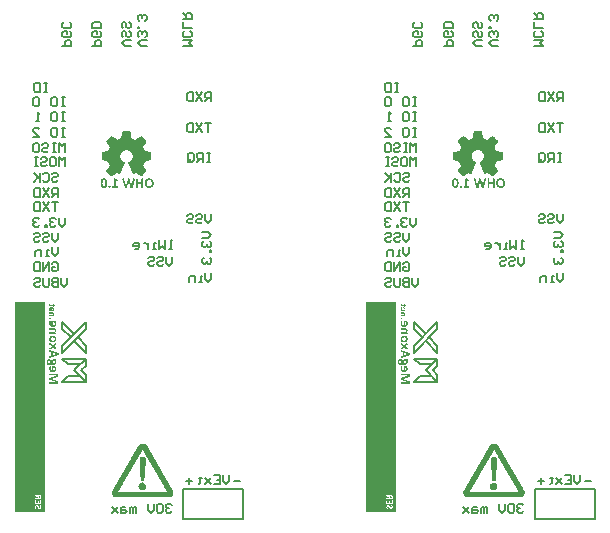
<source format=gbo>
%FSTAX44Y44*%
%MOMM*%
%SFA1B1*%

%IPPOS*%
%ADD43C,0.177800*%
%ADD45C,0.200000*%
%ADD46C,0.154000*%
%ADD47C,0.127000*%
%ADD68C,0.076200*%
%ADD69C,0.025400*%
%LNuopioid_-_rev.b0_-_panel-1*%
%LPD*%
G36*
X0082411Y00792035D02*
X00824374Y00792007D01*
X00824596Y00791952*
X0082479Y0079191*
X00824942Y00791855*
X00825067Y00791799*
X00825136Y00791772*
X00825164Y00791758*
X00825358Y00791647*
X00825525Y00791522*
X00825677Y00791383*
X00825802Y00791258*
X00825899Y00791134*
X00825983Y00791037*
X00826024Y00790981*
X00826038Y00790953*
X00826149Y00790745*
X0082626Y00790523*
X00826343Y00790315*
X00826399Y00790107*
X00826454Y00789927*
X00826496Y00789788*
X00826509Y00789733*
Y00789691*
X00826523Y00789677*
Y00789664*
X00826579Y00789372*
X00826607Y00789095*
X00826634Y00788804*
X00826662Y00788554*
Y00788332*
X00826676Y00788235*
Y00788152*
Y00788082*
Y00788041*
Y00788013*
Y00787999*
Y00787654*
X00826662Y00787334*
X00826634Y00787056*
X0082662Y00786807*
X00826593Y00786599*
Y00786515*
X00826579Y00786446*
Y00786391*
X00826565Y00786349*
Y00786335*
Y00786321*
X00826509Y00786058*
X0082644Y00785822*
X00826371Y007856*
X00826301Y0078542*
X00826232Y00785281*
X0082619Y0078517*
X00826149Y00785101*
X00826135Y00785073*
X0082601Y00784893*
X00825872Y0078474*
X00825733Y00784602*
X00825608Y00784491*
X00825483Y00784394*
X00825386Y00784338*
X00825331Y00784296*
X00825303Y00784283*
X00825095Y00784199*
X00824873Y0078413*
X00824651Y00784088*
X00824443Y00784047*
X00824263Y00784033*
X0082411Y00784019*
X00823986*
X00823694Y00784033*
X00823445Y00784061*
X00823223Y00784102*
X00823028Y00784158*
X00822862Y00784213*
X00822751Y00784255*
X00822682Y00784283*
X00822654Y00784296*
X0082246Y00784407*
X00822293Y00784546*
X00822141Y00784671*
X00822016Y0078481*
X00821919Y0078492*
X00821836Y00785018*
X00821794Y00785073*
X0082178Y00785101*
X00821656Y00785309*
X00821559Y00785517*
X00821475Y00785739*
X00821406Y00785933*
X0082135Y00786113*
X00821309Y00786252*
X00821295Y00786307*
X00821281Y00786349*
Y00786363*
Y00786377*
X00821226Y00786668*
X00821198Y00786959*
X0082117Y00787236*
X00821142Y007875*
Y00787722*
X00821129Y00787819*
Y00787902*
Y00787958*
Y00788013*
Y00788041*
Y00788055*
Y00788401*
X00821142Y0078872*
X0082117Y00788998*
X00821184Y00789248*
X00821212Y00789455*
X00821226Y00789539*
X00821239Y00789608*
Y00789664*
X00821253Y00789705*
Y00789719*
Y00789733*
X00821309Y00789996*
X00821378Y00790232*
X00821448Y00790454*
X00821517Y00790634*
X00821586Y00790787*
X00821628Y00790884*
X00821669Y00790953*
X00821683Y00790981*
X00821808Y00791161*
X00821947Y00791328*
X00822085Y00791452*
X0082221Y00791563*
X00822335Y00791661*
X00822432Y00791716*
X00822488Y00791758*
X00822515Y00791772*
X00822723Y00791869*
X00822945Y00791938*
X00823167Y0079198*
X00823375Y00792021*
X00823556Y00792035*
X00823694Y00792049*
X00823833*
X0082411Y00792035*
G37*
G36*
X00781372Y00671606D02*
X00781552Y00671592D01*
X00781704Y00671564*
X00781829Y00671537*
X00781926Y00671509*
X00781982Y00671495*
X00782009Y00671481*
X0078219Y00671426*
X00782342Y00671356*
X00782481Y00671287*
X00782606Y00671204*
X00782703Y00671149*
X00782786Y00671093*
X00782828Y00671051*
X00782842Y00671038*
X00782966Y00670913*
X00783077Y00670788*
X00783174Y00670649*
X00783258Y00670524*
X00783313Y00670413*
X00783355Y0067033*
X00783382Y00670275*
X00783396Y00670247*
X00783466Y00670067*
X00783521Y00669873*
X00783549Y00669678*
X00783577Y00669498*
X0078359Y00669332*
X00783604Y00669207*
Y00669124*
Y0066911*
Y00669096*
X0078359Y00668874*
X00783577Y00668652*
X00783535Y00668458*
X00783493Y00668292*
X00783452Y00668153*
X00783424Y00668056*
X00783396Y00667987*
X00783382Y00667959*
X00783299Y00667778*
X00783202Y00667612*
X00783105Y00667459*
X00782994Y00667335*
X00782911Y00667224*
X00782842Y00667154*
X00782786Y00667099*
X00782772Y00667085*
X0078262Y0066696*
X00782453Y00666863*
X00782301Y00666766*
X00782148Y00666697*
X00782009Y00666627*
X00781898Y00666586*
X00781829Y00666572*
X00781801Y00666558*
X0078158Y00666503*
X00781358Y00666461*
X0078115Y00666419*
X00780955Y00666405*
X00780775Y00666392*
X0078065Y00666378*
X00780526*
X00780248Y00666392*
X00779998Y00666405*
X00779777Y00666433*
X00779583Y00666461*
X0077943Y00666489*
X00779305Y00666516*
X00779236Y00666544*
X00779208*
X00779014Y00666614*
X00778834Y00666711*
X00778667Y00666794*
X00778542Y00666877*
X00778431Y0066696*
X00778348Y00667029*
X00778293Y00667071*
X00778279Y00667085*
X00778154Y00667224*
X00778043Y00667376*
X00777946Y00667529*
X00777877Y00667668*
X00777821Y00667792*
X00777766Y00667889*
X00777752Y00667945*
X00777738Y00667973*
X00777682Y00668181*
X00777641Y00668402*
X00777613Y00668611*
X00777599Y00668805*
X00777585Y00668985*
X00777572Y0066911*
Y00669165*
Y00669207*
Y00669221*
Y00669235*
X00777585Y00669526*
Y00669651*
X00777599Y00669762*
X00777613Y00669859*
Y00669928*
X00777627Y0066997*
Y00669984*
X00777669Y00670219*
X00777682Y0067033*
X0077771Y00670413*
X00777724Y00670497*
Y00670552*
X00777738Y0067058*
Y00670594*
X0077778Y00670774*
X00777821Y00670927*
X00777835Y00670968*
X00777849Y0067101*
X00777863Y00671024*
Y00671038*
X0077789Y00671093*
X00777918Y00671149*
X0077796Y00671204*
X00777974Y00671245*
X00777988*
X00778043Y00671301*
X00778071Y00671315*
X0077814Y00671343*
X00778168Y00671356*
X00778182*
X00778279Y0067137*
X00778334*
X00778418Y00671384*
X00778736*
X00778792Y0067137*
X00778806*
X00778875Y00671356*
X00778931Y00671343*
X00778944Y00671329*
X00778958*
X00779028Y00671301*
X00779042Y00671287*
Y00671273*
X00779069Y00671218*
Y00671204*
Y0067119*
X00779055Y00671107*
X00779042Y00671024*
X00779014Y00670968*
X00779Y00670954*
Y00670941*
X00778958Y0067083*
X00778917Y00670705*
X00778889Y00670621*
X00778875Y00670594*
Y0067058*
X00778834Y00670413*
X00778806Y00670247*
X00778792Y00670179*
X00778778Y00670122*
X00778764Y00670081*
Y00670067*
X00778736Y00669831*
X00778723Y00669609*
X00778709Y00669512*
Y00669443*
Y00669387*
Y00669373*
Y00669235*
X00778723Y0066911*
X00778736Y00668999*
X00778764Y00668902*
X00778778Y00668819*
X00778792Y00668763*
X00778806Y00668722*
Y00668708*
X00778889Y00668513*
X00778986Y00668375*
X00779028Y00668319*
X00779069Y00668278*
X00779083Y00668264*
X00779097Y0066825*
X0077925Y00668139*
X00779402Y00668056*
X00779472Y00668028*
X00779527Y00668*
X00779555Y00667987*
X00779569*
X0077979Y00667945*
X00779998Y00667931*
X00780082Y00667917*
X00780207*
Y00671162*
X0078022Y00671315*
X00780276Y00671426*
X00780318Y00671481*
X00780331Y00671509*
X00780456Y00671578*
X00780581Y0067162*
X00780637Y00671634*
X00781191*
X00781372Y00671606*
G37*
G36*
X00781607Y00665185D02*
X00781774Y00665171D01*
X00781926Y00665143*
X00782037Y0066513*
X00782134Y00665102*
X0078219Y00665088*
X00782204*
X00782356Y00665046*
X00782495Y00664991*
X0078262Y00664935*
X00782717Y0066488*
X007828Y00664838*
X00782869Y00664797*
X00782911Y00664769*
X00782925Y00664755*
X00783036Y00664672*
X00783133Y00664575*
X0078323Y00664464*
X00783299Y00664381*
X00783355Y00664284*
X00783396Y00664228*
X0078341Y00664173*
X00783424Y00664159*
X0078348Y00664006*
X00783535Y00663854*
X00783563Y00663702*
X00783577Y00663549*
X0078359Y00663424*
X00783604Y00663327*
Y00663257*
Y0066323*
X0078359Y00663049*
X00783563Y00662869*
X00783521Y00662717*
X0078348Y00662564*
X00783438Y00662453*
X00783396Y00662356*
X00783369Y006623*
X00783355Y00662273*
X00783258Y00662106*
X00783147Y0066194*
X00783022Y00661787*
X00782911Y00661663*
X007828Y00661552*
X00782717Y00661454*
X00782661Y00661399*
X00782634Y00661385*
X00783285*
X00783327Y00661371*
X00783341Y00661357*
X00783355Y00661344*
X00783382Y00661316*
X0078341Y00661289*
X00783424Y0066126*
Y00661246*
X00783438Y00661191*
X00783452Y00661122*
X00783466Y0066108*
Y00661052*
X0078348Y00660955*
X00783493Y00660844*
Y00660761*
Y00660747*
Y00660733*
Y00660609*
X0078348Y00660511*
X00783466Y00660456*
Y00660428*
X00783452Y00660345*
X00783438Y00660276*
X00783424Y00660234*
Y0066022*
X00783396Y00660179*
X00783382Y00660151*
X00783369Y00660123*
X00783355*
X00783285Y00660095*
X00777904*
X00777821Y00660109*
X00777807Y00660123*
X00777793*
X00777766Y00660165*
X00777738Y00660206*
X00777724Y00660234*
Y00660248*
X0077771Y00660317*
Y00660387*
X00777696Y00660442*
Y0066047*
X00777682Y00660595*
X00777669Y00660719*
Y00660761*
Y00660803*
Y0066083*
Y00660844*
Y00660997*
X00777682Y00661108*
X00777696Y00661177*
Y00661205*
X0077771Y00661302*
Y00661385*
X00777724Y00661427*
Y00661441*
X00777752Y00661496*
X00777766Y00661538*
X00777793Y00661552*
Y00661565*
X00777835Y00661593*
X00777863Y00661607*
X00781455*
X00781593Y00661718*
X00781718Y00661829*
X00781829Y00661926*
X00781912Y00662023*
X00781982Y00662092*
X00782023Y00662148*
X00782051Y00662189*
X00782066Y00662203*
X00782134Y00662314*
X0078219Y00662425*
X00782231Y00662522*
X00782259Y00662619*
X00782273Y00662689*
X00782287Y00662744*
Y00662786*
Y006628*
X00782273Y00662952*
X00782245Y00663077*
X00782204Y0066316*
X0078219Y00663174*
Y00663188*
X0078212Y00663313*
X00782037Y00663396*
X00781968Y00663452*
X00781954Y00663465*
X0078194*
X00781815Y00663535*
X00781691Y0066359*
X00781649Y00663604*
X00781607Y00663618*
X0078158Y00663632*
X00781566*
X00781483Y0066366*
X00781372Y00663673*
X00781177Y00663687*
X00781094Y00663702*
X00777904*
X00777821Y00663715*
X00777807Y00663729*
X00777793*
X00777766Y00663771*
X00777738Y00663812*
X00777724Y0066384*
Y00663854*
X0077771Y00663923*
Y00663992*
X00777696Y00664048*
Y00664076*
X00777682Y006642*
X00777669Y00664325*
Y00664367*
Y00664408*
Y00664436*
Y0066445*
Y00664589*
X00777682Y006647*
X00777696Y00664769*
Y00664797*
X0077771Y00664894*
Y00664977*
X00777724Y00665019*
Y00665032*
X00777752Y00665088*
X00777766Y0066513*
X00777793Y00665143*
Y00665157*
X00777835Y00665185*
X00777863Y00665199*
X00781413*
X00781607Y00665185*
G37*
G36*
X00849656Y00791938D02*
X00849781D01*
X00849822Y00791924*
X0084985*
X00849961Y0079191*
X0085003Y00791882*
X00850086Y00791855*
X008501Y00791841*
X00850141Y00791785*
X00850155Y0079173*
X00850169Y00791688*
Y00791661*
X00850155Y0079155*
X00850127Y00791452*
X00850114Y00791369*
X008501Y00791342*
Y00791328*
X00848338Y00784546*
X00848311Y00784449*
X00848269Y0078438*
X00848255Y00784324*
X00848241Y0078431*
X00848186Y00784255*
X0084813Y00784213*
X00848089Y00784199*
X00848075Y00784185*
X00847964Y00784172*
X00847867Y00784158*
X0084777Y00784144*
X00847742*
X00847562Y0078413*
X00847382Y00784116*
X00846965*
X00846868Y0078413*
X00846744*
X00846702Y00784144*
X0084666*
X00846522Y00784158*
X00846424Y00784172*
X00846355Y00784199*
X00846341*
X00846272Y00784241*
X00846216Y00784283*
X00846189Y0078431*
X00846175Y00784324*
X00846133Y00784394*
X00846106Y00784463*
X00846092Y00784518*
Y00784546*
X00844913Y00789469*
X00844899*
X00843665Y00784546*
X00843637Y00784449*
X00843609Y0078438*
X00843582Y00784324*
Y0078431*
X00843526Y00784255*
X00843471Y00784213*
X00843415Y00784199*
X00843401Y00784185*
X0084329Y00784172*
X00843193Y00784158*
X00843096Y00784144*
X00843068*
X00842902Y0078413*
X00842722Y00784116*
X00842319*
X00842236Y0078413*
X00842112*
X00842056Y00784144*
X00842028*
X0084189Y00784158*
X00841779Y00784172*
X00841723Y00784185*
X00841695*
X00841612Y00784227*
X00841557Y00784269*
X00841529Y00784296*
X00841515Y0078431*
X00841474Y00784394*
X00841432Y00784463*
X00841418Y00784518*
X00841404Y00784546*
X00839629Y007913*
X00839601Y00791452*
X00839574Y00791563*
Y00791619*
Y00791647*
Y0079173*
X00839601Y00791799*
X00839615Y00791827*
X00839629Y00791841*
X00839685Y00791882*
X00839754Y0079191*
X00839809Y00791924*
X00839837*
X00839962Y00791938*
X00840087Y00791952*
X00840433*
X00840572Y00791938*
X00840614*
X00840655Y00791924*
X00840683*
X0084078Y0079191*
X00840863Y00791896*
X00840905Y00791882*
X00840919Y00791869*
X00840974Y00791841*
X00841016Y00791813*
X0084103Y00791785*
X00841044Y00791772*
X00841071Y00791661*
X00841085Y00791619*
Y00791605*
X00842444Y00785669*
X00842458*
X00843928Y00791577*
X00843942Y00791661*
X00843956Y00791716*
X0084397Y00791758*
X00843984Y00791772*
X00844025Y00791813*
X00844067Y00791855*
X00844108Y00791869*
X00844122Y00791882*
X00844206Y0079191*
X00844289Y00791924*
X00844358Y00791938*
X00844386*
X00844525Y00791952*
X00845024*
X00845162Y00791938*
X00845218*
X0084526Y00791924*
X00845287*
X00845384Y0079191*
X00845468Y00791896*
X00845523Y00791882*
X00845537Y00791869*
X00845592Y00791841*
X00845634Y00791799*
X00845648Y00791772*
X00845662Y00791758*
X0084569Y00791702*
X00845717Y00791647*
X00845731Y00791591*
Y00791577*
X00847146Y00785669*
X00848505Y00791619*
X00848519Y00791688*
X00848532Y00791744*
X00848546Y00791772*
X0084856Y00791785*
X00848588Y00791827*
X0084863Y00791855*
X00848657Y00791882*
X00848671*
X00848741Y0079191*
X00848824Y00791924*
X00848893Y00791938*
X00848921*
X0084906Y00791952*
X00849573*
X00849656Y00791938*
G37*
G36*
X00828826Y00785919D02*
X00828978Y00785905D01*
X00829103Y00785877*
X00829186Y00785836*
X00829269Y00785794*
X00829311Y00785767*
X00829339Y00785753*
X00829352Y00785739*
X00829422Y00785656*
X00829463Y00785545*
X00829519Y00785281*
X00829533Y0078517*
X00829547Y00785073*
Y00785004*
Y00784976*
X00829533Y00784796*
X00829519Y00784643*
X00829491Y00784518*
X0082945Y00784421*
X00829422Y00784338*
X00829394Y00784296*
X0082938Y00784269*
X00829366Y00784255*
X00829283Y00784199*
X00829172Y00784158*
X0082895Y00784102*
X00828839Y00784088*
X00828756Y00784074*
X00828673*
X00828493Y00784088*
X0082834Y00784102*
X00828229Y0078413*
X00828132Y00784172*
X00828049Y00784199*
X00828007Y00784227*
X0082798Y00784241*
X00827966Y00784255*
X00827896Y00784338*
X00827855Y00784463*
X00827799Y00784713*
X00827786Y00784823*
X00827772Y0078492*
Y0078499*
Y00785018*
X00827786Y00785198*
X00827799Y0078535*
X00827827Y00785475*
X00827869Y00785572*
X0082791Y00785656*
X00827938Y00785697*
X00827952Y00785725*
X00827966Y00785739*
X00828049Y00785808*
X0082816Y0078585*
X00828382Y00785905*
X00828493Y00785919*
X00828576Y00785933*
X00828659*
X00828826Y00785919*
G37*
G36*
X00862581Y00792035D02*
X00862886Y00792007D01*
X00863164Y00791952*
X00863399Y0079191*
X00863594Y00791855*
X00863746Y00791799*
X00863802Y00791785*
X00863843Y00791772*
X00863857Y00791758*
X00863871*
X00864121Y00791647*
X00864342Y00791522*
X0086455Y00791383*
X00864717Y00791258*
X00864856Y00791134*
X00864953Y00791037*
X00865008Y00790981*
X00865036Y00790953*
X00865202Y00790745*
X00865341Y00790523*
X00865466Y00790315*
X00865563Y00790107*
X00865646Y00789927*
X00865702Y00789788*
X00865715Y00789733*
X00865729Y00789691*
X00865743Y00789677*
Y00789664*
X00865826Y00789372*
X00865882Y00789081*
X00865924Y00788804*
X00865951Y0078854*
X00865965Y00788318*
Y00788221*
X00865979Y00788138*
Y00788082*
Y00788027*
Y00787999*
Y00787985*
X00865965Y00787611*
X00865937Y00787278*
X0086591Y00786973*
X00865868Y0078671*
X00865826Y00786502*
X00865813Y00786418*
X00865785Y00786349*
X00865771Y00786293*
Y00786238*
X00865757Y00786224*
Y0078621*
X0086566Y00785947*
X00865563Y00785697*
X00865452Y00785489*
X00865341Y00785309*
X00865244Y0078517*
X00865161Y00785059*
X00865105Y00785004*
X00865091Y00784976*
X00864911Y0078481*
X00864717Y00784657*
X00864537Y00784532*
X00864356Y00784435*
X00864204Y00784352*
X00864079Y00784296*
X00863996Y00784269*
X00863982Y00784255*
X00863968*
X00863705Y00784172*
X00863427Y00784116*
X00863164Y00784074*
X00862928Y00784047*
X00862706Y00784033*
X00862623*
X0086254Y00784019*
X00862387*
X00862054Y00784033*
X00861749Y00784061*
X00861472Y00784102*
X00861236Y00784158*
X00861042Y00784213*
X00860903Y00784255*
X00860848Y00784269*
X00860806Y00784283*
X00860792Y00784296*
X00860778*
X00860529Y00784407*
X00860293Y00784546*
X00860099Y00784671*
X00859919Y0078481*
X0085978Y0078492*
X00859683Y00785018*
X00859627Y00785073*
X008596Y00785101*
X00859433Y00785309*
X00859294Y00785531*
X0085917Y00785739*
X00859072Y00785947*
X00858989Y00786127*
X00858934Y00786266*
X0085892Y00786321*
X00858906Y00786363*
X00858892Y00786377*
Y00786391*
X00858809Y00786682*
X00858754Y00786987*
X00858698Y00787264*
X0085867Y00787542*
X00858657Y00787764*
Y00787861*
X00858643Y00787944*
Y00788013*
Y00788069*
Y00788096*
Y0078811*
X00858657Y00788471*
X00858684Y00788818*
X00858712Y00789109*
X00858754Y00789358*
X00858809Y00789566*
X00858823Y00789664*
X00858837Y00789733*
X00858851Y00789788*
X00858865Y0078983*
X00858878Y00789844*
Y00789858*
X00858975Y00790121*
X00859086Y00790371*
X00859197Y00790579*
X00859308Y00790759*
X00859419Y00790898*
X00859502Y00791009*
X00859558Y00791064*
X00859572Y00791092*
X00859752Y00791258*
X00859932Y00791411*
X00860126Y00791536*
X00860293Y00791633*
X00860459Y00791716*
X00860584Y00791772*
X00860667Y00791799*
X00860681Y00791813*
X00860695*
X00860959Y00791896*
X00861222Y00791952*
X00861472Y00791993*
X00861721Y00792021*
X00861929Y00792035*
X00862027Y00792049*
X00862248*
X00862581Y00792035*
G37*
G36*
X00783091Y0063939D02*
X0078316Y00639376D01*
X0078323*
X00783271Y00639362*
X00783299Y00639348*
X00783327Y00639334*
X0078341Y00639293*
X00783452Y00639237*
X00783466Y00639196*
Y00639182*
Y0063749*
X00783493Y00637337*
X00783521Y00637185*
Y00637129*
X00783535Y00637088*
Y0063706*
Y00637046*
X00783563Y0063688*
X00783577Y00636727*
Y00636672*
Y00636616*
Y00636588*
Y00636575*
Y00636394*
X00783549Y00636228*
X00783535Y00636075*
X00783507Y00635937*
X0078348Y00635826*
X00783466Y00635742*
X00783438Y00635687*
Y00635673*
X00783382Y00635534*
X00783313Y00635396*
X00783244Y00635271*
X00783188Y00635174*
X00783133Y00635091*
X00783077Y00635021*
X0078305Y0063498*
X00783036Y00634966*
X00782828Y00634772*
X00782634Y00634633*
X0078255Y00634578*
X00782481Y00634536*
X00782426Y00634522*
X00782412Y00634508*
X00782273Y00634453*
X00782134Y00634425*
X00781996Y00634397*
X00781857Y00634369*
X00781746*
X00781663Y00634356*
X00781427*
X00781288Y00634369*
X00781163Y00634397*
X00781052Y00634425*
X00780969Y00634439*
X007809Y00634467*
X00780858Y0063448*
X00780844*
X0078065Y00634591*
X00780484Y00634688*
X00780429Y00634744*
X00780387Y00634785*
X00780359Y00634799*
X00780345Y00634813*
X00780165Y00634633*
X00779998Y00634494*
X00779929Y00634453*
X00779874Y00634411*
X00779832Y00634397*
X00779818Y00634383*
X00779707Y00634328*
X00779596Y006343*
X00779402Y00634245*
X00779305*
X00779236Y00634231*
X0077918*
X00778986Y00634258*
X0077882Y006343*
X0077875Y00634328*
X00778709Y00634342*
X00778681Y00634369*
X00778667*
X00778515Y00634494*
X0077839Y00634619*
X00778348Y00634675*
X00778321Y0063473*
X00778293Y00634758*
Y00634772*
X00778196Y00634647*
X00778099Y00634536*
X00778029Y00634467*
X00778015Y00634453*
X00778002Y00634439*
X0077789Y00634342*
X00777793Y00634272*
X00777724Y00634217*
X0077771Y00634203*
X00777696*
X00777572Y00634134*
X00777461Y00634092*
X00777377Y00634064*
X00777364Y00634051*
X0077735*
X00777211Y00634023*
X007771Y00634009*
X00777003Y00633995*
X00776975*
X00776753Y00634023*
X00776656Y00634037*
X00776559Y00634064*
X0077649Y00634092*
X00776434Y00634106*
X00776407Y00634134*
X00776393*
X00776296Y00634189*
X00776213Y00634258*
X0077606Y00634411*
X00776004Y0063448*
X00775977Y00634522*
X00775949Y00634564*
X00775935Y00634578*
X00775866Y00634702*
X0077581Y00634841*
X00775755Y00634966*
X00775713Y00635105*
X00775672Y00635215*
X00775658Y00635299*
X0077563Y00635354*
Y00635382*
X00775589Y00635576*
X00775561Y0063577*
X00775547Y00635964*
X00775533Y00636145*
X00775519Y00636311*
Y00636436*
Y00636519*
Y00636533*
Y00636547*
X00775533Y00636796*
X00775547Y00637032*
X00775574Y0063724*
X00775602Y0063742*
X0077563Y00637559*
X00775644Y0063767*
X00775672Y0063774*
Y00637767*
X00775727Y00637961*
X00775796Y00638128*
X00775866Y0063828*
X00775935Y00638405*
X00775991Y00638502*
X00776046Y00638586*
X00776074Y00638627*
X00776088Y00638641*
X00776185Y00638766*
X00776296Y00638863*
X00776393Y0063896*
X0077649Y00639029*
X00776573Y00639085*
X00776642Y00639126*
X00776684Y0063914*
X00776698Y00639154*
X00776823Y0063921*
X00776961Y00639265*
X00777086Y00639293*
X00777197Y00639307*
X00777294Y00639321*
X00777364Y00639334*
X00777433*
X00777682Y00639321*
X0077778Y00639293*
X00777877Y00639279*
X00777946Y00639251*
X00778015Y00639223*
X00778043Y0063921*
X00778057*
X00778251Y00639099*
X00778404Y00638974*
X00778459Y00638918*
X00778515Y00638877*
X00778529Y00638849*
X00778542Y00638835*
X00778681Y00638641*
X00778778Y00638447*
X0077882Y00638364*
X00778847Y00638294*
X00778861Y00638253*
Y00638239*
X00778931Y00637961*
X00778944Y00637823*
X00778972Y00637698*
Y00637587*
X00778986Y00637504*
Y00637448*
Y0063742*
X00779042Y00636131*
X00779055Y0063595*
X00779097Y00635812*
X00779139Y00635729*
X00779153Y00635715*
Y00635701*
X00779194Y00635645*
X0077925Y00635618*
X00779347Y00635562*
X00779416Y00635548*
X00779444*
X00779527Y00635562*
X0077961Y00635576*
X00779666Y0063559*
X0077968Y00635604*
X00779763Y00635645*
X00779818Y00635687*
X0077986Y00635715*
X00779874Y00635729*
X00779818Y00635839*
X00779763Y0063595*
X00779749Y00636006*
X00779735Y00636048*
X00779721Y00636075*
Y00636089*
X00779693Y0063627*
X0077968Y00636422*
X00779666Y00636478*
Y00636533*
Y00636561*
Y00636575*
Y00636755*
X0077968Y00636935*
X00779707Y00637088*
X00779735Y00637226*
X00779749Y00637337*
X00779777Y0063742*
X0077979Y00637476*
Y0063749*
X00779846Y00637642*
X00779901Y00637781*
X00779971Y00637892*
X00780026Y00638003*
X00780082Y00638086*
X00780123Y00638142*
X00780151Y00638183*
X00780165Y00638197*
X00780373Y00638391*
X00780567Y0063853*
X0078065Y00638572*
X0078072Y00638613*
X00780761Y00638641*
X00780775*
X00780914Y00638696*
X00781052Y00638724*
X00781191Y00638752*
X0078133Y0063878*
X00781441*
X00781524Y00638794*
X00781607*
X00781746Y0063878*
X00781871Y00638766*
X00781954Y00638752*
X00781968Y00638738*
X00781982*
X0078212Y00638683*
X00782231Y00638627*
X00782301Y00638586*
X00782328Y00638558*
Y00639182*
X00782342Y00639251*
X00782398Y00639293*
X00782439Y00639321*
X00782453Y00639334*
X00782509Y00639362*
X00782578Y00639376*
X00782717Y0063939*
X00782786Y00639404*
X00782994*
X00783091Y0063939*
G37*
G36*
X00781372Y00633329D02*
X00781552Y00633315D01*
X00781704Y00633288*
X00781829Y0063326*
X00781926Y00633232*
X00781982Y00633218*
X00782009Y00633204*
X0078219Y00633149*
X00782342Y0063308*
X00782481Y0063301*
X00782606Y00632927*
X00782703Y00632872*
X00782786Y00632816*
X00782828Y00632775*
X00782842Y00632761*
X00782966Y00632636*
X00783077Y00632511*
X00783174Y00632372*
X00783258Y00632248*
X00783313Y00632137*
X00783355Y00632053*
X00783382Y00631998*
X00783396Y0063197*
X00783466Y0063179*
X00783521Y00631596*
X00783549Y00631402*
X00783577Y00631221*
X0078359Y00631055*
X00783604Y0063093*
Y00630847*
Y00630833*
Y00630819*
X0078359Y00630597*
X00783577Y00630375*
X00783535Y00630181*
X00783493Y00630015*
X00783452Y00629876*
X00783424Y00629779*
X00783396Y0062971*
X00783382Y00629682*
X00783299Y00629502*
X00783202Y00629335*
X00783105Y00629183*
X00782994Y00629058*
X00782911Y00628947*
X00782842Y00628878*
X00782786Y00628822*
X00782772Y00628808*
X0078262Y00628683*
X00782453Y00628586*
X00782301Y00628489*
X00782148Y0062842*
X00782009Y00628351*
X00781898Y00628309*
X00781829Y00628295*
X00781801Y00628281*
X0078158Y00628226*
X00781358Y00628184*
X0078115Y00628143*
X00780955Y00628129*
X00780775Y00628115*
X0078065Y00628101*
X00780526*
X00780248Y00628115*
X00779998Y00628129*
X00779777Y00628156*
X00779583Y00628184*
X0077943Y00628212*
X00779305Y0062824*
X00779236Y00628267*
X00779208*
X00779014Y00628337*
X00778834Y00628434*
X00778667Y00628517*
X00778542Y006286*
X00778431Y00628683*
X00778348Y00628753*
X00778293Y00628794*
X00778279Y00628808*
X00778154Y00628947*
X00778043Y00629099*
X00777946Y00629252*
X00777877Y00629391*
X00777821Y00629515*
X00777766Y00629613*
X00777752Y00629668*
X00777738Y00629696*
X00777682Y00629904*
X00777641Y00630126*
X00777613Y00630334*
X00777599Y00630528*
X00777585Y00630708*
X00777572Y00630833*
Y00630889*
Y0063093*
Y00630944*
Y00630958*
X00777585Y00631249*
Y00631374*
X00777599Y00631485*
X00777613Y00631582*
Y00631651*
X00777627Y00631693*
Y00631707*
X00777669Y00631943*
X00777682Y00632053*
X0077771Y00632137*
X00777724Y0063222*
Y00632275*
X00777738Y00632303*
Y00632317*
X0077778Y00632497*
X00777821Y0063265*
X00777835Y00632691*
X00777849Y00632733*
X00777863Y00632747*
Y00632761*
X0077789Y00632816*
X00777918Y00632872*
X0077796Y00632927*
X00777974Y00632969*
X00777988*
X00778043Y00633024*
X00778071Y00633038*
X0077814Y00633066*
X00778168Y0063308*
X00778182*
X00778279Y00633095*
X00778334*
X00778418Y00633107*
X00778736*
X00778792Y00633095*
X00778806*
X00778875Y0063308*
X00778931Y00633066*
X00778944Y00633052*
X00778958*
X00779028Y00633024*
X00779042Y0063301*
Y00632997*
X00779069Y00632941*
Y00632927*
Y00632913*
X00779055Y0063283*
X00779042Y00632747*
X00779014Y00632691*
X00779Y00632677*
Y00632664*
X00778958Y00632553*
X00778917Y00632428*
X00778889Y00632345*
X00778875Y00632317*
Y00632303*
X00778834Y00632137*
X00778806Y0063197*
X00778792Y00631901*
X00778778Y00631845*
X00778764Y00631804*
Y0063179*
X00778736Y00631554*
X00778723Y00631332*
X00778709Y00631235*
Y00631166*
Y0063111*
Y00631096*
Y00630958*
X00778723Y00630833*
X00778736Y00630722*
X00778764Y00630625*
X00778778Y00630542*
X00778792Y00630486*
X00778806Y00630445*
Y00630431*
X00778889Y00630237*
X00778986Y00630098*
X00779028Y00630042*
X00779069Y00630001*
X00779083Y00629987*
X00779097Y00629973*
X0077925Y00629862*
X00779402Y00629779*
X00779472Y00629751*
X00779527Y00629724*
X00779555Y0062971*
X00779569*
X0077979Y00629668*
X00779998Y00629654*
X00780082Y0062964*
X00780207*
Y00632886*
X0078022Y00633038*
X00780276Y00633149*
X00780318Y00633204*
X00780331Y00633232*
X00780456Y00633302*
X00780581Y00633343*
X00780637Y00633357*
X00781191*
X00781372Y00633329*
G37*
G36*
X00785019Y00626797D02*
X00785074Y00626783D01*
X00785088Y0062677*
X00785171Y00626728*
X00785227Y00626686*
X00785268Y00626659*
X00785282Y00626645*
X00785338Y00626589*
X00785379Y0062652*
X00785393Y00626478*
X00785407Y00626451*
X00785435Y00626367*
X00785463Y0062627*
Y00626201*
Y00626187*
Y00626173*
Y00625119*
X00785449Y00624967*
X00785435Y00624842*
X00785421Y00624759*
X00785407Y00624745*
Y00624731*
X00785366Y0062462*
X0078531Y00624523*
X00785268Y00624467*
X00785255Y0062444*
X00785158Y00624356*
X00785074Y00624287*
X00784991Y00624232*
X00784977Y00624218*
X00784963*
X00784825Y00624149*
X007847Y00624093*
X00784631Y00624079*
X00784589Y00624065*
X00784561Y00624051*
X00784547*
X00779943Y00622318*
Y0062229*
X00784561Y00620612*
X00784728Y00620557*
X00784866Y00620501*
X0078495Y0062046*
X00784963Y00620446*
X00784977*
X00785102Y00620362*
X00785185Y00620279*
X00785241Y00620224*
X00785255Y0062021*
Y00620196*
X00785324Y00620085*
X00785379Y00619974*
X00785393Y00619891*
X00785407Y00619877*
Y00619863*
X00785435Y00619711*
X00785463Y00619558*
Y00619489*
Y00619433*
Y00619406*
Y00619392*
Y00618352*
Y00618254*
X00785435Y00618171*
X00785379Y00618032*
X00785352Y00617991*
X00785324Y00617949*
X0078531Y00617935*
X00785296Y00617922*
X00785227Y00617866*
X00785158Y00617838*
X00785005Y00617783*
X00784936*
X0078488Y00617769*
X00777918*
X00777835Y00617783*
X00777807Y00617797*
X00777793*
X00777766Y00617825*
X00777738Y00617866*
X00777724Y00617894*
Y00617908*
X0077771Y00617991*
Y0061806*
X00777696Y00618116*
Y00618143*
X00777682Y00618268*
X00777669Y00618379*
Y00618476*
Y0061849*
Y00618504*
Y00618657*
X00777682Y00618768*
X00777696Y00618837*
Y00618865*
X0077771Y00618962*
Y00619045*
X00777724Y00619086*
Y006191*
X00777752Y00619156*
X00777766Y00619197*
X00777793Y00619225*
X00777835Y00619253*
X00777877Y00619267*
X00784228*
X00777918Y00621444*
X00777877Y00621458*
X00777835Y00621486*
X00777807Y006215*
X00777793Y00621514*
X00777738Y00621611*
X00777724Y00621638*
Y00621652*
X0077771Y00621735*
Y00621805*
X00777696Y0062186*
Y00621888*
X00777682Y00622013*
X00777669Y00622124*
Y00622221*
Y00622235*
Y00622248*
Y00622387*
X00777682Y00622484*
Y00622554*
Y00622581*
X00777696Y00622678*
Y00622762*
X0077771Y00622803*
Y00622817*
X00777738Y00622886*
X00777752Y00622928*
X0077778Y00622956*
Y0062297*
X00777877Y00623039*
X00777904Y00623053*
X00777918*
X00784228Y00625299*
Y00625313*
X00777918*
X00777835Y00625327*
X00777807Y00625341*
X00777793*
X00777766Y00625383*
X00777738Y00625424*
X00777724Y00625452*
Y00625466*
X0077771Y00625535*
Y00625605*
X00777696Y0062566*
Y00625688*
X00777682Y00625813*
X00777669Y00625924*
Y00626021*
Y00626035*
Y00626048*
Y00626201*
X00777682Y00626312*
X00777696Y00626381*
Y00626409*
X0077771Y00626506*
Y00626589*
X00777724Y00626631*
Y00626645*
X00777752Y006267*
X00777766Y00626742*
X00777793Y0062677*
X00777835Y00626797*
X00777877Y00626811*
X00784936*
X00785019Y00626797*
G37*
G36*
X007809Y00658889D02*
X00781136Y00658876D01*
X00781344Y00658847*
X00781538Y00658819*
X00781691Y00658778*
X00781801Y0065875*
X00781871Y00658736*
X00781898Y00658722*
X00782093Y00658653*
X00782273Y0065857*
X00782439Y00658487*
X00782578Y00658403*
X00782675Y00658334*
X00782758Y00658265*
X00782814Y00658223*
X00782828Y00658209*
X00782966Y00658071*
X00783077Y00657932*
X00783174Y00657793*
X00783258Y00657654*
X00783313Y0065753*
X00783355Y00657433*
X00783382Y00657377*
X00783396Y00657349*
X00783466Y00657141*
X00783521Y00656933*
X00783549Y00656725*
X00783577Y00656531*
X0078359Y00656351*
X00783604Y00656226*
Y00656171*
Y00656129*
Y00656115*
Y00656101*
X0078359Y00655838*
X00783577Y00655588*
X00783535Y00655366*
X00783493Y00655186*
X00783452Y0065502*
X00783424Y00654909*
X00783396Y00654839*
X00783382Y00654812*
X00783285Y00654617*
X00783188Y00654437*
X00783077Y00654285*
X0078298Y00654146*
X00782883Y0065405*
X00782814Y00653966*
X00782758Y0065391*
X00782745Y00653896*
X00782592Y00653771*
X00782426Y0065366*
X00782259Y00653563*
X00782106Y00653494*
X00781982Y00653438*
X00781871Y00653383*
X00781801Y00653369*
X00781774Y00653355*
X00781552Y006533*
X00781344Y00653258*
X00781136Y00653217*
X00780942Y00653203*
X00780775Y00653189*
X00780637Y00653175*
X00780526*
X00780262Y00653189*
X00780026Y00653203*
X00779818Y00653231*
X00779624Y00653258*
X00779472Y00653286*
X00779361Y00653314*
X00779291Y00653341*
X00779264*
X00779069Y00653411*
X00778889Y00653494*
X00778736Y00653577*
X00778598Y0065366*
X00778487Y0065373*
X00778404Y00653799*
X00778348Y00653841*
X00778334Y00653855*
X0077821Y00653993*
X00778085Y00654132*
X00777988Y00654285*
X00777904Y00654423*
X00777849Y00654548*
X00777807Y00654645*
X0077778Y00654701*
X00777766Y00654728*
X00777696Y00654936*
X00777655Y00655144*
X00777613Y00655352*
X00777599Y00655546*
X00777585Y00655713*
X00777572Y00655838*
Y00655893*
Y00655935*
Y00655949*
Y00655963*
X00777585Y00656226*
X00777613Y00656476*
X00777641Y00656698*
X00777682Y00656878*
X00777724Y00657044*
X00777766Y00657155*
X0077778Y00657225*
X00777793Y00657252*
X0077789Y00657447*
X00777988Y00657627*
X00778085Y00657779*
X00778196Y00657918*
X00778279Y00658029*
X00778348Y00658098*
X00778404Y00658154*
X00778418Y00658168*
X0077857Y00658306*
X00778736Y00658417*
X00778903Y00658514*
X00779055Y00658584*
X00779194Y00658639*
X00779291Y00658695*
X00779361Y00658708*
X00779388Y00658722*
X0077961Y00658778*
X00779818Y00658833*
X0078004Y00658861*
X0078022Y00658876*
X00780387Y00658889*
X00780526Y00658903*
X00780637*
X007809Y00658889*
G37*
G36*
X00777946Y00652523D02*
X00778002Y00652509D01*
X00778015Y00652495*
X00780678Y00651025*
X00783105Y00652371*
X00783188Y00652399*
X00783244Y00652426*
X00783355*
X00783396Y00652399*
X0078341Y00652384*
X00783424Y00652371*
X00783452Y00652301*
X00783466Y00652232*
X0078348Y00652163*
Y00652149*
Y00652135*
X00783493Y0065201*
Y00651871*
Y00651816*
Y0065176*
Y00651733*
Y00651719*
Y00651566*
Y00651441*
X0078348Y00651372*
Y00651344*
X00783466Y00651247*
X00783452Y00651178*
X00783438Y00651136*
Y00651123*
X00783396Y00651039*
X00783382Y00651025*
X00783369Y00651011*
X00783327Y00650984*
X00783313Y0065097*
X00783299*
X0078151Y00650013*
X00783299Y0064907*
X00783369Y00649015*
X00783396Y00649001*
Y00648987*
X00783424Y00648945*
X00783438Y00648903*
X00783452Y00648862*
Y00648848*
X00783466Y00648779*
Y00648696*
X0078348Y00648626*
Y00648612*
Y00648598*
X00783493Y00648474*
Y00648335*
Y00648279*
Y00648224*
Y00648196*
Y00648182*
Y00647988*
X0078348Y00647836*
Y0064778*
X00783466Y00647739*
Y00647725*
Y00647711*
X00783452Y006476*
X00783438Y00647531*
X00783424Y00647475*
X0078341Y00647461*
X00783369Y0064742*
X00783327Y00647406*
X00783299Y00647392*
X00783285*
X0078323Y00647406*
X00783174Y00647433*
X00783119Y00647447*
X00783105Y00647461*
X00780637Y0064882*
X00778015Y00647336*
X00777946Y00647309*
X0077789Y00647295*
X00777849Y00647281*
X00777835*
X00777793Y00647295*
X00777766Y00647323*
X00777752Y0064735*
X00777738Y00647364*
X00777724Y00647433*
X0077771Y00647503*
X00777696Y00647558*
Y00647586*
X00777682Y00647711*
X00777669Y00647849*
Y00647905*
Y00647961*
Y00647988*
Y00648002*
Y00648168*
X00777682Y00648293*
Y00648377*
Y00648404*
X00777696Y00648515*
Y00648598*
X0077771Y0064864*
Y00648654*
X00777738Y00648709*
X00777752Y00648751*
X00777766Y00648765*
Y00648779*
X00777835Y00648834*
X00777863Y00648848*
X00777877*
X00779777Y00649847*
X00777877Y00650831*
X00777793Y00650873*
X0077778Y00650901*
X00777766*
X00777752Y00650942*
X00777724Y00650984*
X0077771Y00651025*
Y00651039*
X00777696Y00651123*
Y00651206*
X00777682Y00651261*
Y00651289*
X00777669Y00651428*
Y0065158*
Y00651637*
Y00651691*
Y00651719*
Y00651733*
Y00651927*
X00777682Y00652065*
Y00652121*
X00777696Y00652163*
Y00652177*
Y0065219*
X0077771Y00652301*
X00777724Y00652384*
X00777738Y0065244*
Y00652454*
X00777766Y00652509*
X00777807Y00652523*
X00777821Y00652537*
X0077789*
X00777946Y00652523*
G37*
G36*
X00778057Y00646934D02*
X00778168Y00646907D01*
X00778251Y00646879*
X00778279Y00646865*
X00778293*
X00785171Y00644466*
X00785241Y00644438*
X00785296Y00644396*
X00785324Y00644382*
X00785338Y00644369*
X00785379Y00644327*
X00785407Y00644272*
X00785435Y00644216*
Y00644202*
X00785463Y00644105*
X00785477Y00644008*
X0078549Y00643925*
Y00643897*
Y00643883*
Y006438*
X00785504Y00643703*
Y00643523*
Y00643439*
Y0064337*
Y00643328*
Y00643315*
Y00643107*
Y00643023*
Y00642954*
X0078549Y00642898*
Y00642857*
Y00642829*
Y00642815*
X00785477Y0064269*
X00785463Y00642607*
X00785449Y00642538*
X00785435Y00642524*
X00785407Y00642455*
X00785379Y00642413*
X00785352Y00642385*
X00785338Y00642372*
X00785296Y00642344*
X00785241Y00642316*
X00785199Y00642302*
X00785185*
X00778293Y00639903*
X00778154Y00639861*
X00778043Y00639834*
X00777988Y00639806*
X00777877*
X00777821Y0063982*
X0077778Y00639834*
X00777766Y00639848*
X00777738Y00639917*
X0077771Y00639986*
X00777696Y00640042*
Y00640069*
X00777682Y00640208*
X00777669Y00640347*
Y00640402*
Y00640458*
Y00640485*
Y00640499*
Y0064068*
X00777682Y00640804*
Y00640888*
Y00640915*
X00777696Y00641026*
X0077771Y0064111*
X00777724Y00641151*
Y00641165*
X00777752Y0064122*
X0077778Y00641262*
X00777793Y00641276*
X00777807Y0064129*
X00777904Y00641345*
X00777932Y00641359*
X00777946*
X00779485Y00641844*
Y00644771*
X00777904Y00645284*
X00777821Y00645326*
X00777793Y00645339*
X0077778*
X00777752Y00645381*
X00777724Y00645423*
X0077771Y0064545*
Y00645464*
X00777696Y00645547*
Y00645631*
X00777682Y006457*
Y00645728*
X00777669Y0064588*
Y00646033*
Y00646102*
Y00646158*
Y00646199*
Y00646213*
Y00646407*
X00777682Y00646546*
Y00646601*
X00777696Y00646643*
Y00646657*
Y00646671*
X0077771Y00646782*
X00777738Y00646851*
X00777752Y00646893*
X00777766Y00646907*
X00777821Y00646948*
X00777946*
X00778057Y00646934*
G37*
G36*
X00780308Y00678594D02*
X00780419Y00678585D01*
X00780521Y00678566*
X00780595Y00678557*
X0078066Y00678539*
X00780697Y00678529*
X00780706*
X00780807Y00678502*
X007809Y00678465*
X00780983Y00678428*
X00781048Y00678391*
X00781103Y00678363*
X0078115Y00678335*
X00781177Y00678317*
X00781187Y00678307*
X00781261Y00678252*
X00781325Y00678187*
X0078139Y00678113*
X00781436Y00678058*
X00781473Y00677993*
X00781501Y00677956*
X0078151Y00677919*
X00781519Y0067791*
X00781556Y00677808*
X00781593Y00677707*
X00781612Y00677605*
X00781621Y00677503*
X0078163Y0067742*
X0078164Y00677355*
Y00677309*
Y00677291*
X0078163Y0067717*
X00781612Y0067705*
X00781584Y00676948*
X00781556Y00676847*
X00781529Y00676773*
X00781501Y00676708*
X00781483Y00676671*
X00781473Y00676653*
X00781409Y00676542*
X00781335Y00676431*
X00781251Y00676329*
X00781177Y00676246*
X00781103Y00676172*
X00781048Y00676107*
X00781011Y0067607*
X00780992Y00676061*
X00781427*
X00781455Y00676052*
X00781464Y00676042*
X00781473Y00676033*
X00781492Y00676015*
X0078151Y00675996*
X00781519Y00675978*
Y00675968*
X00781529Y00675931*
X00781538Y00675885*
X00781547Y00675857*
Y00675839*
X00781556Y00675774*
X00781566Y006757*
Y00675645*
Y00675636*
Y00675626*
Y00675543*
X00781556Y00675478*
X00781547Y00675441*
Y00675423*
X00781538Y00675367*
X00781529Y00675321*
X00781519Y00675293*
Y00675284*
X00781501Y00675256*
X00781492Y00675238*
X00781483Y00675219*
X00781473*
X00781427Y00675201*
X0077784*
X00777784Y0067521*
X00777775Y00675219*
X00777766*
X00777748Y00675247*
X00777729Y00675275*
X00777719Y00675293*
Y00675303*
X0077771Y00675349*
Y00675395*
X00777701Y00675432*
Y00675451*
X00777692Y00675534*
X00777682Y00675617*
Y00675645*
Y00675673*
Y00675691*
Y006757*
Y00675802*
X00777692Y00675876*
X00777701Y00675922*
Y00675941*
X0077771Y00676005*
Y00676061*
X00777719Y00676089*
Y00676098*
X00777738Y00676135*
X00777748Y00676162*
X00777766Y00676172*
Y00676181*
X00777793Y00676199*
X00777812Y00676209*
X00780207*
X00780299Y00676283*
X00780382Y00676357*
X00780456Y00676421*
X00780512Y00676486*
X00780558Y00676532*
X00780586Y00676569*
X00780604Y00676597*
X00780613Y00676606*
X0078066Y0067668*
X00780697Y00676754*
X00780724Y00676819*
X00780743Y00676884*
X00780752Y0067693*
X00780761Y00676967*
Y00676995*
Y00677004*
X00780752Y00677106*
X00780734Y00677189*
X00780706Y00677244*
X00780697Y00677253*
Y00677263*
X0078065Y00677346*
X00780595Y00677401*
X00780549Y00677438*
X00780539Y00677448*
X0078053*
X00780447Y00677494*
X00780364Y00677531*
X00780336Y0067754*
X00780308Y00677549*
X0078029Y00677559*
X00780281*
X00780225Y00677577*
X00780151Y00677586*
X00780022Y00677596*
X00779966Y00677605*
X0077784*
X00777784Y00677614*
X00777775Y00677623*
X00777766*
X00777748Y00677651*
X00777729Y00677679*
X00777719Y00677697*
Y00677707*
X0077771Y00677753*
Y00677799*
X00777701Y00677836*
Y00677855*
X00777692Y00677938*
X00777682Y00678021*
Y00678049*
Y00678076*
Y00678095*
Y00678104*
Y00678197*
X00777692Y0067827*
X00777701Y00678317*
Y00678335*
X0077771Y006784*
Y00678455*
X00777719Y00678483*
Y00678492*
X00777738Y00678529*
X00777748Y00678557*
X00777766Y00678566*
Y00678576*
X00777793Y00678594*
X00777812Y00678603*
X00780179*
X00780308Y00678594*
G37*
G36*
X00778404Y00674193D02*
X00778505Y00674184D01*
X00778589Y00674165*
X00778653Y00674138*
X00778709Y0067411*
X00778736Y00674091*
X00778755Y00674082*
X00778764Y00674073*
X0077881Y00674017*
X00778838Y00673944*
X00778875Y00673796*
X00778884Y00673722*
X00778894Y00673666*
Y00673629*
Y00673611*
X00778884Y006735*
X00778875Y00673398*
X00778857Y00673315*
X00778829Y00673259*
X00778801Y00673204*
X00778783Y00673176*
X00778773Y00673158*
X00778764Y00673148*
X00778709Y00673102*
X00778635Y00673074*
X00778459Y00673037*
X00778385Y00673028*
X00778321Y00673019*
X00778256*
X00778136Y00673028*
X00778034Y00673037*
X00777951Y00673056*
X00777886Y00673084*
X0077783Y00673102*
X00777803Y00673121*
X00777784Y0067313*
X00777775Y00673139*
X00777738Y00673195*
X0077771Y00673269*
X00777673Y00673417*
X00777664Y00673491*
X00777655Y00673546*
Y00673583*
Y00673602*
X00777664Y00673722*
X00777673Y00673823*
X00777692Y00673897*
X00777719Y00673962*
X00777738Y00674017*
X00777756Y00674045*
X00777766Y00674064*
X00777775Y00674073*
X0077783Y00674119*
X00777914Y00674147*
X0077808Y00674184*
X00778154Y00674193*
X00778219Y00674202*
X00778284*
X00778404Y00674193*
G37*
G36*
X00780151Y00682875D02*
X00780271Y00682866D01*
X00780373Y00682847*
X00780456Y00682829*
X00780521Y0068281*
X00780558Y00682801*
X00780576Y00682792*
X00780697Y00682755*
X00780798Y00682708*
X00780891Y00682662*
X00780974Y00682607*
X00781039Y0068257*
X00781094Y00682533*
X00781122Y00682505*
X00781131Y00682496*
X00781214Y00682412*
X00781288Y00682329*
X00781353Y00682237*
X00781409Y00682154*
X00781446Y0068208*
X00781473Y00682024*
X00781492Y00681987*
X00781501Y00681969*
X00781547Y00681849*
X00781584Y00681719*
X00781603Y0068159*
X00781621Y00681469*
X0078163Y00681358*
X0078164Y00681275*
Y0068122*
Y00681211*
Y00681201*
X0078163Y00681053*
X00781621Y00680906*
X00781593Y00680776*
X00781566Y00680665*
X00781538Y00680573*
X00781519Y00680508*
X00781501Y00680462*
X00781492Y00680443*
X00781436Y00680323*
X00781372Y00680212*
X00781307Y0068011*
X00781233Y00680027*
X00781177Y00679953*
X00781131Y00679907*
X00781094Y0067987*
X00781085Y00679861*
X00780983Y00679778*
X00780872Y00679713*
X0078077Y00679648*
X00780669Y00679602*
X00780576Y00679556*
X00780502Y00679528*
X00780456Y00679519*
X00780438Y00679509*
X0078029Y00679472*
X00780142Y00679445*
X00780003Y00679417*
X00779874Y00679408*
X00779753Y00679398*
X0077967Y00679389*
X00779587*
X00779402Y00679398*
X00779236Y00679408*
X00779088Y00679426*
X00778958Y00679445*
X00778857Y00679463*
X00778773Y00679482*
X00778727Y006795*
X00778709*
X00778579Y00679546*
X00778459Y00679611*
X00778348Y00679667*
X00778265Y00679722*
X00778191Y00679778*
X00778136Y00679824*
X00778099Y00679852*
X00778089Y00679861*
X00778006Y00679953*
X00777932Y00680055*
X00777867Y00680157*
X00777821Y00680249*
X00777784Y00680332*
X00777748Y00680397*
X00777738Y00680434*
X00777729Y00680452*
X00777692Y00680591*
X00777664Y00680739*
X00777645Y00680878*
X00777636Y00681007*
X00777627Y00681127*
X00777618Y00681211*
Y00681248*
Y00681275*
Y00681285*
Y00681294*
X00777627Y00681488*
Y00681571*
X00777636Y00681645*
X00777645Y0068171*
Y00681756*
X00777655Y00681784*
Y00681793*
X00777682Y0068195*
X00777692Y00682024*
X0077771Y0068208*
X00777719Y00682135*
Y00682172*
X00777729Y00682191*
Y006822*
X00777756Y0068232*
X00777784Y00682422*
X00777793Y00682449*
X00777803Y00682477*
X00777812Y00682486*
Y00682496*
X0077783Y00682533*
X00777849Y0068257*
X00777877Y00682607*
X00777886Y00682634*
X00777895*
X00777932Y00682671*
X00777951Y00682681*
X00777997Y00682699*
X00778015Y00682708*
X00778025*
X00778089Y00682718*
X00778126*
X00778182Y00682727*
X00778394*
X00778431Y00682718*
X00778441*
X00778487Y00682708*
X00778524Y00682699*
X00778533Y0068269*
X00778542*
X00778589Y00682671*
X00778598Y00682662*
Y00682653*
X00778616Y00682616*
Y00682607*
Y00682597*
X00778607Y00682542*
X00778598Y00682486*
X00778579Y00682449*
X0077857Y0068244*
Y00682431*
X00778542Y00682357*
X00778515Y00682274*
X00778496Y00682218*
X00778487Y006822*
Y00682191*
X00778459Y0068208*
X00778441Y00681969*
X00778431Y00681923*
X00778422Y00681886*
X00778413Y00681858*
Y00681849*
X00778394Y00681691*
X00778385Y00681543*
X00778376Y00681479*
Y00681432*
Y00681395*
Y00681386*
Y00681294*
X00778385Y00681211*
X00778394Y00681137*
X00778413Y00681072*
X00778422Y00681017*
X00778431Y0068098*
X00778441Y00680952*
Y00680943*
X00778496Y00680813*
X00778561Y00680721*
X00778589Y00680684*
X00778616Y00680656*
X00778626Y00680647*
X00778635Y00680637*
X00778736Y00680563*
X00778838Y00680508*
X00778884Y00680489*
X00778921Y00680471*
X0077894Y00680462*
X00778949*
X00779097Y00680434*
X00779236Y00680425*
X00779291Y00680415*
X00779375*
Y00682579*
X00779384Y00682681*
X00779421Y00682755*
X00779448Y00682792*
X00779458Y0068281*
X00779541Y00682856*
X00779624Y00682884*
X00779661Y00682893*
X00780031*
X00780151Y00682875*
G37*
G36*
X00781279Y00685815D02*
X00781316Y00685806D01*
X00781325*
X00781381Y00685796*
X00781418Y00685787*
X00781446Y00685778*
X00781455*
X00781483Y00685759*
X00781501Y0068575*
X00781519Y00685741*
Y00685732*
X00781538Y00685713*
X00781547Y00685685*
Y00685667*
Y00685658*
Y0068489*
X00782361*
X00782389Y00684881*
X00782398Y00684872*
X00782407Y00684863*
X00782435Y00684835*
X00782453Y00684807*
X00782463Y00684789*
Y00684779*
X00782472Y00684733*
X00782481Y00684678*
X0078249Y00684641*
Y00684631*
Y00684622*
X007825Y00684548*
X00782509Y00684465*
Y0068441*
Y00684391*
Y00684382*
Y00684289*
X007825Y00684206*
X0078249Y0068416*
Y00684151*
Y00684142*
X00782481Y00684077*
X00782472Y00684031*
X00782463Y00683994*
Y00683984*
X00782444Y00683947*
X00782426Y00683929*
X00782416Y0068391*
X00782407*
X00782361Y00683892*
X00781547*
Y00683466*
Y00683439*
X00781538Y00683411*
X00781529Y00683402*
X00781519Y00683393*
X00781501Y00683374*
X00781483Y00683356*
X00781464Y00683346*
X00781455*
X00781418Y00683337*
X00781372Y00683328*
X00781344Y00683319*
X00781325*
X0078127Y00683309*
X00781066*
X00781002Y00683319*
X00780946*
X007809Y00683328*
X00780863Y00683337*
X00780844*
X00780835Y00683346*
X00780826*
X0078077Y00683383*
X00780743Y0068342*
X00780734Y00683448*
Y00683457*
Y00683892*
X00778783*
X00778672Y00683901*
X00778579Y0068391*
X00778496Y00683929*
X00778422Y00683938*
X00778376Y00683947*
X00778339Y00683957*
X0077833*
X00778247Y00683984*
X00778163Y00684012*
X00778099Y00684049*
X00778043Y00684086*
X00777997Y00684114*
X0077796Y00684142*
X00777941Y00684151*
X00777932Y0068416*
X0077783Y0068428*
X00777756Y006844*
X00777729Y00684456*
X00777719Y00684493*
X00777701Y0068452*
Y0068453*
X00777655Y00684705*
X00777645Y00684789*
X00777636Y00684872*
X00777627Y00684946*
Y00685001*
Y00685038*
Y00685048*
Y00685131*
X00777636Y00685205*
X00777645Y00685251*
Y0068526*
Y00685269*
X00777655Y00685353*
X00777664Y00685417*
X00777682Y00685454*
Y00685473*
X00777701Y00685538*
X0077771Y00685584*
X00777719Y00685621*
Y0068563*
X00777738Y00685676*
X00777766Y00685713*
X00777775Y00685732*
X00777784Y00685741*
X00777821Y00685769*
X00777867Y00685787*
X00777904Y00685796*
X00777923*
X00778006Y00685815*
X00778089Y00685824*
X00778265*
X00778321Y00685815*
X00778357Y00685806*
X00778367*
X00778413Y00685796*
X0077845*
X00778468Y00685787*
X00778478*
X00778505Y00685778*
X00778524Y00685769*
X00778533Y00685759*
Y0068575*
X00778552Y00685722*
Y00685713*
Y00685704*
X00778542Y00685658*
X00778533Y00685648*
Y00685639*
X00778524Y00685611*
X00778515Y00685584*
X00778505Y00685565*
Y00685556*
X00778487Y00685482*
X00778478Y00685454*
Y00685445*
X00778468Y00685399*
Y00685353*
Y00685316*
Y00685306*
X00778478Y00685223*
X00778487Y00685149*
X00778515Y00685094*
X00778542Y00685048*
X00778561Y0068502*
X00778589Y00684992*
X00778598Y00684983*
X00778607Y00684974*
X00778672Y00684946*
X00778736Y00684927*
X00778884Y006849*
X00778949*
X00779005Y0068489*
X00780734*
Y00685667*
X00780752Y00685713*
X0078078Y0068575*
X00780807Y00685769*
X00780826Y00685778*
X00780863Y00685796*
X00780918Y00685806*
X0078102Y00685815*
X00781066Y00685824*
X00781214*
X00781279Y00685815*
G37*
G36*
X00856798Y00791938D02*
X00856881Y00791924D01*
X00856909*
X00857006Y0079191*
X00857089Y00791896*
X00857145Y00791882*
X00857159*
X00857214Y00791855*
X00857256Y00791827*
X0085727Y00791813*
X00857283Y00791799*
X00857311Y0079173*
Y00791702*
Y00791688*
Y00784366*
X00857297Y00784283*
X00857283Y00784255*
Y00784241*
X00857242Y00784213*
X008572Y00784185*
X00857172Y00784172*
X00857159*
X00857075Y00784158*
X00856992*
X00856937Y00784144*
X00856909*
X00856784Y0078413*
X00856659Y00784116*
X00856368*
X00856243Y0078413*
X00856174Y00784144*
X00856146*
X00856049Y00784158*
X00855966*
X00855924Y00784172*
X0085591*
X00855841Y00784199*
X008558Y00784213*
X00855786Y00784241*
X00855772*
X00855744Y00784283*
X0085573Y00784324*
Y00784352*
Y00784366*
Y007875*
X00852846*
Y00784366*
X00852832Y00784283*
X00852818Y00784255*
Y00784241*
X00852776Y00784213*
X00852735Y00784185*
X00852707Y00784172*
X00852693*
X0085261Y00784158*
X00852527*
X00852471Y00784144*
X00852443*
X00852319Y0078413*
X00852194Y00784116*
X00851903*
X00851778Y0078413*
X00851708Y00784144*
X00851681*
X00851584Y00784158*
X008515*
X00851459Y00784172*
X00851445*
X00851376Y00784199*
X00851334Y00784213*
X0085132Y00784241*
X00851306*
X00851279Y00784283*
X00851265Y00784324*
Y00784352*
Y00784366*
Y00791688*
Y0079173*
X00851279Y00791772*
X00851292Y00791785*
X00851306Y00791799*
X00851348Y00791841*
X00851389Y00791869*
X00851431Y00791882*
X00851445*
X00851514Y00791896*
X00851597Y0079191*
X00851653Y00791924*
X00851681*
X00851805Y00791938*
X0085193Y00791952*
X00852222*
X00852333Y00791938*
X00852416Y00791924*
X00852443*
X00852541Y0079191*
X00852624Y00791896*
X00852679Y00791882*
X00852693*
X00852748Y00791855*
X0085279Y00791827*
X00852805Y00791813*
X00852818Y00791799*
X00852846Y0079173*
Y00791702*
Y00791688*
Y00788845*
X0085573*
Y00791688*
Y0079173*
X00855744Y00791772*
X00855758Y00791785*
X00855772Y00791799*
X00855813Y00791841*
X00855855Y00791869*
X00855897Y00791882*
X0085591*
X0085598Y00791896*
X00856063Y0079191*
X00856119Y00791924*
X00856146*
X00856257Y00791938*
X00856382Y00791952*
X00856687*
X00856798Y00791938*
G37*
G36*
X00773649Y00509499D02*
X00748249D01*
Y00687299*
X00773649*
Y00509499*
G37*
G36*
X00833361Y00791952D02*
X00833513D01*
X00833555Y00791938*
X00833652*
X00833679Y00791924*
X00833693*
X00833749Y00791896*
X00833763Y00791882*
X00835427Y00790801*
X0083551Y00790745*
X00835524Y00790731*
X00835538Y00790718*
X00835593Y00790648*
X00835607Y0079062*
Y00790607*
X00835635Y00790496*
Y00790454*
Y0079044*
Y00790371*
Y00790288*
Y00790232*
Y00790218*
Y00790204*
Y00790052*
X00835621Y00789955*
Y00789885*
Y00789858*
X00835607Y00789774*
X00835593Y00789719*
X00835566Y00789691*
Y00789677*
X00835524Y0078965*
X00835427*
X00835344Y00789664*
X00835274Y00789691*
X00835219Y00789719*
X00835191Y00789733*
X00833943Y00790426*
Y00785378*
X00835441*
X00835469Y00785364*
X00835482Y0078535*
X00835496Y00785337*
X00835524Y00785309*
X00835552Y00785267*
X00835566Y00785239*
Y00785226*
X00835579Y0078517*
X00835593Y00785101*
X00835607Y00785059*
Y00785032*
X00835621Y00784948*
Y00784851*
Y00784782*
Y00784768*
Y00784754*
Y00784643*
X00835607Y00784546*
Y00784491*
Y00784463*
X00835593Y00784394*
X00835579Y00784338*
X00835566Y00784296*
Y00784283*
X00835538Y00784241*
X0083551Y00784213*
X00835482Y00784185*
X00835427Y00784158*
X00831128*
X00831058Y00784172*
X00831031Y00784185*
X00831003Y00784213*
X00830975Y00784241*
X00830961Y00784269*
Y00784283*
X00830934Y00784338*
X0083092Y00784394*
X00830906Y00784449*
Y00784463*
X00830892Y0078456*
X00830878Y00784657*
Y00784726*
Y0078474*
Y00784754*
Y00784865*
X00830892Y00784962*
X00830906Y00785018*
Y00785032*
X0083092Y00785115*
X00830934Y0078517*
X00830947Y00785212*
Y00785226*
X00830975Y00785281*
X00831003Y00785309*
X00831017Y00785337*
X00831031*
X00831058Y00785364*
X008311Y00785378*
X00832376*
Y00791772*
X0083239Y00791841*
X00832404Y00791855*
X00832431Y00791882*
X00832459Y00791896*
X00832487Y0079191*
X00832501*
X0083257Y00791924*
X00832639Y00791938*
X00832695Y00791952*
X00832723*
X00832833Y00791966*
X00833305*
X00833361Y00791952*
G37*
G36*
X0112161Y00792035D02*
X01121874Y00792007D01*
X01122096Y00791952*
X0112229Y0079191*
X01122442Y00791855*
X01122567Y00791799*
X01122636Y00791772*
X01122664Y00791758*
X01122858Y00791647*
X01123025Y00791522*
X01123177Y00791383*
X01123302Y00791258*
X01123399Y00791134*
X01123483Y00791037*
X01123524Y00790981*
X01123538Y00790953*
X01123649Y00790745*
X0112376Y00790523*
X01123843Y00790315*
X01123899Y00790107*
X01123954Y00789927*
X01123996Y00789788*
X01124009Y00789733*
Y00789691*
X01124023Y00789677*
Y00789664*
X01124079Y00789372*
X01124107Y00789095*
X01124134Y00788804*
X01124162Y00788554*
Y00788332*
X01124176Y00788235*
Y00788152*
Y00788082*
Y00788041*
Y00788013*
Y00787999*
Y00787654*
X01124162Y00787334*
X01124134Y00787056*
X0112412Y00786807*
X01124093Y00786599*
Y00786515*
X01124079Y00786446*
Y00786391*
X01124065Y00786349*
Y00786335*
Y00786321*
X01124009Y00786058*
X0112394Y00785822*
X01123871Y007856*
X01123801Y0078542*
X01123732Y00785281*
X0112369Y0078517*
X01123649Y00785101*
X01123635Y00785073*
X0112351Y00784893*
X01123372Y0078474*
X01123233Y00784602*
X01123108Y00784491*
X01122983Y00784394*
X01122886Y00784338*
X01122831Y00784296*
X01122803Y00784283*
X01122595Y00784199*
X01122373Y0078413*
X01122151Y00784088*
X01121943Y00784047*
X01121763Y00784033*
X0112161Y00784019*
X01121486*
X01121194Y00784033*
X01120945Y00784061*
X01120723Y00784102*
X01120528Y00784158*
X01120362Y00784213*
X01120251Y00784255*
X01120182Y00784283*
X01120154Y00784296*
X0111996Y00784407*
X01119793Y00784546*
X01119641Y00784671*
X01119516Y0078481*
X01119419Y0078492*
X01119336Y00785018*
X01119294Y00785073*
X0111928Y00785101*
X01119156Y00785309*
X01119059Y00785517*
X01118975Y00785739*
X01118906Y00785933*
X0111885Y00786113*
X01118809Y00786252*
X01118795Y00786307*
X01118781Y00786349*
Y00786363*
Y00786377*
X01118726Y00786668*
X01118698Y00786959*
X0111867Y00787236*
X01118642Y007875*
Y00787722*
X01118629Y00787819*
Y00787902*
Y00787958*
Y00788013*
Y00788041*
Y00788055*
Y00788401*
X01118642Y0078872*
X0111867Y00788998*
X01118684Y00789248*
X01118712Y00789455*
X01118726Y00789539*
X01118739Y00789608*
Y00789664*
X01118753Y00789705*
Y00789719*
Y00789733*
X01118809Y00789996*
X01118878Y00790232*
X01118948Y00790454*
X01119017Y00790634*
X01119086Y00790787*
X01119128Y00790884*
X01119169Y00790953*
X01119183Y00790981*
X01119308Y00791161*
X01119447Y00791328*
X01119585Y00791452*
X0111971Y00791563*
X01119835Y00791661*
X01119932Y00791716*
X01119988Y00791758*
X01120015Y00791772*
X01120223Y00791869*
X01120445Y00791938*
X01120667Y0079198*
X01120875Y00792021*
X01121056Y00792035*
X01121194Y00792049*
X01121333*
X0112161Y00792035*
G37*
G36*
X01078872Y00671606D02*
X01079052Y00671592D01*
X01079204Y00671564*
X01079329Y00671537*
X01079426Y00671509*
X01079482Y00671495*
X01079509Y00671481*
X0107969Y00671426*
X01079842Y00671356*
X01079981Y00671287*
X01080106Y00671204*
X01080203Y00671149*
X01080286Y00671093*
X01080328Y00671051*
X01080341Y00671038*
X01080466Y00670913*
X01080577Y00670788*
X01080674Y00670649*
X01080758Y00670524*
X01080813Y00670413*
X01080855Y0067033*
X01080882Y00670275*
X01080897Y00670247*
X01080966Y00670067*
X01081021Y00669873*
X01081049Y00669678*
X01081077Y00669498*
X0108109Y00669332*
X01081104Y00669207*
Y00669124*
Y0066911*
Y00669096*
X0108109Y00668874*
X01081077Y00668652*
X01081035Y00668458*
X01080993Y00668292*
X01080952Y00668153*
X01080924Y00668056*
X01080897Y00667987*
X01080882Y00667959*
X01080799Y00667778*
X01080702Y00667612*
X01080605Y00667459*
X01080494Y00667335*
X01080411Y00667224*
X01080341Y00667154*
X01080286Y00667099*
X01080272Y00667085*
X0108012Y0066696*
X01079953Y00666863*
X01079801Y00666766*
X01079648Y00666697*
X01079509Y00666627*
X01079398Y00666586*
X01079329Y00666572*
X01079301Y00666558*
X0107908Y00666503*
X01078858Y00666461*
X0107865Y00666419*
X01078455Y00666405*
X01078275Y00666392*
X0107815Y00666378*
X01078026*
X01077748Y00666392*
X01077498Y00666405*
X01077277Y00666433*
X01077083Y00666461*
X0107693Y00666489*
X01076805Y00666516*
X01076736Y00666544*
X01076708*
X01076514Y00666614*
X01076334Y00666711*
X01076167Y00666794*
X01076042Y00666877*
X01075931Y0066696*
X01075848Y00667029*
X01075793Y00667071*
X01075779Y00667085*
X01075654Y00667224*
X01075543Y00667376*
X01075446Y00667529*
X01075377Y00667668*
X01075321Y00667792*
X01075266Y00667889*
X01075252Y00667945*
X01075238Y00667973*
X01075182Y00668181*
X01075141Y00668402*
X01075113Y00668611*
X01075099Y00668805*
X01075085Y00668985*
X01075072Y0066911*
Y00669165*
Y00669207*
Y00669221*
Y00669235*
X01075085Y00669526*
Y00669651*
X01075099Y00669762*
X01075113Y00669859*
Y00669928*
X01075127Y0066997*
Y00669984*
X01075169Y00670219*
X01075182Y0067033*
X0107521Y00670413*
X01075224Y00670497*
Y00670552*
X01075238Y0067058*
Y00670594*
X0107528Y00670774*
X01075321Y00670927*
X01075335Y00670968*
X01075349Y0067101*
X01075363Y00671024*
Y00671038*
X0107539Y00671093*
X01075418Y00671149*
X0107546Y00671204*
X01075474Y00671245*
X01075488*
X01075543Y00671301*
X01075571Y00671315*
X0107564Y00671343*
X01075668Y00671356*
X01075682*
X01075779Y0067137*
X01075834*
X01075918Y00671384*
X01076236*
X01076292Y0067137*
X01076306*
X01076375Y00671356*
X01076431Y00671343*
X01076444Y00671329*
X01076458*
X01076528Y00671301*
X01076542Y00671287*
Y00671273*
X01076569Y00671218*
Y00671204*
Y0067119*
X01076555Y00671107*
X01076542Y00671024*
X01076514Y00670968*
X010765Y00670954*
Y00670941*
X01076458Y0067083*
X01076417Y00670705*
X01076389Y00670621*
X01076375Y00670594*
Y0067058*
X01076334Y00670413*
X01076306Y00670247*
X01076292Y00670179*
X01076278Y00670122*
X01076264Y00670081*
Y00670067*
X01076236Y00669831*
X01076223Y00669609*
X01076209Y00669512*
Y00669443*
Y00669387*
Y00669373*
Y00669235*
X01076223Y0066911*
X01076236Y00668999*
X01076264Y00668902*
X01076278Y00668819*
X01076292Y00668763*
X01076306Y00668722*
Y00668708*
X01076389Y00668513*
X01076486Y00668375*
X01076528Y00668319*
X01076569Y00668278*
X01076583Y00668264*
X01076597Y0066825*
X0107675Y00668139*
X01076902Y00668056*
X01076972Y00668028*
X01077027Y00668*
X01077055Y00667987*
X01077069*
X0107729Y00667945*
X01077498Y00667931*
X01077582Y00667917*
X01077707*
Y00671162*
X0107772Y00671315*
X01077776Y00671426*
X01077818Y00671481*
X01077831Y00671509*
X01077956Y00671578*
X01078081Y0067162*
X01078137Y00671634*
X01078691*
X01078872Y00671606*
G37*
G36*
X01079107Y00665185D02*
X01079274Y00665171D01*
X01079426Y00665143*
X01079537Y0066513*
X01079634Y00665102*
X0107969Y00665088*
X01079704*
X01079856Y00665046*
X01079995Y00664991*
X0108012Y00664935*
X01080217Y0066488*
X010803Y00664838*
X01080369Y00664797*
X01080411Y00664769*
X01080425Y00664755*
X01080536Y00664672*
X01080633Y00664575*
X0108073Y00664464*
X01080799Y00664381*
X01080855Y00664284*
X01080897Y00664228*
X0108091Y00664173*
X01080924Y00664159*
X0108098Y00664006*
X01081035Y00663854*
X01081063Y00663702*
X01081077Y00663549*
X0108109Y00663424*
X01081104Y00663327*
Y00663257*
Y0066323*
X0108109Y00663049*
X01081063Y00662869*
X01081021Y00662717*
X0108098Y00662564*
X01080938Y00662453*
X01080897Y00662356*
X01080869Y006623*
X01080855Y00662273*
X01080758Y00662106*
X01080647Y0066194*
X01080522Y00661787*
X01080411Y00661663*
X010803Y00661552*
X01080217Y00661454*
X01080161Y00661399*
X01080135Y00661385*
X01080785*
X01080827Y00661371*
X01080841Y00661357*
X01080855Y00661344*
X01080882Y00661316*
X0108091Y00661289*
X01080924Y0066126*
Y00661246*
X01080938Y00661191*
X01080952Y00661122*
X01080966Y0066108*
Y00661052*
X0108098Y00660955*
X01080993Y00660844*
Y00660761*
Y00660747*
Y00660733*
Y00660609*
X0108098Y00660511*
X01080966Y00660456*
Y00660428*
X01080952Y00660345*
X01080938Y00660276*
X01080924Y00660234*
Y0066022*
X01080897Y00660179*
X01080882Y00660151*
X01080869Y00660123*
X01080855*
X01080785Y00660095*
X01075404*
X01075321Y00660109*
X01075307Y00660123*
X01075293*
X01075266Y00660165*
X01075238Y00660206*
X01075224Y00660234*
Y00660248*
X0107521Y00660317*
Y00660387*
X01075196Y00660442*
Y0066047*
X01075182Y00660595*
X01075169Y00660719*
Y00660761*
Y00660803*
Y0066083*
Y00660844*
Y00660997*
X01075182Y00661108*
X01075196Y00661177*
Y00661205*
X0107521Y00661302*
Y00661385*
X01075224Y00661427*
Y00661441*
X01075252Y00661496*
X01075266Y00661538*
X01075293Y00661552*
Y00661565*
X01075335Y00661593*
X01075363Y00661607*
X01078955*
X01079093Y00661718*
X01079218Y00661829*
X01079329Y00661926*
X01079412Y00662023*
X01079482Y00662092*
X01079523Y00662148*
X01079551Y00662189*
X01079565Y00662203*
X01079634Y00662314*
X0107969Y00662425*
X01079731Y00662522*
X01079759Y00662619*
X01079773Y00662689*
X01079787Y00662744*
Y00662786*
Y006628*
X01079773Y00662952*
X01079745Y00663077*
X01079704Y0066316*
X0107969Y00663174*
Y00663188*
X0107962Y00663313*
X01079537Y00663396*
X01079468Y00663452*
X01079454Y00663465*
X0107944*
X01079315Y00663535*
X01079191Y0066359*
X01079149Y00663604*
X01079107Y00663618*
X0107908Y00663632*
X01079066*
X01078982Y0066366*
X01078872Y00663673*
X01078677Y00663687*
X01078594Y00663702*
X01075404*
X01075321Y00663715*
X01075307Y00663729*
X01075293*
X01075266Y00663771*
X01075238Y00663812*
X01075224Y0066384*
Y00663854*
X0107521Y00663923*
Y00663992*
X01075196Y00664048*
Y00664076*
X01075182Y006642*
X01075169Y00664325*
Y00664367*
Y00664408*
Y00664436*
Y0066445*
Y00664589*
X01075182Y006647*
X01075196Y00664769*
Y00664797*
X0107521Y00664894*
Y00664977*
X01075224Y00665019*
Y00665032*
X01075252Y00665088*
X01075266Y0066513*
X01075293Y00665143*
Y00665157*
X01075335Y00665185*
X01075363Y00665199*
X01078913*
X01079107Y00665185*
G37*
G36*
X01147156Y00791938D02*
X01147281D01*
X01147322Y00791924*
X0114735*
X01147461Y0079191*
X0114753Y00791882*
X01147586Y00791855*
X011476Y00791841*
X01147641Y00791785*
X01147655Y0079173*
X01147669Y00791688*
Y00791661*
X01147655Y0079155*
X01147627Y00791452*
X01147614Y00791369*
X011476Y00791342*
Y00791328*
X01145838Y00784546*
X01145811Y00784449*
X01145769Y0078438*
X01145755Y00784324*
X01145741Y0078431*
X01145686Y00784255*
X0114563Y00784213*
X01145589Y00784199*
X01145575Y00784185*
X01145464Y00784172*
X01145367Y00784158*
X0114527Y00784144*
X01145242*
X01145062Y0078413*
X01144881Y00784116*
X01144465*
X01144368Y0078413*
X01144244*
X01144202Y00784144*
X0114416*
X01144022Y00784158*
X01143924Y00784172*
X01143855Y00784199*
X01143841*
X01143772Y00784241*
X01143716Y00784283*
X01143689Y0078431*
X01143675Y00784324*
X01143633Y00784394*
X01143606Y00784463*
X01143592Y00784518*
Y00784546*
X01142413Y00789469*
X01142399*
X01141165Y00784546*
X01141137Y00784449*
X01141109Y0078438*
X01141082Y00784324*
Y0078431*
X01141026Y00784255*
X01140971Y00784213*
X01140915Y00784199*
X01140901Y00784185*
X0114079Y00784172*
X01140693Y00784158*
X01140596Y00784144*
X01140568*
X01140402Y0078413*
X01140222Y00784116*
X01139819*
X01139736Y0078413*
X01139612*
X01139556Y00784144*
X01139528*
X0113939Y00784158*
X01139279Y00784172*
X01139223Y00784185*
X01139195*
X01139112Y00784227*
X01139057Y00784269*
X01139029Y00784296*
X01139015Y0078431*
X01138974Y00784394*
X01138932Y00784463*
X01138918Y00784518*
X01138904Y00784546*
X01137129Y007913*
X01137101Y00791452*
X01137074Y00791563*
Y00791619*
Y00791647*
Y0079173*
X01137101Y00791799*
X01137115Y00791827*
X01137129Y00791841*
X01137185Y00791882*
X01137254Y0079191*
X01137309Y00791924*
X01137337*
X01137462Y00791938*
X01137587Y00791952*
X01137933*
X01138072Y00791938*
X01138114*
X01138155Y00791924*
X01138183*
X0113828Y0079191*
X01138363Y00791896*
X01138405Y00791882*
X01138419Y00791869*
X01138474Y00791841*
X01138516Y00791813*
X0113853Y00791785*
X01138544Y00791772*
X01138571Y00791661*
X01138585Y00791619*
Y00791605*
X01139944Y00785669*
X01139958*
X01141428Y00791577*
X01141442Y00791661*
X01141456Y00791716*
X0114147Y00791758*
X01141484Y00791772*
X01141525Y00791813*
X01141567Y00791855*
X01141608Y00791869*
X01141622Y00791882*
X01141706Y0079191*
X01141789Y00791924*
X01141858Y00791938*
X01141886*
X01142025Y00791952*
X01142524*
X01142662Y00791938*
X01142718*
X0114276Y00791924*
X01142787*
X01142884Y0079191*
X01142968Y00791896*
X01143023Y00791882*
X01143037Y00791869*
X01143092Y00791841*
X01143134Y00791799*
X01143148Y00791772*
X01143162Y00791758*
X0114319Y00791702*
X01143217Y00791647*
X01143231Y00791591*
Y00791577*
X01144646Y00785669*
X01146005Y00791619*
X01146019Y00791688*
X01146032Y00791744*
X01146046Y00791772*
X0114606Y00791785*
X01146088Y00791827*
X0114613Y00791855*
X01146157Y00791882*
X01146171*
X01146241Y0079191*
X01146324Y00791924*
X01146393Y00791938*
X01146421*
X0114656Y00791952*
X01147073*
X01147156Y00791938*
G37*
G36*
X01126326Y00785919D02*
X01126478Y00785905D01*
X01126603Y00785877*
X01126686Y00785836*
X01126769Y00785794*
X01126811Y00785767*
X01126839Y00785753*
X01126852Y00785739*
X01126922Y00785656*
X01126963Y00785545*
X01127019Y00785281*
X01127033Y0078517*
X01127047Y00785073*
Y00785004*
Y00784976*
X01127033Y00784796*
X01127019Y00784643*
X01126991Y00784518*
X0112695Y00784421*
X01126922Y00784338*
X01126894Y00784296*
X0112688Y00784269*
X01126866Y00784255*
X01126783Y00784199*
X01126672Y00784158*
X0112645Y00784102*
X01126339Y00784088*
X01126256Y00784074*
X01126173*
X01125993Y00784088*
X0112584Y00784102*
X01125729Y0078413*
X01125632Y00784172*
X01125549Y00784199*
X01125507Y00784227*
X0112548Y00784241*
X01125466Y00784255*
X01125396Y00784338*
X01125355Y00784463*
X01125299Y00784713*
X01125285Y00784823*
X01125272Y0078492*
Y0078499*
Y00785018*
X01125285Y00785198*
X01125299Y0078535*
X01125327Y00785475*
X01125369Y00785572*
X0112541Y00785656*
X01125438Y00785697*
X01125452Y00785725*
X01125466Y00785739*
X01125549Y00785808*
X0112566Y0078585*
X01125882Y00785905*
X01125993Y00785919*
X01126076Y00785933*
X01126159*
X01126326Y00785919*
G37*
G36*
X01160081Y00792035D02*
X01160386Y00792007D01*
X01160664Y00791952*
X01160899Y0079191*
X01161094Y00791855*
X01161246Y00791799*
X01161302Y00791785*
X01161343Y00791772*
X01161357Y00791758*
X01161371*
X01161621Y00791647*
X01161842Y00791522*
X0116205Y00791383*
X01162217Y00791258*
X01162356Y00791134*
X01162453Y00791037*
X01162508Y00790981*
X01162536Y00790953*
X01162702Y00790745*
X01162841Y00790523*
X01162966Y00790315*
X01163063Y00790107*
X01163146Y00789927*
X01163202Y00789788*
X01163215Y00789733*
X01163229Y00789691*
X01163243Y00789677*
Y00789664*
X01163326Y00789372*
X01163382Y00789081*
X01163424Y00788804*
X01163451Y0078854*
X01163465Y00788318*
Y00788221*
X01163479Y00788138*
Y00788082*
Y00788027*
Y00787999*
Y00787985*
X01163465Y00787611*
X01163437Y00787278*
X0116341Y00786973*
X01163368Y0078671*
X01163326Y00786502*
X01163313Y00786418*
X01163285Y00786349*
X01163271Y00786293*
Y00786238*
X01163257Y00786224*
Y0078621*
X0116316Y00785947*
X01163063Y00785697*
X01162952Y00785489*
X01162841Y00785309*
X01162744Y0078517*
X01162661Y00785059*
X01162605Y00785004*
X01162591Y00784976*
X01162411Y0078481*
X01162217Y00784657*
X01162037Y00784532*
X01161856Y00784435*
X01161704Y00784352*
X01161579Y00784296*
X01161496Y00784269*
X01161482Y00784255*
X01161468*
X01161205Y00784172*
X01160927Y00784116*
X01160664Y00784074*
X01160428Y00784047*
X01160206Y00784033*
X01160123*
X0116004Y00784019*
X01159887*
X01159554Y00784033*
X01159249Y00784061*
X01158972Y00784102*
X01158736Y00784158*
X01158542Y00784213*
X01158403Y00784255*
X01158348Y00784269*
X01158306Y00784283*
X01158292Y00784296*
X01158278*
X01158029Y00784407*
X01157793Y00784546*
X01157599Y00784671*
X01157419Y0078481*
X0115728Y0078492*
X01157183Y00785018*
X01157127Y00785073*
X011571Y00785101*
X01156933Y00785309*
X01156794Y00785531*
X0115667Y00785739*
X01156572Y00785947*
X01156489Y00786127*
X01156434Y00786266*
X0115642Y00786321*
X01156406Y00786363*
X01156392Y00786377*
Y00786391*
X01156309Y00786682*
X01156254Y00786987*
X01156198Y00787264*
X0115617Y00787542*
X01156157Y00787764*
Y00787861*
X01156143Y00787944*
Y00788013*
Y00788069*
Y00788096*
Y0078811*
X01156157Y00788471*
X01156184Y00788818*
X01156212Y00789109*
X01156254Y00789358*
X01156309Y00789566*
X01156323Y00789664*
X01156337Y00789733*
X01156351Y00789788*
X01156365Y0078983*
X01156378Y00789844*
Y00789858*
X01156475Y00790121*
X01156586Y00790371*
X01156697Y00790579*
X01156808Y00790759*
X01156919Y00790898*
X01157002Y00791009*
X01157058Y00791064*
X01157072Y00791092*
X01157252Y00791258*
X01157432Y00791411*
X01157626Y00791536*
X01157793Y00791633*
X01157959Y00791716*
X01158084Y00791772*
X01158167Y00791799*
X01158181Y00791813*
X01158195*
X01158459Y00791896*
X01158722Y00791952*
X01158972Y00791993*
X01159221Y00792021*
X01159429Y00792035*
X01159527Y00792049*
X01159748*
X01160081Y00792035*
G37*
G36*
X01080591Y0063939D02*
X0108066Y00639376D01*
X0108073*
X01080771Y00639362*
X01080799Y00639348*
X01080827Y00639334*
X0108091Y00639293*
X01080952Y00639237*
X01080966Y00639196*
Y00639182*
Y0063749*
X01080993Y00637337*
X01081021Y00637185*
Y00637129*
X01081035Y00637088*
Y0063706*
Y00637046*
X01081063Y0063688*
X01081077Y00636727*
Y00636672*
Y00636616*
Y00636588*
Y00636575*
Y00636394*
X01081049Y00636228*
X01081035Y00636075*
X01081007Y00635937*
X0108098Y00635826*
X01080966Y00635742*
X01080938Y00635687*
Y00635673*
X01080882Y00635534*
X01080813Y00635396*
X01080744Y00635271*
X01080688Y00635174*
X01080633Y00635091*
X01080577Y00635021*
X0108055Y0063498*
X01080536Y00634966*
X01080328Y00634772*
X01080135Y00634633*
X0108005Y00634578*
X01079981Y00634536*
X01079926Y00634522*
X01079912Y00634508*
X01079773Y00634453*
X01079634Y00634425*
X01079496Y00634397*
X01079357Y00634369*
X01079246*
X01079163Y00634356*
X01078927*
X01078788Y00634369*
X01078663Y00634397*
X01078552Y00634425*
X01078469Y00634439*
X010784Y00634467*
X01078358Y0063448*
X01078344*
X0107815Y00634591*
X01077984Y00634688*
X01077928Y00634744*
X01077887Y00634785*
X01077859Y00634799*
X01077845Y00634813*
X01077665Y00634633*
X01077498Y00634494*
X01077429Y00634453*
X01077374Y00634411*
X01077332Y00634397*
X01077318Y00634383*
X01077207Y00634328*
X01077096Y006343*
X01076902Y00634245*
X01076805*
X01076736Y00634231*
X0107668*
X01076486Y00634258*
X0107632Y006343*
X0107625Y00634328*
X01076209Y00634342*
X01076181Y00634369*
X01076167*
X01076015Y00634494*
X0107589Y00634619*
X01075848Y00634675*
X0107582Y0063473*
X01075793Y00634758*
Y00634772*
X01075696Y00634647*
X01075599Y00634536*
X01075529Y00634467*
X01075515Y00634453*
X01075501Y00634439*
X0107539Y00634342*
X01075293Y00634272*
X01075224Y00634217*
X0107521Y00634203*
X01075196*
X01075072Y00634134*
X01074961Y00634092*
X01074877Y00634064*
X01074864Y00634051*
X0107485*
X01074711Y00634023*
X010746Y00634009*
X01074503Y00633995*
X01074475*
X01074253Y00634023*
X01074156Y00634037*
X01074059Y00634064*
X0107399Y00634092*
X01073934Y00634106*
X01073907Y00634134*
X01073893*
X01073796Y00634189*
X01073712Y00634258*
X0107356Y00634411*
X01073504Y0063448*
X01073477Y00634522*
X01073449Y00634564*
X01073435Y00634578*
X01073366Y00634702*
X0107331Y00634841*
X01073255Y00634966*
X01073213Y00635105*
X01073172Y00635215*
X01073158Y00635299*
X0107313Y00635354*
Y00635382*
X01073088Y00635576*
X01073061Y0063577*
X01073047Y00635964*
X01073033Y00636145*
X01073019Y00636311*
Y00636436*
Y00636519*
Y00636533*
Y00636547*
X01073033Y00636796*
X01073047Y00637032*
X01073074Y0063724*
X01073102Y0063742*
X0107313Y00637559*
X01073144Y0063767*
X01073172Y0063774*
Y00637767*
X01073227Y00637961*
X01073296Y00638128*
X01073366Y0063828*
X01073435Y00638405*
X01073491Y00638502*
X01073546Y00638586*
X01073574Y00638627*
X01073588Y00638641*
X01073685Y00638766*
X01073796Y00638863*
X01073893Y0063896*
X0107399Y00639029*
X01074073Y00639085*
X01074142Y00639126*
X01074184Y0063914*
X01074198Y00639154*
X01074323Y0063921*
X01074461Y00639265*
X01074586Y00639293*
X01074697Y00639307*
X01074794Y00639321*
X01074864Y00639334*
X01074933*
X01075182Y00639321*
X0107528Y00639293*
X01075377Y00639279*
X01075446Y00639251*
X01075515Y00639223*
X01075543Y0063921*
X01075557*
X01075751Y00639099*
X01075904Y00638974*
X01075959Y00638918*
X01076015Y00638877*
X01076029Y00638849*
X01076042Y00638835*
X01076181Y00638641*
X01076278Y00638447*
X0107632Y00638364*
X01076347Y00638294*
X01076361Y00638253*
Y00638239*
X01076431Y00637961*
X01076444Y00637823*
X01076472Y00637698*
Y00637587*
X01076486Y00637504*
Y00637448*
Y0063742*
X01076542Y00636131*
X01076555Y0063595*
X01076597Y00635812*
X01076639Y00635729*
X01076653Y00635715*
Y00635701*
X01076694Y00635645*
X0107675Y00635618*
X01076847Y00635562*
X01076916Y00635548*
X01076944*
X01077027Y00635562*
X0107711Y00635576*
X01077166Y0063559*
X01077179Y00635604*
X01077263Y00635645*
X01077318Y00635687*
X0107736Y00635715*
X01077374Y00635729*
X01077318Y00635839*
X01077263Y0063595*
X01077249Y00636006*
X01077235Y00636048*
X01077221Y00636075*
Y00636089*
X01077193Y0063627*
X01077179Y00636422*
X01077166Y00636478*
Y00636533*
Y00636561*
Y00636575*
Y00636755*
X01077179Y00636935*
X01077207Y00637088*
X01077235Y00637226*
X01077249Y00637337*
X01077277Y0063742*
X0107729Y00637476*
Y0063749*
X01077346Y00637642*
X01077401Y00637781*
X01077471Y00637892*
X01077526Y00638003*
X01077582Y00638086*
X01077623Y00638142*
X01077651Y00638183*
X01077665Y00638197*
X01077873Y00638391*
X01078067Y0063853*
X0107815Y00638572*
X0107822Y00638613*
X01078261Y00638641*
X01078275*
X01078414Y00638696*
X01078552Y00638724*
X01078691Y00638752*
X0107883Y0063878*
X01078941*
X01079024Y00638794*
X01079107*
X01079246Y0063878*
X01079371Y00638766*
X01079454Y00638752*
X01079468Y00638738*
X01079482*
X0107962Y00638683*
X01079731Y00638627*
X01079801Y00638586*
X01079828Y00638558*
Y00639182*
X01079842Y00639251*
X01079898Y00639293*
X01079939Y00639321*
X01079953Y00639334*
X01080009Y00639362*
X01080078Y00639376*
X01080217Y0063939*
X01080286Y00639404*
X01080494*
X01080591Y0063939*
G37*
G36*
X01078872Y00633329D02*
X01079052Y00633315D01*
X01079204Y00633288*
X01079329Y0063326*
X01079426Y00633232*
X01079482Y00633218*
X01079509Y00633204*
X0107969Y00633149*
X01079842Y0063308*
X01079981Y0063301*
X01080106Y00632927*
X01080203Y00632872*
X01080286Y00632816*
X01080328Y00632775*
X01080341Y00632761*
X01080466Y00632636*
X01080577Y00632511*
X01080674Y00632372*
X01080758Y00632248*
X01080813Y00632137*
X01080855Y00632053*
X01080882Y00631998*
X01080897Y0063197*
X01080966Y0063179*
X01081021Y00631596*
X01081049Y00631402*
X01081077Y00631221*
X0108109Y00631055*
X01081104Y0063093*
Y00630847*
Y00630833*
Y00630819*
X0108109Y00630597*
X01081077Y00630375*
X01081035Y00630181*
X01080993Y00630015*
X01080952Y00629876*
X01080924Y00629779*
X01080897Y0062971*
X01080882Y00629682*
X01080799Y00629502*
X01080702Y00629335*
X01080605Y00629183*
X01080494Y00629058*
X01080411Y00628947*
X01080341Y00628878*
X01080286Y00628822*
X01080272Y00628808*
X0108012Y00628683*
X01079953Y00628586*
X01079801Y00628489*
X01079648Y0062842*
X01079509Y00628351*
X01079398Y00628309*
X01079329Y00628295*
X01079301Y00628281*
X0107908Y00628226*
X01078858Y00628184*
X0107865Y00628143*
X01078455Y00628129*
X01078275Y00628115*
X0107815Y00628101*
X01078026*
X01077748Y00628115*
X01077498Y00628129*
X01077277Y00628156*
X01077083Y00628184*
X0107693Y00628212*
X01076805Y0062824*
X01076736Y00628267*
X01076708*
X01076514Y00628337*
X01076334Y00628434*
X01076167Y00628517*
X01076042Y006286*
X01075931Y00628683*
X01075848Y00628753*
X01075793Y00628794*
X01075779Y00628808*
X01075654Y00628947*
X01075543Y00629099*
X01075446Y00629252*
X01075377Y00629391*
X01075321Y00629515*
X01075266Y00629613*
X01075252Y00629668*
X01075238Y00629696*
X01075182Y00629904*
X01075141Y00630126*
X01075113Y00630334*
X01075099Y00630528*
X01075085Y00630708*
X01075072Y00630833*
Y00630889*
Y0063093*
Y00630944*
Y00630958*
X01075085Y00631249*
Y00631374*
X01075099Y00631485*
X01075113Y00631582*
Y00631651*
X01075127Y00631693*
Y00631707*
X01075169Y00631943*
X01075182Y00632053*
X0107521Y00632137*
X01075224Y0063222*
Y00632275*
X01075238Y00632303*
Y00632317*
X0107528Y00632497*
X01075321Y0063265*
X01075335Y00632691*
X01075349Y00632733*
X01075363Y00632747*
Y00632761*
X0107539Y00632816*
X01075418Y00632872*
X0107546Y00632927*
X01075474Y00632969*
X01075488*
X01075543Y00633024*
X01075571Y00633038*
X0107564Y00633066*
X01075668Y0063308*
X01075682*
X01075779Y00633095*
X01075834*
X01075918Y00633107*
X01076236*
X01076292Y00633095*
X01076306*
X01076375Y0063308*
X01076431Y00633066*
X01076444Y00633052*
X01076458*
X01076528Y00633024*
X01076542Y0063301*
Y00632997*
X01076569Y00632941*
Y00632927*
Y00632913*
X01076555Y0063283*
X01076542Y00632747*
X01076514Y00632691*
X010765Y00632677*
Y00632664*
X01076458Y00632553*
X01076417Y00632428*
X01076389Y00632345*
X01076375Y00632317*
Y00632303*
X01076334Y00632137*
X01076306Y0063197*
X01076292Y00631901*
X01076278Y00631845*
X01076264Y00631804*
Y0063179*
X01076236Y00631554*
X01076223Y00631332*
X01076209Y00631235*
Y00631166*
Y0063111*
Y00631096*
Y00630958*
X01076223Y00630833*
X01076236Y00630722*
X01076264Y00630625*
X01076278Y00630542*
X01076292Y00630486*
X01076306Y00630445*
Y00630431*
X01076389Y00630237*
X01076486Y00630098*
X01076528Y00630042*
X01076569Y00630001*
X01076583Y00629987*
X01076597Y00629973*
X0107675Y00629862*
X01076902Y00629779*
X01076972Y00629751*
X01077027Y00629724*
X01077055Y0062971*
X01077069*
X0107729Y00629668*
X01077498Y00629654*
X01077582Y0062964*
X01077707*
Y00632886*
X0107772Y00633038*
X01077776Y00633149*
X01077818Y00633204*
X01077831Y00633232*
X01077956Y00633302*
X01078081Y00633343*
X01078137Y00633357*
X01078691*
X01078872Y00633329*
G37*
G36*
X01082519Y00626797D02*
X01082574Y00626783D01*
X01082588Y0062677*
X01082671Y00626728*
X01082727Y00626686*
X01082768Y00626659*
X01082782Y00626645*
X01082838Y00626589*
X01082879Y0062652*
X01082893Y00626478*
X01082907Y00626451*
X01082935Y00626367*
X01082963Y0062627*
Y00626201*
Y00626187*
Y00626173*
Y00625119*
X01082949Y00624967*
X01082935Y00624842*
X01082921Y00624759*
X01082907Y00624745*
Y00624731*
X01082866Y0062462*
X0108281Y00624523*
X01082768Y00624467*
X01082755Y0062444*
X01082658Y00624356*
X01082574Y00624287*
X01082491Y00624232*
X01082477Y00624218*
X01082463*
X01082325Y00624149*
X010822Y00624093*
X01082131Y00624079*
X01082089Y00624065*
X01082061Y00624051*
X01082047*
X01077443Y00622318*
Y0062229*
X01082061Y00620612*
X01082228Y00620557*
X01082366Y00620501*
X01082449Y0062046*
X01082463Y00620446*
X01082477*
X01082602Y00620362*
X01082685Y00620279*
X01082741Y00620224*
X01082755Y0062021*
Y00620196*
X01082824Y00620085*
X01082879Y00619974*
X01082893Y00619891*
X01082907Y00619877*
Y00619863*
X01082935Y00619711*
X01082963Y00619558*
Y00619489*
Y00619433*
Y00619406*
Y00619392*
Y00618352*
Y00618254*
X01082935Y00618171*
X01082879Y00618032*
X01082852Y00617991*
X01082824Y00617949*
X0108281Y00617935*
X01082796Y00617922*
X01082727Y00617866*
X01082658Y00617838*
X01082505Y00617783*
X01082436*
X0108238Y00617769*
X01075418*
X01075335Y00617783*
X01075307Y00617797*
X01075293*
X01075266Y00617825*
X01075238Y00617866*
X01075224Y00617894*
Y00617908*
X0107521Y00617991*
Y0061806*
X01075196Y00618116*
Y00618143*
X01075182Y00618268*
X01075169Y00618379*
Y00618476*
Y0061849*
Y00618504*
Y00618657*
X01075182Y00618768*
X01075196Y00618837*
Y00618865*
X0107521Y00618962*
Y00619045*
X01075224Y00619086*
Y006191*
X01075252Y00619156*
X01075266Y00619197*
X01075293Y00619225*
X01075335Y00619253*
X01075377Y00619267*
X01081728*
X01075418Y00621444*
X01075377Y00621458*
X01075335Y00621486*
X01075307Y006215*
X01075293Y00621514*
X01075238Y00621611*
X01075224Y00621638*
Y00621652*
X0107521Y00621735*
Y00621805*
X01075196Y0062186*
Y00621888*
X01075182Y00622013*
X01075169Y00622124*
Y00622221*
Y00622235*
Y00622248*
Y00622387*
X01075182Y00622484*
Y00622554*
Y00622581*
X01075196Y00622678*
Y00622762*
X0107521Y00622803*
Y00622817*
X01075238Y00622886*
X01075252Y00622928*
X0107528Y00622956*
Y0062297*
X01075377Y00623039*
X01075404Y00623053*
X01075418*
X01081728Y00625299*
Y00625313*
X01075418*
X01075335Y00625327*
X01075307Y00625341*
X01075293*
X01075266Y00625383*
X01075238Y00625424*
X01075224Y00625452*
Y00625466*
X0107521Y00625535*
Y00625605*
X01075196Y0062566*
Y00625688*
X01075182Y00625813*
X01075169Y00625924*
Y00626021*
Y00626035*
Y00626048*
Y00626201*
X01075182Y00626312*
X01075196Y00626381*
Y00626409*
X0107521Y00626506*
Y00626589*
X01075224Y00626631*
Y00626645*
X01075252Y006267*
X01075266Y00626742*
X01075293Y0062677*
X01075335Y00626797*
X01075377Y00626811*
X01082436*
X01082519Y00626797*
G37*
G36*
X010784Y00658889D02*
X01078636Y00658876D01*
X01078844Y00658847*
X01079038Y00658819*
X01079191Y00658778*
X01079301Y0065875*
X01079371Y00658736*
X01079398Y00658722*
X01079593Y00658653*
X01079773Y0065857*
X01079939Y00658487*
X01080078Y00658403*
X01080175Y00658334*
X01080258Y00658265*
X01080314Y00658223*
X01080328Y00658209*
X01080466Y00658071*
X01080577Y00657932*
X01080674Y00657793*
X01080758Y00657654*
X01080813Y0065753*
X01080855Y00657433*
X01080882Y00657377*
X01080897Y00657349*
X01080966Y00657141*
X01081021Y00656933*
X01081049Y00656725*
X01081077Y00656531*
X0108109Y00656351*
X01081104Y00656226*
Y00656171*
Y00656129*
Y00656115*
Y00656101*
X0108109Y00655838*
X01081077Y00655588*
X01081035Y00655366*
X01080993Y00655186*
X01080952Y0065502*
X01080924Y00654909*
X01080897Y00654839*
X01080882Y00654812*
X01080785Y00654617*
X01080688Y00654437*
X01080577Y00654285*
X0108048Y00654146*
X01080383Y0065405*
X01080314Y00653966*
X01080258Y0065391*
X01080245Y00653896*
X01080092Y00653771*
X01079926Y0065366*
X01079759Y00653563*
X01079606Y00653494*
X01079482Y00653438*
X01079371Y00653383*
X01079301Y00653369*
X01079274Y00653355*
X01079052Y006533*
X01078844Y00653258*
X01078636Y00653217*
X01078442Y00653203*
X01078275Y00653189*
X01078137Y00653175*
X01078026*
X01077762Y00653189*
X01077526Y00653203*
X01077318Y00653231*
X01077124Y00653258*
X01076972Y00653286*
X01076861Y00653314*
X01076791Y00653341*
X01076764*
X01076569Y00653411*
X01076389Y00653494*
X01076236Y00653577*
X01076098Y0065366*
X01075987Y0065373*
X01075904Y00653799*
X01075848Y00653841*
X01075834Y00653855*
X0107571Y00653993*
X01075585Y00654132*
X01075488Y00654285*
X01075404Y00654423*
X01075349Y00654548*
X01075307Y00654645*
X0107528Y00654701*
X01075266Y00654728*
X01075196Y00654936*
X01075155Y00655144*
X01075113Y00655352*
X01075099Y00655546*
X01075085Y00655713*
X01075072Y00655838*
Y00655893*
Y00655935*
Y00655949*
Y00655963*
X01075085Y00656226*
X01075113Y00656476*
X01075141Y00656698*
X01075182Y00656878*
X01075224Y00657044*
X01075266Y00657155*
X0107528Y00657225*
X01075293Y00657252*
X0107539Y00657447*
X01075488Y00657627*
X01075585Y00657779*
X01075696Y00657918*
X01075779Y00658029*
X01075848Y00658098*
X01075904Y00658154*
X01075918Y00658168*
X01076071Y00658306*
X01076236Y00658417*
X01076403Y00658514*
X01076555Y00658584*
X01076694Y00658639*
X01076791Y00658695*
X01076861Y00658708*
X01076888Y00658722*
X0107711Y00658778*
X01077318Y00658833*
X0107754Y00658861*
X0107772Y00658876*
X01077887Y00658889*
X01078026Y00658903*
X01078137*
X010784Y00658889*
G37*
G36*
X01075446Y00652523D02*
X01075501Y00652509D01*
X01075515Y00652495*
X01078178Y00651025*
X01080605Y00652371*
X01080688Y00652399*
X01080744Y00652426*
X01080855*
X01080897Y00652399*
X0108091Y00652384*
X01080924Y00652371*
X01080952Y00652301*
X01080966Y00652232*
X0108098Y00652163*
Y00652149*
Y00652135*
X01080993Y0065201*
Y00651871*
Y00651816*
Y0065176*
Y00651733*
Y00651719*
Y00651566*
Y00651441*
X0108098Y00651372*
Y00651344*
X01080966Y00651247*
X01080952Y00651178*
X01080938Y00651136*
Y00651123*
X01080897Y00651039*
X01080882Y00651025*
X01080869Y00651011*
X01080827Y00650984*
X01080813Y0065097*
X01080799*
X0107901Y00650013*
X01080799Y0064907*
X01080869Y00649015*
X01080897Y00649001*
Y00648987*
X01080924Y00648945*
X01080938Y00648903*
X01080952Y00648862*
Y00648848*
X01080966Y00648779*
Y00648696*
X0108098Y00648626*
Y00648612*
Y00648598*
X01080993Y00648474*
Y00648335*
Y00648279*
Y00648224*
Y00648196*
Y00648182*
Y00647988*
X0108098Y00647836*
Y0064778*
X01080966Y00647739*
Y00647725*
Y00647711*
X01080952Y006476*
X01080938Y00647531*
X01080924Y00647475*
X0108091Y00647461*
X01080869Y0064742*
X01080827Y00647406*
X01080799Y00647392*
X01080785*
X0108073Y00647406*
X01080674Y00647433*
X01080619Y00647447*
X01080605Y00647461*
X01078137Y0064882*
X01075515Y00647336*
X01075446Y00647309*
X0107539Y00647295*
X01075349Y00647281*
X01075335*
X01075293Y00647295*
X01075266Y00647323*
X01075252Y0064735*
X01075238Y00647364*
X01075224Y00647433*
X0107521Y00647503*
X01075196Y00647558*
Y00647586*
X01075182Y00647711*
X01075169Y00647849*
Y00647905*
Y00647961*
Y00647988*
Y00648002*
Y00648168*
X01075182Y00648293*
Y00648377*
Y00648404*
X01075196Y00648515*
Y00648598*
X0107521Y0064864*
Y00648654*
X01075238Y00648709*
X01075252Y00648751*
X01075266Y00648765*
Y00648779*
X01075335Y00648834*
X01075363Y00648848*
X01075377*
X01077277Y00649847*
X01075377Y00650831*
X01075293Y00650873*
X0107528Y00650901*
X01075266*
X01075252Y00650942*
X01075224Y00650984*
X0107521Y00651025*
Y00651039*
X01075196Y00651123*
Y00651206*
X01075182Y00651261*
Y00651289*
X01075169Y00651428*
Y0065158*
Y00651637*
Y00651691*
Y00651719*
Y00651733*
Y00651927*
X01075182Y00652065*
Y00652121*
X01075196Y00652163*
Y00652177*
Y0065219*
X0107521Y00652301*
X01075224Y00652384*
X01075238Y0065244*
Y00652454*
X01075266Y00652509*
X01075307Y00652523*
X01075321Y00652537*
X0107539*
X01075446Y00652523*
G37*
G36*
X01075557Y00646934D02*
X01075668Y00646907D01*
X01075751Y00646879*
X01075779Y00646865*
X01075793*
X01082671Y00644466*
X01082741Y00644438*
X01082796Y00644396*
X01082824Y00644382*
X01082838Y00644369*
X01082879Y00644327*
X01082907Y00644272*
X01082935Y00644216*
Y00644202*
X01082963Y00644105*
X01082977Y00644008*
X0108299Y00643925*
Y00643897*
Y00643883*
Y006438*
X01083004Y00643703*
Y00643523*
Y00643439*
Y0064337*
Y00643328*
Y00643315*
Y00643107*
Y00643023*
Y00642954*
X0108299Y00642898*
Y00642857*
Y00642829*
Y00642815*
X01082977Y0064269*
X01082963Y00642607*
X01082949Y00642538*
X01082935Y00642524*
X01082907Y00642455*
X01082879Y00642413*
X01082852Y00642385*
X01082838Y00642372*
X01082796Y00642344*
X01082741Y00642316*
X01082699Y00642302*
X01082685*
X01075793Y00639903*
X01075654Y00639861*
X01075543Y00639834*
X01075488Y00639806*
X01075377*
X01075321Y0063982*
X0107528Y00639834*
X01075266Y00639848*
X01075238Y00639917*
X0107521Y00639986*
X01075196Y00640042*
Y00640069*
X01075182Y00640208*
X01075169Y00640347*
Y00640402*
Y00640458*
Y00640485*
Y00640499*
Y0064068*
X01075182Y00640804*
Y00640888*
Y00640915*
X01075196Y00641026*
X0107521Y0064111*
X01075224Y00641151*
Y00641165*
X01075252Y0064122*
X0107528Y00641262*
X01075293Y00641276*
X01075307Y0064129*
X01075404Y00641345*
X01075432Y00641359*
X01075446*
X01076985Y00641844*
Y00644771*
X01075404Y00645284*
X01075321Y00645326*
X01075293Y00645339*
X0107528*
X01075252Y00645381*
X01075224Y00645423*
X0107521Y0064545*
Y00645464*
X01075196Y00645547*
Y00645631*
X01075182Y006457*
Y00645728*
X01075169Y0064588*
Y00646033*
Y00646102*
Y00646158*
Y00646199*
Y00646213*
Y00646407*
X01075182Y00646546*
Y00646601*
X01075196Y00646643*
Y00646657*
Y00646671*
X0107521Y00646782*
X01075238Y00646851*
X01075252Y00646893*
X01075266Y00646907*
X01075321Y00646948*
X01075446*
X01075557Y00646934*
G37*
G36*
X01077808Y00678594D02*
X01077919Y00678585D01*
X01078021Y00678566*
X01078095Y00678557*
X0107816Y00678539*
X01078197Y00678529*
X01078206*
X01078307Y00678502*
X010784Y00678465*
X01078484Y00678428*
X01078548Y00678391*
X01078603Y00678363*
X0107865Y00678335*
X01078677Y00678317*
X01078687Y00678307*
X01078761Y00678252*
X01078825Y00678187*
X0107889Y00678113*
X01078936Y00678058*
X01078973Y00677993*
X01079001Y00677956*
X0107901Y00677919*
X01079019Y0067791*
X01079056Y00677808*
X01079093Y00677707*
X01079112Y00677605*
X01079121Y00677503*
X0107913Y0067742*
X0107914Y00677355*
Y00677309*
Y00677291*
X0107913Y0067717*
X01079112Y0067705*
X01079084Y00676948*
X01079056Y00676847*
X01079029Y00676773*
X01079001Y00676708*
X01078982Y00676671*
X01078973Y00676653*
X01078909Y00676542*
X01078835Y00676431*
X01078751Y00676329*
X01078677Y00676246*
X01078603Y00676172*
X01078548Y00676107*
X01078511Y0067607*
X01078492Y00676061*
X01078927*
X01078955Y00676052*
X01078964Y00676042*
X01078973Y00676033*
X01078992Y00676015*
X0107901Y00675996*
X01079019Y00675978*
Y00675968*
X01079029Y00675931*
X01079038Y00675885*
X01079047Y00675857*
Y00675839*
X01079056Y00675774*
X01079066Y006757*
Y00675645*
Y00675636*
Y00675626*
Y00675543*
X01079056Y00675478*
X01079047Y00675441*
Y00675423*
X01079038Y00675367*
X01079029Y00675321*
X01079019Y00675293*
Y00675284*
X01079001Y00675256*
X01078992Y00675238*
X01078982Y00675219*
X01078973*
X01078927Y00675201*
X0107534*
X01075284Y0067521*
X01075275Y00675219*
X01075266*
X01075247Y00675247*
X01075229Y00675275*
X01075219Y00675293*
Y00675303*
X0107521Y00675349*
Y00675395*
X01075201Y00675432*
Y00675451*
X01075192Y00675534*
X01075182Y00675617*
Y00675645*
Y00675673*
Y00675691*
Y006757*
Y00675802*
X01075192Y00675876*
X01075201Y00675922*
Y00675941*
X0107521Y00676005*
Y00676061*
X01075219Y00676089*
Y00676098*
X01075238Y00676135*
X01075247Y00676162*
X01075266Y00676172*
Y00676181*
X01075293Y00676199*
X01075312Y00676209*
X01077707*
X01077799Y00676283*
X01077882Y00676357*
X01077956Y00676421*
X01078012Y00676486*
X01078058Y00676532*
X01078086Y00676569*
X01078104Y00676597*
X01078113Y00676606*
X0107816Y0067668*
X01078197Y00676754*
X01078224Y00676819*
X01078243Y00676884*
X01078252Y0067693*
X01078261Y00676967*
Y00676995*
Y00677004*
X01078252Y00677106*
X01078233Y00677189*
X01078206Y00677244*
X01078197Y00677253*
Y00677263*
X0107815Y00677346*
X01078095Y00677401*
X01078049Y00677438*
X01078039Y00677448*
X0107803*
X01077947Y00677494*
X01077864Y00677531*
X01077836Y0067754*
X01077808Y00677549*
X0107779Y00677559*
X01077781*
X01077725Y00677577*
X01077651Y00677586*
X01077522Y00677596*
X01077466Y00677605*
X0107534*
X01075284Y00677614*
X01075275Y00677623*
X01075266*
X01075247Y00677651*
X01075229Y00677679*
X01075219Y00677697*
Y00677707*
X0107521Y00677753*
Y00677799*
X01075201Y00677836*
Y00677855*
X01075192Y00677938*
X01075182Y00678021*
Y00678049*
Y00678076*
Y00678095*
Y00678104*
Y00678197*
X01075192Y0067827*
X01075201Y00678317*
Y00678335*
X0107521Y006784*
Y00678455*
X01075219Y00678483*
Y00678492*
X01075238Y00678529*
X01075247Y00678557*
X01075266Y00678566*
Y00678576*
X01075293Y00678594*
X01075312Y00678603*
X01077679*
X01077808Y00678594*
G37*
G36*
X01075904Y00674193D02*
X01076005Y00674184D01*
X01076089Y00674165*
X01076153Y00674138*
X01076209Y0067411*
X01076236Y00674091*
X01076255Y00674082*
X01076264Y00674073*
X0107631Y00674017*
X01076338Y00673944*
X01076375Y00673796*
X01076384Y00673722*
X01076394Y00673666*
Y00673629*
Y00673611*
X01076384Y006735*
X01076375Y00673398*
X01076357Y00673315*
X01076329Y00673259*
X01076301Y00673204*
X01076283Y00673176*
X01076273Y00673158*
X01076264Y00673148*
X01076209Y00673102*
X01076135Y00673074*
X01075959Y00673037*
X01075885Y00673028*
X0107582Y00673019*
X01075756*
X01075636Y00673028*
X01075534Y00673037*
X01075451Y00673056*
X01075386Y00673084*
X0107533Y00673102*
X01075303Y00673121*
X01075284Y0067313*
X01075275Y00673139*
X01075238Y00673195*
X0107521Y00673269*
X01075173Y00673417*
X01075164Y00673491*
X01075155Y00673546*
Y00673583*
Y00673602*
X01075164Y00673722*
X01075173Y00673823*
X01075192Y00673897*
X01075219Y00673962*
X01075238Y00674017*
X01075256Y00674045*
X01075266Y00674064*
X01075275Y00674073*
X0107533Y00674119*
X01075414Y00674147*
X0107558Y00674184*
X01075654Y00674193*
X01075719Y00674202*
X01075784*
X01075904Y00674193*
G37*
G36*
X01077651Y00682875D02*
X01077771Y00682866D01*
X01077873Y00682847*
X01077956Y00682829*
X01078021Y0068281*
X01078058Y00682801*
X01078076Y00682792*
X01078197Y00682755*
X01078298Y00682708*
X01078391Y00682662*
X01078474Y00682607*
X01078539Y0068257*
X01078594Y00682533*
X01078622Y00682505*
X01078631Y00682496*
X01078714Y00682412*
X01078788Y00682329*
X01078853Y00682237*
X01078909Y00682154*
X01078946Y0068208*
X01078973Y00682024*
X01078992Y00681987*
X01079001Y00681969*
X01079047Y00681849*
X01079084Y00681719*
X01079103Y0068159*
X01079121Y00681469*
X0107913Y00681358*
X0107914Y00681275*
Y0068122*
Y00681211*
Y00681201*
X0107913Y00681053*
X01079121Y00680906*
X01079093Y00680776*
X01079066Y00680665*
X01079038Y00680573*
X01079019Y00680508*
X01079001Y00680462*
X01078992Y00680443*
X01078936Y00680323*
X01078872Y00680212*
X01078807Y0068011*
X01078733Y00680027*
X01078677Y00679953*
X01078631Y00679907*
X01078594Y0067987*
X01078585Y00679861*
X01078484Y00679778*
X01078372Y00679713*
X0107827Y00679648*
X01078169Y00679602*
X01078076Y00679556*
X01078002Y00679528*
X01077956Y00679519*
X01077938Y00679509*
X0107779Y00679472*
X01077642Y00679445*
X01077503Y00679417*
X01077374Y00679408*
X01077253Y00679398*
X0107717Y00679389*
X01077087*
X01076902Y00679398*
X01076736Y00679408*
X01076588Y00679426*
X01076458Y00679445*
X01076357Y00679463*
X01076273Y00679482*
X01076227Y006795*
X01076209*
X01076079Y00679546*
X01075959Y00679611*
X01075848Y00679667*
X01075765Y00679722*
X01075691Y00679778*
X01075636Y00679824*
X01075599Y00679852*
X01075589Y00679861*
X01075506Y00679953*
X01075432Y00680055*
X01075367Y00680157*
X01075321Y00680249*
X01075284Y00680332*
X01075247Y00680397*
X01075238Y00680434*
X01075229Y00680452*
X01075192Y00680591*
X01075164Y00680739*
X01075145Y00680878*
X01075136Y00681007*
X01075127Y00681127*
X01075118Y00681211*
Y00681248*
Y00681275*
Y00681285*
Y00681294*
X01075127Y00681488*
Y00681571*
X01075136Y00681645*
X01075145Y0068171*
Y00681756*
X01075155Y00681784*
Y00681793*
X01075182Y0068195*
X01075192Y00682024*
X0107521Y0068208*
X01075219Y00682135*
Y00682172*
X01075229Y00682191*
Y006822*
X01075256Y0068232*
X01075284Y00682422*
X01075293Y00682449*
X01075303Y00682477*
X01075312Y00682486*
Y00682496*
X0107533Y00682533*
X01075349Y0068257*
X01075377Y00682607*
X01075386Y00682634*
X01075395*
X01075432Y00682671*
X01075451Y00682681*
X01075497Y00682699*
X01075515Y00682708*
X01075525*
X01075589Y00682718*
X01075626*
X01075682Y00682727*
X01075894*
X01075931Y00682718*
X01075941*
X01075987Y00682708*
X01076024Y00682699*
X01076033Y0068269*
X01076042*
X01076089Y00682671*
X01076098Y00682662*
Y00682653*
X01076116Y00682616*
Y00682607*
Y00682597*
X01076107Y00682542*
X01076098Y00682486*
X01076079Y00682449*
X01076071Y0068244*
Y00682431*
X01076042Y00682357*
X01076015Y00682274*
X01075996Y00682218*
X01075987Y006822*
Y00682191*
X01075959Y0068208*
X01075941Y00681969*
X01075931Y00681923*
X01075922Y00681886*
X01075913Y00681858*
Y00681849*
X01075894Y00681691*
X01075885Y00681543*
X01075876Y00681479*
Y00681432*
Y00681395*
Y00681386*
Y00681294*
X01075885Y00681211*
X01075894Y00681137*
X01075913Y00681072*
X01075922Y00681017*
X01075931Y0068098*
X01075941Y00680952*
Y00680943*
X01075996Y00680813*
X01076061Y00680721*
X01076089Y00680684*
X01076116Y00680656*
X01076125Y00680647*
X01076135Y00680637*
X01076236Y00680563*
X01076338Y00680508*
X01076384Y00680489*
X01076421Y00680471*
X0107644Y00680462*
X01076449*
X01076597Y00680434*
X01076736Y00680425*
X01076791Y00680415*
X01076874*
Y00682579*
X01076884Y00682681*
X01076921Y00682755*
X01076948Y00682792*
X01076958Y0068281*
X01077041Y00682856*
X01077124Y00682884*
X01077161Y00682893*
X01077531*
X01077651Y00682875*
G37*
G36*
X01078779Y00685815D02*
X01078816Y00685806D01*
X01078825*
X01078881Y00685796*
X01078918Y00685787*
X01078946Y00685778*
X01078955*
X01078982Y00685759*
X01079001Y0068575*
X01079019Y00685741*
Y00685732*
X01079038Y00685713*
X01079047Y00685685*
Y00685667*
Y00685658*
Y0068489*
X01079861*
X01079889Y00684881*
X01079898Y00684872*
X01079907Y00684863*
X01079935Y00684835*
X01079953Y00684807*
X01079963Y00684789*
Y00684779*
X01079972Y00684733*
X01079981Y00684678*
X0107999Y00684641*
Y00684631*
Y00684622*
X0108Y00684548*
X01080009Y00684465*
Y0068441*
Y00684391*
Y00684382*
Y00684289*
X0108Y00684206*
X0107999Y0068416*
Y00684151*
Y00684142*
X01079981Y00684077*
X01079972Y00684031*
X01079963Y00683994*
Y00683984*
X01079944Y00683947*
X01079926Y00683929*
X01079916Y0068391*
X01079907*
X01079861Y00683892*
X01079047*
Y00683466*
Y00683439*
X01079038Y00683411*
X01079029Y00683402*
X01079019Y00683393*
X01079001Y00683374*
X01078982Y00683356*
X01078964Y00683346*
X01078955*
X01078918Y00683337*
X01078872Y00683328*
X01078844Y00683319*
X01078825*
X0107877Y00683309*
X01078566*
X01078502Y00683319*
X01078446*
X010784Y00683328*
X01078363Y00683337*
X01078344*
X01078335Y00683346*
X01078326*
X0107827Y00683383*
X01078243Y0068342*
X01078233Y00683448*
Y00683457*
Y00683892*
X01076283*
X01076172Y00683901*
X01076079Y0068391*
X01075996Y00683929*
X01075922Y00683938*
X01075876Y00683947*
X01075839Y00683957*
X0107583*
X01075747Y00683984*
X01075663Y00684012*
X01075599Y00684049*
X01075543Y00684086*
X01075497Y00684114*
X0107546Y00684142*
X01075441Y00684151*
X01075432Y0068416*
X0107533Y0068428*
X01075256Y006844*
X01075229Y00684456*
X01075219Y00684493*
X01075201Y0068452*
Y0068453*
X01075155Y00684705*
X01075145Y00684789*
X01075136Y00684872*
X01075127Y00684946*
Y00685001*
Y00685038*
Y00685048*
Y00685131*
X01075136Y00685205*
X01075145Y00685251*
Y0068526*
Y00685269*
X01075155Y00685353*
X01075164Y00685417*
X01075182Y00685454*
Y00685473*
X01075201Y00685538*
X0107521Y00685584*
X01075219Y00685621*
Y0068563*
X01075238Y00685676*
X01075266Y00685713*
X01075275Y00685732*
X01075284Y00685741*
X01075321Y00685769*
X01075367Y00685787*
X01075404Y00685796*
X01075423*
X01075506Y00685815*
X01075589Y00685824*
X01075765*
X0107582Y00685815*
X01075857Y00685806*
X01075867*
X01075913Y00685796*
X0107595*
X01075968Y00685787*
X01075978*
X01076005Y00685778*
X01076024Y00685769*
X01076033Y00685759*
Y0068575*
X01076052Y00685722*
Y00685713*
Y00685704*
X01076042Y00685658*
X01076033Y00685648*
Y00685639*
X01076024Y00685611*
X01076015Y00685584*
X01076005Y00685565*
Y00685556*
X01075987Y00685482*
X01075978Y00685454*
Y00685445*
X01075968Y00685399*
Y00685353*
Y00685316*
Y00685306*
X01075978Y00685223*
X01075987Y00685149*
X01076015Y00685094*
X01076042Y00685048*
X01076061Y0068502*
X01076089Y00684992*
X01076098Y00684983*
X01076107Y00684974*
X01076172Y00684946*
X01076236Y00684927*
X01076384Y006849*
X01076449*
X01076505Y0068489*
X01078233*
Y00685667*
X01078252Y00685713*
X0107828Y0068575*
X01078307Y00685769*
X01078326Y00685778*
X01078363Y00685796*
X01078418Y00685806*
X0107852Y00685815*
X01078566Y00685824*
X01078714*
X01078779Y00685815*
G37*
G36*
X01154298Y00791938D02*
X01154381Y00791924D01*
X01154409*
X01154506Y0079191*
X01154589Y00791896*
X01154645Y00791882*
X01154659*
X01154714Y00791855*
X01154756Y00791827*
X0115477Y00791813*
X01154783Y00791799*
X01154811Y0079173*
Y00791702*
Y00791688*
Y00784366*
X01154797Y00784283*
X01154783Y00784255*
Y00784241*
X01154742Y00784213*
X011547Y00784185*
X01154672Y00784172*
X01154659*
X01154575Y00784158*
X01154492*
X01154437Y00784144*
X01154409*
X01154284Y0078413*
X01154159Y00784116*
X01153868*
X01153743Y0078413*
X01153674Y00784144*
X01153646*
X01153549Y00784158*
X01153466*
X01153424Y00784172*
X0115341*
X01153341Y00784199*
X011533Y00784213*
X01153287Y00784241*
X01153272*
X01153244Y00784283*
X0115323Y00784324*
Y00784352*
Y00784366*
Y007875*
X01150346*
Y00784366*
X01150332Y00784283*
X01150318Y00784255*
Y00784241*
X01150276Y00784213*
X01150235Y00784185*
X01150207Y00784172*
X01150193*
X0115011Y00784158*
X01150027*
X01149971Y00784144*
X01149943*
X01149819Y0078413*
X01149694Y00784116*
X01149403*
X01149278Y0078413*
X01149208Y00784144*
X01149181*
X01149084Y00784158*
X01149*
X01148959Y00784172*
X01148945*
X01148875Y00784199*
X01148834Y00784213*
X0114882Y00784241*
X01148806*
X01148779Y00784283*
X01148765Y00784324*
Y00784352*
Y00784366*
Y00791688*
Y0079173*
X01148779Y00791772*
X01148792Y00791785*
X01148806Y00791799*
X01148848Y00791841*
X01148889Y00791869*
X01148931Y00791882*
X01148945*
X01149014Y00791896*
X01149097Y0079191*
X01149153Y00791924*
X01149181*
X01149305Y00791938*
X0114943Y00791952*
X01149722*
X01149833Y00791938*
X01149916Y00791924*
X01149943*
X01150041Y0079191*
X01150124Y00791896*
X01150179Y00791882*
X01150193*
X01150248Y00791855*
X0115029Y00791827*
X01150304Y00791813*
X01150318Y00791799*
X01150346Y0079173*
Y00791702*
Y00791688*
Y00788845*
X0115323*
Y00791688*
Y0079173*
X01153244Y00791772*
X01153258Y00791785*
X01153272Y00791799*
X01153313Y00791841*
X01153355Y00791869*
X01153397Y00791882*
X0115341*
X0115348Y00791896*
X01153563Y0079191*
X01153619Y00791924*
X01153646*
X01153757Y00791938*
X01153882Y00791952*
X01154187*
X01154298Y00791938*
G37*
G36*
X01071149Y00509499D02*
X01045749D01*
Y00687299*
X01071149*
Y00509499*
G37*
G36*
X01130861Y00791952D02*
X01131013D01*
X01131055Y00791938*
X01131152*
X01131179Y00791924*
X01131193*
X01131249Y00791896*
X01131263Y00791882*
X01132927Y00790801*
X0113301Y00790745*
X01133024Y00790731*
X01133038Y00790718*
X01133094Y00790648*
X01133107Y0079062*
Y00790607*
X01133135Y00790496*
Y00790454*
Y0079044*
Y00790371*
Y00790288*
Y00790232*
Y00790218*
Y00790204*
Y00790052*
X01133121Y00789955*
Y00789885*
Y00789858*
X01133107Y00789774*
X01133094Y00789719*
X01133066Y00789691*
Y00789677*
X01133024Y0078965*
X01132927*
X01132844Y00789664*
X01132774Y00789691*
X01132719Y00789719*
X01132691Y00789733*
X01131443Y00790426*
Y00785378*
X01132941*
X01132969Y00785364*
X01132982Y0078535*
X01132996Y00785337*
X01133024Y00785309*
X01133052Y00785267*
X01133066Y00785239*
Y00785226*
X01133079Y0078517*
X01133094Y00785101*
X01133107Y00785059*
Y00785032*
X01133121Y00784948*
Y00784851*
Y00784782*
Y00784768*
Y00784754*
Y00784643*
X01133107Y00784546*
Y00784491*
Y00784463*
X01133094Y00784394*
X01133079Y00784338*
X01133066Y00784296*
Y00784283*
X01133038Y00784241*
X0113301Y00784213*
X01132982Y00784185*
X01132927Y00784158*
X01128628*
X01128558Y00784172*
X01128531Y00784185*
X01128503Y00784213*
X01128475Y00784241*
X01128461Y00784269*
Y00784283*
X01128434Y00784338*
X0112842Y00784394*
X01128406Y00784449*
Y00784463*
X01128392Y0078456*
X01128378Y00784657*
Y00784726*
Y0078474*
Y00784754*
Y00784865*
X01128392Y00784962*
X01128406Y00785018*
Y00785032*
X0112842Y00785115*
X01128434Y0078517*
X01128447Y00785212*
Y00785226*
X01128475Y00785281*
X01128503Y00785309*
X01128517Y00785337*
X01128531*
X01128558Y00785364*
X011286Y00785378*
X01129876*
Y00791772*
X0112989Y00791841*
X01129904Y00791855*
X01129931Y00791882*
X01129959Y00791896*
X01129987Y0079191*
X01130001*
X0113007Y00791924*
X01130139Y00791938*
X01130195Y00791952*
X01130222*
X01130333Y00791966*
X01130805*
X01130861Y00791952*
G37*
%LNuopioid_-_rev.b0_-_panel-2*%
%LPC*%
G36*
X00766166Y00519398D02*
X00766015D01*
X00765949Y00519388*
X00765884Y00519379*
X00765874*
X00765837Y00519369*
X00765799Y0051936*
X00765752Y00519351*
X00765743*
X00765724Y00519341*
X00765705Y00519323*
X00765686Y00519304*
X00765677Y00519285*
X00765667Y00519238*
Y00516597*
Y00516588*
Y00516578*
X00765677Y00516522*
X00765696Y00516447*
X00765743Y00516371*
X00765761Y00516362*
X00765799Y00516334*
X00765884Y00516296*
X00765931Y00516287*
X00770611*
X00770639Y00516296*
X00770686*
X00770761Y00516324*
X00770808Y00516343*
X00770836Y00516371*
X00770846Y0051639*
X00770883Y00516437*
X00770912Y00516503*
X00770921Y00516597*
Y00519219*
Y00519229*
Y00519238*
X00770912Y00519266*
X00770893Y00519285*
Y00519294*
X00770874Y00519304*
X00770855Y00519313*
X00770818Y00519332*
X00770808*
X00770789Y00519341*
X00770742Y00519351*
X00770695Y0051936*
X00770686*
X00770639Y00519369*
X00770583Y00519379*
X00770432*
X00770367Y00519369*
X00770301Y0051936*
X00770291*
X00770255Y00519351*
X00770216Y00519341*
X00770169Y00519332*
X0077016*
X00770141Y00519323*
X00770122Y00519304*
X00770103Y00519285*
X00770094Y00519266*
X00770085Y00519219*
Y00517349*
X00768807*
Y00518937*
Y00518947*
Y00518956*
X00768797Y00518984*
X00768778Y00519003*
Y00519012*
X0076876Y00519022*
X00768741Y00519031*
X00768713Y0051905*
X00768703*
X00768675Y00519059*
X00768637Y00519069*
X00768581Y00519078*
X00768571*
X00768534Y00519088*
X00768468Y00519097*
X00768327*
X00768261Y00519088*
X00768196Y00519078*
X00768186*
X00768149Y00519069*
X00768111Y00519059*
X00768073Y0051905*
X00768064*
X00768045Y0051904*
X00768026Y00519022*
X00768008Y00519003*
X00767998Y00518984*
X00767989Y00518937*
Y00517349*
X00766504*
Y00519238*
Y00519247*
Y00519257*
X00766495Y00519285*
X00766476Y00519304*
Y00519313*
X00766457Y00519323*
X00766438Y00519332*
X00766401Y00519351*
X00766391*
X00766372Y0051936*
X00766325Y00519369*
X00766278Y00519379*
X00766269*
X00766222Y00519388*
X00766166Y00519398*
G37*
G36*
X0076735Y00515469D02*
X00767171D01*
X00767087Y0051546*
X00766993Y00515451*
X0076688Y00515432*
X00766758Y00515404*
X00766626Y00515366*
X00766504Y0051531*
X00766495Y005153*
X00766457Y00515281*
X00766391Y00515244*
X00766325Y00515206*
X00766241Y0051514*
X00766156Y00515075*
X00766072Y0051499*
X00765987Y00514896*
X00765978Y00514887*
X00765949Y00514849*
X00765912Y00514793*
X00765874Y00514718*
X00765818Y00514633*
X00765771Y0051452*
X00765724Y00514407*
X00765677Y00514276*
Y00514257*
X00765658Y0051421*
X00765649Y00514144*
X0076563Y0051405*
X00765611Y00513937*
X00765592Y00513806*
X00765583Y00513674*
X00765574Y00513524*
Y00513515*
Y00513477*
Y0051343*
X00765583Y00513355*
Y0051328*
X00765592Y00513195*
X00765621Y00513016*
Y00513007*
X0076563Y00512979*
X00765639Y00512932*
X00765649Y00512875*
X00765686Y00512744*
X00765724Y00512603*
Y00512593*
X00765733Y00512575*
X00765743Y00512537*
X00765761Y00512499*
X00765799Y00512406*
X00765846Y00512302*
Y00512293*
X00765855Y00512283*
X00765893Y00512236*
X00765931Y0051218*
X00765978Y00512124*
X00765987Y00512114*
X00766015Y00512095*
X00766062Y00512077*
X00766128Y00512058*
X00766147*
X00766203Y00512048*
X00766297Y00512039*
X00766645*
X00766673Y00512048*
X0076672Y00512058*
X00766767Y00512067*
X00766776*
X00766795Y00512077*
X00766823Y00512095*
X00766842Y00512114*
X00766852Y00512124*
X00766861Y00512142*
X0076687Y00512161*
Y00512189*
Y00512199*
X00766861Y00512227*
X00766842Y00512283*
X00766795Y00512349*
Y00512359*
X00766786Y00512368*
X00766748Y00512424*
X00766701Y00512499*
X00766645Y00512612*
Y00512622*
X00766636Y0051264*
X00766617Y00512678*
X00766598Y00512725*
X00766579Y00512782*
X00766551Y00512847*
X00766504Y00512998*
Y00513007*
X00766495Y00513035*
X00766485Y00513082*
X00766476Y00513148*
X00766457Y00513223*
X00766448Y00513317*
X00766438Y00513411*
Y00513524*
Y00513533*
Y00513562*
Y00513599*
X00766448Y00513646*
X00766457Y00513759*
X00766476Y00513872*
Y00513881*
X00766485Y005139*
X00766495Y00513928*
X00766513Y00513966*
X00766551Y0051405*
X00766607Y00514135*
Y00514144*
X00766626Y00514154*
X00766664Y00514191*
X00766729Y00514248*
X00766814Y00514295*
X00766823*
X00766833Y00514304*
X00766861Y00514313*
X00766899Y00514332*
X00766993Y00514351*
X00767096Y0051436*
X00767124*
X00767162Y00514351*
X00767199*
X00767303Y00514313*
X00767359Y00514295*
X00767406Y00514257*
X00767416*
X00767425Y00514238*
X00767481Y00514191*
X00767557Y00514107*
X00767632Y00514003*
X00767641Y00513994*
X00767651Y00513975*
X00767669Y00513947*
X00767698Y005139*
X00767726Y00513853*
X00767754Y00513787*
X0076782Y00513646*
Y00513637*
X00767839Y00513609*
X00767848Y00513571*
X00767876Y00513524*
X00767904Y00513458*
X00767933Y00513392*
X00767998Y00513242*
X00768008Y00513233*
X00768017Y00513204*
X00768036Y00513167*
X00768064Y0051311*
X00768102Y00513054*
X00768139Y00512979*
X00768224Y00512829*
X00768233Y00512819*
X00768243Y00512791*
X00768271Y00512753*
X00768308Y00512706*
X00768402Y00512593*
X00768515Y00512471*
X00768524Y00512462*
X00768543Y00512443*
X00768581Y00512415*
X00768637Y00512387*
X00768694Y00512349*
X00768769Y00512302*
X00768929Y00512227*
X00768938*
X00768966Y00512208*
X00769023Y00512199*
X00769088Y0051218*
X00769173Y00512161*
X00769267Y00512152*
X0076937Y00512133*
X00769558*
X00769633Y00512142*
X00769718Y00512152*
X00769821Y00512161*
X00769934Y00512189*
X00770047Y00512218*
X0077016Y00512265*
X00770169Y00512274*
X00770207Y00512293*
X00770263Y00512321*
X00770329Y00512368*
X00770395Y00512415*
X00770479Y00512481*
X00770554Y00512556*
X0077063Y0051264*
X00770639Y0051265*
X00770658Y00512687*
X00770695Y00512734*
X00770742Y005128*
X00770789Y00512885*
X00770836Y00512979*
X00770883Y00513092*
X00770921Y00513204*
Y00513223*
X0077094Y00513261*
X00770949Y00513326*
X00770968Y00513411*
X00770987Y00513515*
X00770996Y00513627*
X00771015Y00513759*
Y0051389*
Y005139*
Y00513919*
Y00513956*
Y00514013*
X00770996Y00514125*
X00770977Y00514266*
Y00514276*
X00770968Y00514295*
Y00514332*
X00770959Y00514379*
X0077093Y00514492*
X00770902Y00514614*
Y00514623*
X00770893Y00514642*
X00770883Y00514671*
X00770874Y00514708*
X00770836Y00514802*
X00770789Y00514896*
Y00514905*
X0077078Y00514915*
X00770761Y00514971*
X00770724Y00515028*
X00770695Y00515065*
X00770686Y00515075*
X00770677Y00515084*
X00770648Y00515103*
X0077062Y00515112*
X00770611*
X00770601Y00515122*
X00770545Y0051514*
X00770536*
X00770517Y0051515*
X0077047Y00515159*
X00770414*
X00770376Y00515169*
X00770113*
X00770047Y00515159*
X00770038*
X00770001Y0051515*
X00769962Y0051514*
X00769915Y00515131*
X00769906*
X00769887Y00515122*
X0076984Y00515093*
X00769831Y00515075*
X00769821Y00515056*
Y00515028*
Y00515018*
X00769831Y0051499*
X0076985Y00514943*
X00769878Y00514877*
X00769887Y00514858*
X00769915Y00514811*
X00769953Y00514736*
X00770001Y00514642*
Y00514633*
X00770009Y00514614*
X00770028Y00514586*
X00770038Y00514548*
X00770075Y00514445*
X00770122Y00514313*
Y00514304*
X00770132Y00514285*
X00770141Y00514238*
X0077015Y00514191*
X0077016Y00514135*
X00770169Y0051406*
X00770179Y005139*
Y0051389*
Y00513872*
Y00513843*
X00770169Y00513796*
X0077016Y00513702*
X00770132Y00513599*
Y0051359*
X00770122Y0051358*
X00770103Y00513524*
X00770056Y00513449*
X00770009Y00513383*
X00770001Y00513373*
X00769962Y00513336*
X00769906Y00513289*
X00769831Y00513251*
X00769812Y00513242*
X00769765Y00513233*
X00769699Y00513223*
X00769615Y00513214*
X00769586*
X00769549Y00513223*
X00769511*
X00769408Y00513251*
X00769305Y00513308*
X00769295*
X00769286Y00513326*
X00769229Y00513373*
X00769154Y00513458*
X00769079Y00513562*
Y00513571*
X0076906Y0051359*
X00769041Y00513627*
X00769023Y00513665*
X00768957Y00513778*
X00768891Y00513919*
Y00513928*
X00768872Y00513956*
X00768863Y00513994*
X00768835Y0051405*
X00768807Y00514107*
X00768778Y00514182*
X00768713Y00514332*
Y00514341*
X00768694Y0051437*
X00768675Y00514407*
X00768647Y00514464*
X00768581Y00514595*
X00768487Y00514746*
X00768477Y00514755*
X00768468Y00514783*
X0076844Y00514821*
X00768402Y00514868*
X00768308Y0051499*
X00768186Y00515112*
X00768177Y00515122*
X00768158Y0051514*
X0076812Y00515169*
X00768073Y00515206*
X00768017Y00515244*
X00767942Y00515291*
X00767782Y00515366*
X00767773Y00515375*
X00767745Y00515385*
X00767698Y00515404*
X00767632Y00515422*
X00767547Y00515441*
X00767453Y00515451*
X0076735Y00515469*
G37*
G36*
X00781274Y00631901D02*
X00781177D01*
Y0062964*
X00781372Y00629654*
X00781552Y00629682*
X00781607*
X00781663Y00629696*
X00781691Y0062971*
X00781704*
X00781871Y00629779*
X00782009Y00629848*
X00782066Y0062989*
X00782106Y00629904*
X0078212Y00629932*
X00782134*
X00782259Y00630056*
X00782342Y00630167*
X00782412Y00630264*
X00782426Y00630278*
Y00630292*
X00782495Y00630459*
X00782523Y00630625*
X00782536Y00630694*
Y0063075*
Y00630778*
Y00630791*
X00782523Y00630986*
X00782481Y00631166*
X00782412Y00631305*
X00782356Y00631429*
X00782287Y00631526*
X00782217Y00631582*
X00782176Y00631623*
X00782162Y00631637*
X00782023Y00631734*
X00781857Y0063179*
X00781691Y00631845*
X00781538Y00631873*
X00781399Y00631887*
X00781274Y00631901*
G37*
G36*
X00765827Y00524247D02*
X00765771D01*
X00765724Y00524228*
X00765705Y00524209*
X00765696Y00524181*
X00765677Y00524144*
Y00524134*
X00765667Y00524097*
X00765658Y0052404*
X00765649Y00523965*
Y00523956*
Y00523946*
Y00523918*
Y0052388*
X00765639Y00523786*
Y00523655*
Y00523646*
Y00523627*
Y00523589*
Y00523552*
Y00523458*
X00765649Y00523373*
Y00523354*
X00765658Y00523317*
X00765667Y0052327*
X00765677Y00523213*
Y00523204*
X00765686Y00523185*
X00765705Y00523157*
X00765724Y00523129*
X00765733*
X00765752Y00523119*
X0076578Y0052311*
X00765818Y00523101*
X00766983Y00522621*
X00766993*
X00767021Y00522602*
X00767058Y00522593*
X00767105Y00522565*
X00767218Y00522518*
X00767331Y00522452*
X0076734*
X00767359Y00522443*
X00767387Y00522424*
X00767425Y00522405*
X0076751Y00522349*
X00767594Y00522273*
X00767604*
X00767613Y00522255*
X00767651Y00522208*
X00767707Y00522142*
X00767754Y00522048*
Y00522038*
X00767763Y00522029*
X00767773Y00522001*
X00767782Y00521963*
X00767801Y00521869*
X0076781Y00521747*
Y00521418*
X0076578*
X00765752Y00521409*
X00765724Y0052139*
Y00521381*
X00765705Y00521371*
X00765696Y00521343*
X00765677Y00521296*
Y00521287*
X00765667Y00521258*
Y00521202*
X00765658Y00521136*
Y00521118*
X00765649Y00521061*
X00765639Y00520986*
Y00520873*
Y00520864*
Y00520845*
Y00520817*
Y00520789*
X00765649Y00520704*
X00765658Y00520619*
Y00520601*
X00765667Y00520563*
Y00520507*
X00765677Y0052045*
Y00520441*
X00765686Y00520422*
X00765705Y00520394*
X00765724Y00520366*
X00765733*
X00765752Y00520356*
X00765808Y00520347*
X00770611*
X00770639Y00520356*
X00770686*
X00770761Y00520384*
X00770808Y00520403*
X00770836Y00520431*
X00770846Y0052045*
X00770883Y00520497*
X00770912Y00520563*
X00770921Y00520657*
Y0052202*
Y00522029*
Y00522057*
Y00522095*
Y00522142*
Y00522255*
X00770912Y00522358*
Y00522367*
Y00522386*
X00770902Y00522443*
X00770893Y00522518*
X00770883Y00522602*
Y00522621*
X00770874Y00522659*
X00770865Y00522715*
X00770855Y0052279*
X00770827Y00522884*
X00770808Y00522978*
X00770733Y00523176*
X00770724Y00523185*
X00770714Y00523223*
X00770686Y0052327*
X00770658Y00523326*
X00770564Y00523467*
X00770442Y00523608*
X00770432Y00523617*
X00770414Y00523636*
X00770376Y00523674*
X00770329Y00523711*
X00770263Y00523749*
X00770197Y00523796*
X00770028Y0052388*
X00770019*
X00769981Y00523899*
X00769934Y00523909*
X00769869Y00523927*
X00769784Y00523946*
X0076969Y00523956*
X00769586Y00523974*
X0076938*
X00769314Y00523965*
X00769239Y00523956*
X00769154Y00523946*
X00768985Y00523899*
X00768976*
X00768947Y0052389*
X0076891Y00523871*
X00768854Y00523852*
X00768731Y00523786*
X007686Y00523702*
X0076859Y00523693*
X00768571Y00523683*
X00768543Y00523655*
X00768496Y00523617*
X00768402Y00523514*
X00768299Y00523382*
X0076829Y00523373*
X0076828Y00523354*
X00768252Y00523307*
X00768233Y0052326*
X00768196Y00523194*
X00768167Y00523119*
X00768102Y0052295*
Y0052296*
X00768092Y00522969*
X00768064Y00523025*
X00768017Y00523101*
X00767961Y00523176*
Y00523185*
X00767951Y00523194*
X00767904Y00523241*
X00767848Y00523298*
X00767763Y00523364*
X00767754*
X00767745Y00523382*
X00767688Y0052342*
X00767604Y00523476*
X007675Y00523533*
X00767491*
X00767472Y00523552*
X00767444Y00523561*
X00767406Y00523589*
X00767303Y00523636*
X00767171Y00523702*
X00766137Y00524144*
X00766128*
X00766109Y00524153*
X00766053Y00524172*
X00765968Y005242*
X00765902Y00524219*
X00765893Y00524228*
X00765865Y00524238*
X00765827Y00524247*
G37*
G36*
X00781691Y00637476D02*
X00781621D01*
X00781496Y00637462*
X00781385Y00637448*
X00781302Y00637434*
X00781288Y0063742*
X00781274*
X00781163Y00637365*
X00781066Y00637323*
X00781011Y00637268*
X00780983Y00637254*
X007809Y00637157*
X00780844Y00637074*
X00780803Y00636991*
X00780789Y00636977*
Y00636963*
X00780747Y00636838*
X00780734Y00636713*
X0078072Y00636658*
Y00636616*
Y00636588*
Y00636575*
X00780734Y00636422*
X00780761Y00636283*
X00780789Y00636172*
X00780844Y00636075*
X00780886Y00636006*
X00780914Y0063595*
X00780942Y00635923*
X00780955Y00635909*
X00781052Y00635826*
X0078115Y0063577*
X00781261Y00635729*
X00781358Y00635701*
X00781455Y00635687*
X00781524Y00635673*
X00781593*
X00781718Y00635687*
X00781829Y00635701*
X00781912Y00635715*
X00781926Y00635729*
X0078194*
X00782066Y00635784*
X00782162Y00635839*
X00782217Y00635881*
X00782245Y00635895*
X00782342Y00635992*
X00782398Y00636075*
X00782439Y00636145*
X00782453Y00636172*
X00782509Y00636297*
X00782523Y00636436*
X00782536Y00636478*
Y00636519*
Y00636547*
Y00636561*
X00782523Y00636713*
X00782495Y00636852*
X00782453Y00636963*
X00782412Y0063706*
X0078237Y00637129*
X00782328Y00637185*
X00782301Y00637213*
X00782287Y00637226*
X0078219Y0063731*
X00782079Y00637365*
X00781968Y0063742*
X00781871Y00637448*
X00781774Y00637462*
X00781691Y00637476*
G37*
G36*
X00777391Y00637823D02*
X0077735D01*
X0077724Y00637809*
X00777142Y00637795*
X00777086Y00637781*
X00777058Y00637767*
X00776961Y00637712*
X00776878Y00637642*
X00776823Y00637587*
X00776809Y00637573*
Y00637559*
X00776726Y00637448*
X0077667Y00637323*
X00776642Y00637268*
X00776628Y00637226*
X00776615Y00637199*
Y00637185*
X00776573Y00636991*
X00776559Y0063681*
X00776545Y00636741*
Y00636672*
Y0063663*
Y00636616*
X00776559Y00636422*
X00776573Y00636242*
X00776601Y00636103*
X00776628Y00635978*
X00776656Y00635881*
X00776684Y00635812*
X00776712Y0063577*
Y00635756*
X00776781Y00635659*
X0077685Y00635576*
X0077692Y00635521*
X00777003Y00635493*
X00777058Y00635465*
X00777114Y00635451*
X0077724*
X00777294Y00635465*
X0077735*
X00777419Y00635493*
X00777475Y00635521*
X00777516Y00635534*
X0077753Y00635548*
X00777599Y0063559*
X00777669Y00635645*
X0077771Y00635673*
X00777724Y00635687*
X00777793Y0063577*
X00777877Y00635853*
X00777932Y00635923*
X00777946Y0063595*
X00777904Y00637018*
X0077789Y00637157*
X00777877Y00637268*
X00777849Y00637365*
X00777821Y00637448*
X00777793Y00637518*
X0077778Y00637559*
X00777752Y00637587*
Y00637601*
X00777696Y0063767*
X00777641Y00637726*
X00777572Y00637767*
X00777502Y00637795*
X00777447Y00637809*
X00777391Y00637823*
G37*
G36*
X00781274Y00670179D02*
X00781177D01*
Y00667917*
X00781372Y00667931*
X00781552Y00667959*
X00781607*
X00781663Y00667973*
X00781691Y00667987*
X00781704*
X00781871Y00668056*
X00782009Y00668125*
X00782066Y00668167*
X00782106Y00668181*
X0078212Y00668208*
X00782134*
X00782259Y00668333*
X00782342Y00668444*
X00782412Y00668541*
X00782426Y00668555*
Y00668569*
X00782495Y00668735*
X00782523Y00668902*
X00782536Y00668971*
Y00669027*
Y00669054*
Y00669068*
X00782523Y00669262*
X00782481Y00669443*
X00782412Y00669581*
X00782356Y00669706*
X00782287Y00669803*
X00782217Y00669859*
X00782176Y006699*
X00782162Y00669914*
X00782023Y00670011*
X00781857Y00670067*
X00781691Y00670122*
X00781538Y0067015*
X00781399Y00670164*
X00781274Y00670179*
G37*
G36*
X00823958Y00790801D02*
X00823902D01*
X0082375Y00790787*
X00823639Y00790773*
X00823556Y00790759*
X00823542Y00790745*
X00823528*
X00823417Y0079069*
X0082332Y00790634*
X00823264Y00790579*
X00823237Y00790551*
X00823139Y0079044*
X0082307Y00790329*
X00823028Y00790246*
X00823015Y00790218*
Y00790204*
X00822945Y00790038*
X00822904Y00789858*
X0082289Y00789788*
X00822876Y00789733*
X00822862Y00789691*
Y00789677*
X00822821Y00789428*
X00822807Y00789317*
X00822793Y00789192*
X00822779Y00789095*
X00822765Y00789012*
Y00788956*
Y00788942*
X00822737Y0078861*
Y00788457*
X00822723Y00788304*
Y00788166*
Y00788069*
Y00787999*
Y00787972*
Y00787805*
Y00787654*
X00822737Y00787514*
Y00787389*
Y00787278*
X00822751Y00787209*
Y00787153*
Y0078714*
X00822779Y00786876*
X00822793Y00786765*
X00822807Y00786654*
X00822821Y00786571*
Y00786515*
X00822834Y00786474*
Y0078646*
X00822876Y00786252*
X00822932Y00786086*
X0082296Y0078603*
X00822973Y00785974*
X00822987Y00785947*
Y00785933*
X00823056Y0078578*
X00823126Y00785669*
X00823181Y00785586*
X00823209Y00785572*
Y00785558*
X00823306Y00785461*
X00823403Y00785392*
X00823486Y0078535*
X008235Y00785337*
X00823514*
X00823653Y00785295*
X00823791Y00785281*
X00823847Y00785267*
X0082393*
X00824138Y00785281*
X00824235Y00785309*
X00824304Y00785337*
X00824374Y0078535*
X00824415Y00785378*
X00824443Y00785392*
X00824457*
X0082454Y00785448*
X00824611Y00785517*
X00824721Y00785656*
X00824762Y00785725*
X0082479Y0078578*
X00824818Y00785822*
Y00785836*
X00824859Y00785961*
X00824915Y00786099*
X00824942Y00786252*
X0082497Y00786391*
X00824998Y00786502*
X00825012Y00786612*
X00825026Y00786668*
Y00786696*
X0082504Y00786918*
X00825053Y0078714*
X00825067Y00787375*
Y00787597*
X00825081Y00787777*
Y0078793*
Y00787985*
Y00788027*
Y00788055*
Y00788069*
Y00788318*
X00825067Y0078854*
Y00788748*
X00825053Y00788915*
Y00789067*
X0082504Y00789164*
Y00789234*
Y00789261*
X00825012Y00789442*
X00824984Y00789608*
X00824956Y00789761*
X00824915Y00789872*
X00824887Y00789969*
X00824873Y00790052*
X00824845Y00790093*
Y00790107*
X0082479Y00790232*
X00824734Y00790329*
X00824665Y00790426*
X00824611Y00790496*
X00824568Y00790551*
X00824526Y00790593*
X00824499Y00790607*
X00824485Y0079062*
X00824388Y00790676*
X00824291Y00790731*
X0082411Y00790773*
X00824027Y00790787*
X00823958Y00790801*
G37*
G36*
X00862387Y00790759D02*
X0086229D01*
X00862082Y00790745*
X00861902Y00790731*
X00861735Y0079069*
X0086161Y00790662*
X00861499Y0079062*
X00861416Y00790579*
X00861361Y00790565*
X00861347Y00790551*
X00861208Y00790468*
X00861083Y00790385*
X00860973Y00790288*
X00860889Y00790204*
X0086082Y00790121*
X00860765Y00790052*
X00860737Y0079001*
X00860723Y00789996*
X0086064Y00789858*
X0086057Y00789719*
X00860515Y0078958*
X00860473Y00789442*
X00860432Y00789331*
X00860404Y00789234*
X0086039Y00789178*
Y0078915*
X00860334Y00788762*
X00860321Y00788582*
X00860307Y00788416*
X00860293Y00788263*
Y00788138*
Y00788069*
Y00788055*
Y00788041*
Y00787833*
X00860307Y00787639*
X00860321Y00787458*
X00860348Y00787306*
X00860362Y00787181*
X0086039Y0078707*
X00860404Y00787015*
Y00786987*
X00860445Y00786807*
X00860501Y0078664*
X00860556Y00786488*
X00860612Y00786363*
X00860654Y00786252*
X00860695Y00786182*
X00860723Y00786127*
X00860737Y00786113*
X00860834Y00785988*
X00860931Y00785877*
X00861042Y00785767*
X00861139Y00785683*
X00861236Y00785614*
X00861305Y00785572*
X00861361Y00785545*
X00861375Y00785531*
X00861527Y00785461*
X00861695Y00785406*
X00861846Y00785378*
X00861999Y0078535*
X00862137Y00785337*
X00862248Y00785323*
X00862345*
X00862553Y00785337*
X00862734Y0078535*
X008629Y00785378*
X00863039Y0078542*
X0086315Y00785448*
X00863233Y00785475*
X00863288Y00785489*
X00863302Y00785503*
X00863441Y00785586*
X00863566Y00785669*
X00863677Y00785767*
X0086376Y0078585*
X00863829Y00785933*
X00863885Y00786003*
X00863913Y00786044*
X00863927Y00786058*
X00864065Y00786349*
X00864121Y00786488*
X00864162Y00786626*
X00864204Y00786737*
X00864232Y00786834*
X00864245Y0078689*
Y00786918*
X00864287Y00787306*
X00864315Y007875*
Y0078768*
X00864329Y00787833*
Y00787944*
Y00788027*
Y00788055*
Y00788263*
X00864315Y00788457*
X00864301Y00788623*
X00864273Y0078879*
X00864259Y00788915*
X00864245Y00789012*
X00864232Y00789067*
Y00789095*
X0086419Y00789275*
X00864135Y00789428*
X00864079Y0078958*
X00864024Y00789705*
X00863982Y00789802*
X0086394Y00789872*
X00863913Y00789927*
X00863899Y00789941*
X00863802Y0079008*
X00863705Y0079019*
X00863594Y00790302*
X00863496Y00790385*
X00863413Y00790454*
X00863344Y00790496*
X00863288Y00790523*
X00863275Y00790537*
X00863122Y00790607*
X00862956Y00790662*
X00862789Y00790704*
X00862637Y00790731*
X00862498Y00790745*
X00862387Y00790759*
G37*
G36*
X00780692Y00644396D02*
Y00642205D01*
X00783993Y00643301*
X00780692Y00644396*
G37*
G36*
X0078072Y00657349D02*
X00780429D01*
X00780276Y00657336*
X00780151Y00657322*
X0078004Y00657308*
X00779943Y00657294*
X00779874Y0065728*
X00779832Y00657266*
X00779818*
X00779596Y00657197*
X00779499Y00657155*
X00779416Y00657114*
X00779347Y00657072*
X00779291Y00657044*
X00779264Y0065703*
X0077925Y00657017*
X00779097Y00656892*
X00778986Y00656753*
X00778944Y00656698*
X00778917Y00656656*
X00778889Y00656628*
Y00656614*
X0077882Y0065642*
X00778792Y00656226*
X00778778Y00656143*
Y00656074*
Y00656032*
Y00656018*
Y00655879*
X00778792Y00655768*
X0077882Y00655657*
X00778847Y0065556*
X00778861Y00655491*
X00778889Y00655436*
X00778903Y00655408*
Y00655394*
X00779014Y00655228*
X00779139Y00655103*
X00779194Y00655047*
X00779236Y0065502*
X00779264Y00655006*
X00779277Y00654992*
X00779472Y00654895*
X00779666Y00654839*
X00779735Y00654812*
X00779804Y00654798*
X00779846Y00654784*
X0077986*
X00780109Y00654756*
X00780234Y00654742*
X00780359*
X00780456Y00654728*
X00780747*
X007809Y00654742*
X00781025Y00654756*
X00781136Y0065477*
X00781233*
X00781302Y00654784*
X00781344Y00654798*
X00781358*
X00781593Y00654867*
X00781691Y00654909*
X00781774Y0065495*
X00781829Y00654978*
X00781885Y00655006*
X00781912Y00655033*
X00781926*
X00782079Y00655172*
X0078219Y00655311*
X00782231Y00655366*
X00782259Y00655408*
X00782287Y00655436*
Y00655449*
X00782356Y00655657*
X00782398Y00655852*
X00782412Y00655921*
Y0065599*
Y00656032*
Y00656046*
Y00656185*
X00782384Y00656295*
X0078237Y00656406*
X00782342Y00656503*
X00782315Y00656573*
X00782301Y00656628*
X00782273Y00656656*
Y0065667*
X00782148Y00656836*
X00782023Y00656961*
X00781968Y00657003*
X00781926Y0065703*
X00781898Y00657058*
X00781885*
X00781691Y00657155*
X00781496Y00657225*
X00781427Y00657252*
X00781358Y00657266*
X00781316Y0065728*
X00781302*
X00781052Y00657322*
X00780928Y00657336*
X00780817*
X0078072Y00657349*
G37*
G36*
X00780086Y00681923D02*
X00780022D01*
Y00680415*
X00780151Y00680425*
X00780271Y00680443*
X00780308*
X00780345Y00680452*
X00780364Y00680462*
X00780373*
X00780484Y00680508*
X00780576Y00680554*
X00780613Y00680582*
X00780641Y00680591*
X0078065Y0068061*
X0078066*
X00780743Y00680693*
X00780798Y00680767*
X00780844Y00680832*
X00780854Y00680841*
Y0068085*
X007809Y00680961*
X00780918Y00681072*
X00780928Y00681118*
Y00681155*
Y00681174*
Y00681183*
X00780918Y00681312*
X00780891Y00681432*
X00780844Y00681525*
X00780807Y00681609*
X00780761Y00681673*
X00780715Y0068171*
X00780687Y00681738*
X00780678Y00681747*
X00780586Y00681812*
X00780475Y00681849*
X00780364Y00681886*
X00780262Y00681904*
X0078017Y00681913*
X00780086Y00681923*
G37*
G36*
X01063666Y00519398D02*
X01063515D01*
X01063449Y00519388*
X01063384Y00519379*
X01063374*
X01063337Y00519369*
X01063299Y0051936*
X01063252Y00519351*
X01063244*
X01063224Y00519341*
X01063205Y00519323*
X01063186Y00519304*
X01063177Y00519285*
X01063167Y00519238*
Y00516597*
Y00516588*
Y00516578*
X01063177Y00516522*
X01063196Y00516447*
X01063244Y00516371*
X01063261Y00516362*
X01063299Y00516334*
X01063384Y00516296*
X01063431Y00516287*
X01068111*
X01068139Y00516296*
X01068186*
X01068261Y00516324*
X01068308Y00516343*
X01068336Y00516371*
X01068346Y0051639*
X01068383Y00516437*
X01068412Y00516503*
X01068421Y00516597*
Y00519219*
Y00519229*
Y00519238*
X01068412Y00519266*
X01068393Y00519285*
Y00519294*
X01068374Y00519304*
X01068355Y00519313*
X01068318Y00519332*
X01068308*
X01068289Y00519341*
X01068242Y00519351*
X01068195Y0051936*
X01068186*
X01068139Y00519369*
X01068083Y00519379*
X01067932*
X01067867Y00519369*
X01067801Y0051936*
X01067791*
X01067754Y00519351*
X01067716Y00519341*
X01067669Y00519332*
X0106766*
X01067641Y00519323*
X01067622Y00519304*
X01067603Y00519285*
X01067594Y00519266*
X01067585Y00519219*
Y00517349*
X01066307*
Y00518937*
Y00518947*
Y00518956*
X01066297Y00518984*
X01066278Y00519003*
Y00519012*
X0106626Y00519022*
X01066241Y00519031*
X01066213Y0051905*
X01066203*
X01066175Y00519059*
X01066137Y00519069*
X01066081Y00519078*
X01066071*
X01066034Y00519088*
X01065968Y00519097*
X01065827*
X01065761Y00519088*
X01065696Y00519078*
X01065686*
X01065649Y00519069*
X01065611Y00519059*
X01065573Y0051905*
X01065564*
X01065545Y0051904*
X01065526Y00519022*
X01065508Y00519003*
X01065498Y00518984*
X01065489Y00518937*
Y00517349*
X01064004*
Y00519238*
Y00519247*
Y00519257*
X01063995Y00519285*
X01063976Y00519304*
Y00519313*
X01063957Y00519323*
X01063938Y00519332*
X01063901Y00519351*
X01063891*
X01063872Y0051936*
X01063825Y00519369*
X01063778Y00519379*
X01063769*
X01063722Y00519388*
X01063666Y00519398*
G37*
G36*
X0106485Y00515469D02*
X01064671D01*
X01064587Y0051546*
X01064493Y00515451*
X0106438Y00515432*
X01064258Y00515404*
X01064126Y00515366*
X01064004Y0051531*
X01063995Y005153*
X01063957Y00515281*
X01063891Y00515244*
X01063825Y00515206*
X01063741Y0051514*
X01063656Y00515075*
X01063572Y0051499*
X01063487Y00514896*
X01063478Y00514887*
X01063449Y00514849*
X01063412Y00514793*
X01063374Y00514718*
X01063318Y00514633*
X01063271Y0051452*
X01063224Y00514407*
X01063177Y00514276*
Y00514257*
X01063158Y0051421*
X01063149Y00514144*
X0106313Y0051405*
X01063111Y00513937*
X01063092Y00513806*
X01063083Y00513674*
X01063074Y00513524*
Y00513515*
Y00513477*
Y0051343*
X01063083Y00513355*
Y0051328*
X01063092Y00513195*
X0106312Y00513016*
Y00513007*
X0106313Y00512979*
X01063139Y00512932*
X01063149Y00512875*
X01063186Y00512744*
X01063224Y00512603*
Y00512593*
X01063233Y00512575*
X01063244Y00512537*
X01063261Y00512499*
X01063299Y00512406*
X01063346Y00512302*
Y00512293*
X01063355Y00512283*
X01063393Y00512236*
X01063431Y0051218*
X01063478Y00512124*
X01063487Y00512114*
X01063515Y00512095*
X01063562Y00512077*
X01063628Y00512058*
X01063647*
X01063703Y00512048*
X01063797Y00512039*
X01064145*
X01064173Y00512048*
X0106422Y00512058*
X01064267Y00512067*
X01064276*
X01064295Y00512077*
X01064323Y00512095*
X01064342Y00512114*
X01064352Y00512124*
X01064361Y00512142*
X0106437Y00512161*
Y00512189*
Y00512199*
X01064361Y00512227*
X01064342Y00512283*
X01064295Y00512349*
Y00512359*
X01064286Y00512368*
X01064248Y00512424*
X01064201Y00512499*
X01064145Y00512612*
Y00512622*
X01064136Y0051264*
X01064117Y00512678*
X01064098Y00512725*
X01064079Y00512782*
X01064051Y00512847*
X01064004Y00512998*
Y00513007*
X01063995Y00513035*
X01063985Y00513082*
X01063976Y00513148*
X01063957Y00513223*
X01063948Y00513317*
X01063938Y00513411*
Y00513524*
Y00513533*
Y00513562*
Y00513599*
X01063948Y00513646*
X01063957Y00513759*
X01063976Y00513872*
Y00513881*
X01063985Y005139*
X01063995Y00513928*
X01064013Y00513966*
X01064051Y0051405*
X01064107Y00514135*
Y00514144*
X01064126Y00514154*
X01064164Y00514191*
X01064229Y00514248*
X01064314Y00514295*
X01064323*
X01064333Y00514304*
X01064361Y00514313*
X01064399Y00514332*
X01064493Y00514351*
X01064596Y0051436*
X01064624*
X01064662Y00514351*
X01064699*
X01064803Y00514313*
X01064859Y00514295*
X01064906Y00514257*
X01064916*
X01064925Y00514238*
X01064981Y00514191*
X01065057Y00514107*
X01065132Y00514003*
X01065141Y00513994*
X01065151Y00513975*
X01065169Y00513947*
X01065198Y005139*
X01065226Y00513853*
X01065254Y00513787*
X0106532Y00513646*
Y00513637*
X01065339Y00513609*
X01065348Y00513571*
X01065376Y00513524*
X01065404Y00513458*
X01065433Y00513392*
X01065498Y00513242*
X01065508Y00513233*
X01065517Y00513204*
X01065536Y00513167*
X01065564Y0051311*
X01065602Y00513054*
X01065639Y00512979*
X01065724Y00512829*
X01065733Y00512819*
X01065743Y00512791*
X01065771Y00512753*
X01065808Y00512706*
X01065902Y00512593*
X01066015Y00512471*
X01066024Y00512462*
X01066043Y00512443*
X01066081Y00512415*
X01066137Y00512387*
X01066194Y00512349*
X01066269Y00512302*
X01066429Y00512227*
X01066438*
X01066466Y00512208*
X01066523Y00512199*
X01066588Y0051218*
X01066673Y00512161*
X01066767Y00512152*
X0106687Y00512133*
X01067058*
X01067133Y00512142*
X01067218Y00512152*
X01067321Y00512161*
X01067435Y00512189*
X01067547Y00512218*
X0106766Y00512265*
X01067669Y00512274*
X01067707Y00512293*
X01067763Y00512321*
X01067829Y00512368*
X01067895Y00512415*
X01067979Y00512481*
X01068054Y00512556*
X0106813Y0051264*
X01068139Y0051265*
X01068158Y00512687*
X01068195Y00512734*
X01068242Y005128*
X01068289Y00512885*
X01068336Y00512979*
X01068383Y00513092*
X01068421Y00513204*
Y00513223*
X0106844Y00513261*
X01068449Y00513326*
X01068468Y00513411*
X01068487Y00513515*
X01068496Y00513627*
X01068515Y00513759*
Y0051389*
Y005139*
Y00513919*
Y00513956*
Y00514013*
X01068496Y00514125*
X01068477Y00514266*
Y00514276*
X01068468Y00514295*
Y00514332*
X01068459Y00514379*
X0106843Y00514492*
X01068402Y00514614*
Y00514623*
X01068393Y00514642*
X01068383Y00514671*
X01068374Y00514708*
X01068336Y00514802*
X01068289Y00514896*
Y00514905*
X0106828Y00514915*
X01068261Y00514971*
X01068224Y00515028*
X01068195Y00515065*
X01068186Y00515075*
X01068177Y00515084*
X01068148Y00515103*
X0106812Y00515112*
X01068111*
X01068101Y00515122*
X01068045Y0051514*
X01068036*
X01068017Y0051515*
X0106797Y00515159*
X01067914*
X01067876Y00515169*
X01067613*
X01067547Y00515159*
X01067538*
X010675Y0051515*
X01067462Y0051514*
X01067415Y00515131*
X01067406*
X01067387Y00515122*
X0106734Y00515093*
X01067331Y00515075*
X01067321Y00515056*
Y00515028*
Y00515018*
X01067331Y0051499*
X0106735Y00514943*
X01067378Y00514877*
X01067387Y00514858*
X01067415Y00514811*
X01067453Y00514736*
X010675Y00514642*
Y00514633*
X01067509Y00514614*
X01067528Y00514586*
X01067538Y00514548*
X01067575Y00514445*
X01067622Y00514313*
Y00514304*
X01067632Y00514285*
X01067641Y00514238*
X0106765Y00514191*
X0106766Y00514135*
X01067669Y0051406*
X01067679Y005139*
Y0051389*
Y00513872*
Y00513843*
X01067669Y00513796*
X0106766Y00513702*
X01067632Y00513599*
Y0051359*
X01067622Y0051358*
X01067603Y00513524*
X01067556Y00513449*
X01067509Y00513383*
X010675Y00513373*
X01067462Y00513336*
X01067406Y00513289*
X01067331Y00513251*
X01067312Y00513242*
X01067265Y00513233*
X01067199Y00513223*
X01067115Y00513214*
X01067086*
X01067049Y00513223*
X01067011*
X01066908Y00513251*
X01066805Y00513308*
X01066795*
X01066786Y00513326*
X01066729Y00513373*
X01066654Y00513458*
X01066579Y00513562*
Y00513571*
X0106656Y0051359*
X01066541Y00513627*
X01066523Y00513665*
X01066457Y00513778*
X01066391Y00513919*
Y00513928*
X01066372Y00513956*
X01066363Y00513994*
X01066335Y0051405*
X01066307Y00514107*
X01066278Y00514182*
X01066213Y00514332*
Y00514341*
X01066194Y0051437*
X01066175Y00514407*
X01066147Y00514464*
X01066081Y00514595*
X01065987Y00514746*
X01065977Y00514755*
X01065968Y00514783*
X0106594Y00514821*
X01065902Y00514868*
X01065808Y0051499*
X01065686Y00515112*
X01065677Y00515122*
X01065658Y0051514*
X0106562Y00515169*
X01065573Y00515206*
X01065517Y00515244*
X01065442Y00515291*
X01065282Y00515366*
X01065273Y00515375*
X01065245Y00515385*
X01065198Y00515404*
X01065132Y00515422*
X01065047Y00515441*
X01064953Y00515451*
X0106485Y00515469*
G37*
G36*
X01078774Y00631901D02*
X01078677D01*
Y0062964*
X01078872Y00629654*
X01079052Y00629682*
X01079107*
X01079163Y00629696*
X01079191Y0062971*
X01079204*
X01079371Y00629779*
X01079509Y00629848*
X01079565Y0062989*
X01079606Y00629904*
X0107962Y00629932*
X01079634*
X01079759Y00630056*
X01079842Y00630167*
X01079912Y00630264*
X01079926Y00630278*
Y00630292*
X01079995Y00630459*
X01080023Y00630625*
X01080036Y00630694*
Y0063075*
Y00630778*
Y00630791*
X01080023Y00630986*
X01079981Y00631166*
X01079912Y00631305*
X01079856Y00631429*
X01079787Y00631526*
X01079717Y00631582*
X01079676Y00631623*
X01079662Y00631637*
X01079523Y00631734*
X01079357Y0063179*
X01079191Y00631845*
X01079038Y00631873*
X01078899Y00631887*
X01078774Y00631901*
G37*
G36*
X01063327Y00524247D02*
X01063271D01*
X01063224Y00524228*
X01063205Y00524209*
X01063196Y00524181*
X01063177Y00524144*
Y00524134*
X01063167Y00524097*
X01063158Y0052404*
X01063149Y00523965*
Y00523956*
Y00523946*
Y00523918*
Y0052388*
X01063139Y00523786*
Y00523655*
Y00523646*
Y00523627*
Y00523589*
Y00523552*
Y00523458*
X01063149Y00523373*
Y00523354*
X01063158Y00523317*
X01063167Y0052327*
X01063177Y00523213*
Y00523204*
X01063186Y00523185*
X01063205Y00523157*
X01063224Y00523129*
X01063233*
X01063252Y00523119*
X0106328Y0052311*
X01063318Y00523101*
X01064483Y00522621*
X01064493*
X01064521Y00522602*
X01064558Y00522593*
X01064605Y00522565*
X01064718Y00522518*
X01064831Y00522452*
X0106484*
X01064859Y00522443*
X01064887Y00522424*
X01064925Y00522405*
X0106501Y00522349*
X01065094Y00522273*
X01065104*
X01065113Y00522255*
X01065151Y00522208*
X01065207Y00522142*
X01065254Y00522048*
Y00522038*
X01065263Y00522029*
X01065273Y00522001*
X01065282Y00521963*
X01065301Y00521869*
X0106531Y00521747*
Y00521418*
X0106328*
X01063252Y00521409*
X01063224Y0052139*
Y00521381*
X01063205Y00521371*
X01063196Y00521343*
X01063177Y00521296*
Y00521287*
X01063167Y00521258*
Y00521202*
X01063158Y00521136*
Y00521118*
X01063149Y00521061*
X01063139Y00520986*
Y00520873*
Y00520864*
Y00520845*
Y00520817*
Y00520789*
X01063149Y00520704*
X01063158Y00520619*
Y00520601*
X01063167Y00520563*
Y00520507*
X01063177Y0052045*
Y00520441*
X01063186Y00520422*
X01063205Y00520394*
X01063224Y00520366*
X01063233*
X01063252Y00520356*
X01063308Y00520347*
X01068111*
X01068139Y00520356*
X01068186*
X01068261Y00520384*
X01068308Y00520403*
X01068336Y00520431*
X01068346Y0052045*
X01068383Y00520497*
X01068412Y00520563*
X01068421Y00520657*
Y0052202*
Y00522029*
Y00522057*
Y00522095*
Y00522142*
Y00522255*
X01068412Y00522358*
Y00522367*
Y00522386*
X01068402Y00522443*
X01068393Y00522518*
X01068383Y00522602*
Y00522621*
X01068374Y00522659*
X01068365Y00522715*
X01068355Y0052279*
X01068327Y00522884*
X01068308Y00522978*
X01068233Y00523176*
X01068224Y00523185*
X01068214Y00523223*
X01068186Y0052327*
X01068158Y00523326*
X01068064Y00523467*
X01067943Y00523608*
X01067932Y00523617*
X01067914Y00523636*
X01067876Y00523674*
X01067829Y00523711*
X01067763Y00523749*
X01067697Y00523796*
X01067528Y0052388*
X01067519*
X01067481Y00523899*
X01067435Y00523909*
X01067368Y00523927*
X01067284Y00523946*
X0106719Y00523956*
X01067086Y00523974*
X0106688*
X01066814Y00523965*
X01066739Y00523956*
X01066654Y00523946*
X01066485Y00523899*
X01066476*
X01066447Y0052389*
X0106641Y00523871*
X01066354Y00523852*
X01066231Y00523786*
X010661Y00523702*
X0106609Y00523693*
X01066071Y00523683*
X01066043Y00523655*
X01065996Y00523617*
X01065902Y00523514*
X01065799Y00523382*
X0106579Y00523373*
X0106578Y00523354*
X01065752Y00523307*
X01065733Y0052326*
X01065696Y00523194*
X01065667Y00523119*
X01065602Y0052295*
Y0052296*
X01065592Y00522969*
X01065564Y00523025*
X01065517Y00523101*
X01065461Y00523176*
Y00523185*
X01065451Y00523194*
X01065404Y00523241*
X01065348Y00523298*
X01065263Y00523364*
X01065254*
X01065245Y00523382*
X01065188Y0052342*
X01065104Y00523476*
X01065Y00523533*
X01064991*
X01064972Y00523552*
X01064944Y00523561*
X01064906Y00523589*
X01064803Y00523636*
X01064671Y00523702*
X01063637Y00524144*
X01063628*
X01063609Y00524153*
X01063553Y00524172*
X01063468Y005242*
X01063402Y00524219*
X01063393Y00524228*
X01063365Y00524238*
X01063327Y00524247*
G37*
G36*
X01079191Y00637476D02*
X01079121D01*
X01078996Y00637462*
X01078885Y00637448*
X01078802Y00637434*
X01078788Y0063742*
X01078774*
X01078663Y00637365*
X01078566Y00637323*
X01078511Y00637268*
X01078484Y00637254*
X010784Y00637157*
X01078344Y00637074*
X01078303Y00636991*
X01078289Y00636977*
Y00636963*
X01078247Y00636838*
X01078233Y00636713*
X0107822Y00636658*
Y00636616*
Y00636588*
Y00636575*
X01078233Y00636422*
X01078261Y00636283*
X01078289Y00636172*
X01078344Y00636075*
X01078386Y00636006*
X01078414Y0063595*
X01078442Y00635923*
X01078455Y00635909*
X01078552Y00635826*
X0107865Y0063577*
X01078761Y00635729*
X01078858Y00635701*
X01078955Y00635687*
X01079024Y00635673*
X01079093*
X01079218Y00635687*
X01079329Y00635701*
X01079412Y00635715*
X01079426Y00635729*
X0107944*
X01079565Y00635784*
X01079662Y00635839*
X01079717Y00635881*
X01079745Y00635895*
X01079842Y00635992*
X01079898Y00636075*
X01079939Y00636145*
X01079953Y00636172*
X01080009Y00636297*
X01080023Y00636436*
X01080036Y00636478*
Y00636519*
Y00636547*
Y00636561*
X01080023Y00636713*
X01079995Y00636852*
X01079953Y00636963*
X01079912Y0063706*
X0107987Y00637129*
X01079828Y00637185*
X01079801Y00637213*
X01079787Y00637226*
X0107969Y0063731*
X01079579Y00637365*
X01079468Y0063742*
X01079371Y00637448*
X01079274Y00637462*
X01079191Y00637476*
G37*
G36*
X01074891Y00637823D02*
X0107485D01*
X01074739Y00637809*
X01074642Y00637795*
X01074586Y00637781*
X01074558Y00637767*
X01074461Y00637712*
X01074378Y00637642*
X01074323Y00637587*
X01074309Y00637573*
Y00637559*
X01074226Y00637448*
X0107417Y00637323*
X01074142Y00637268*
X01074128Y00637226*
X01074115Y00637199*
Y00637185*
X01074073Y00636991*
X01074059Y0063681*
X01074045Y00636741*
Y00636672*
Y0063663*
Y00636616*
X01074059Y00636422*
X01074073Y00636242*
X01074101Y00636103*
X01074128Y00635978*
X01074156Y00635881*
X01074184Y00635812*
X01074212Y0063577*
Y00635756*
X01074281Y00635659*
X0107435Y00635576*
X0107442Y00635521*
X01074503Y00635493*
X01074558Y00635465*
X01074614Y00635451*
X01074739*
X01074794Y00635465*
X0107485*
X01074919Y00635493*
X01074975Y00635521*
X01075016Y00635534*
X0107503Y00635548*
X01075099Y0063559*
X01075169Y00635645*
X0107521Y00635673*
X01075224Y00635687*
X01075293Y0063577*
X01075377Y00635853*
X01075432Y00635923*
X01075446Y0063595*
X01075404Y00637018*
X0107539Y00637157*
X01075377Y00637268*
X01075349Y00637365*
X01075321Y00637448*
X01075293Y00637518*
X0107528Y00637559*
X01075252Y00637587*
Y00637601*
X01075196Y0063767*
X01075141Y00637726*
X01075072Y00637767*
X01075002Y00637795*
X01074947Y00637809*
X01074891Y00637823*
G37*
G36*
X01078774Y00670179D02*
X01078677D01*
Y00667917*
X01078872Y00667931*
X01079052Y00667959*
X01079107*
X01079163Y00667973*
X01079191Y00667987*
X01079204*
X01079371Y00668056*
X01079509Y00668125*
X01079565Y00668167*
X01079606Y00668181*
X0107962Y00668208*
X01079634*
X01079759Y00668333*
X01079842Y00668444*
X01079912Y00668541*
X01079926Y00668555*
Y00668569*
X01079995Y00668735*
X01080023Y00668902*
X01080036Y00668971*
Y00669027*
Y00669054*
Y00669068*
X01080023Y00669262*
X01079981Y00669443*
X01079912Y00669581*
X01079856Y00669706*
X01079787Y00669803*
X01079717Y00669859*
X01079676Y006699*
X01079662Y00669914*
X01079523Y00670011*
X01079357Y00670067*
X01079191Y00670122*
X01079038Y0067015*
X01078899Y00670164*
X01078774Y00670179*
G37*
G36*
X01121458Y00790801D02*
X01121402D01*
X0112125Y00790787*
X01121139Y00790773*
X01121056Y00790759*
X01121042Y00790745*
X01121029*
X01120917Y0079069*
X0112082Y00790634*
X01120764Y00790579*
X01120737Y00790551*
X01120639Y0079044*
X0112057Y00790329*
X01120528Y00790246*
X01120515Y00790218*
Y00790204*
X01120445Y00790038*
X01120404Y00789858*
X0112039Y00789788*
X01120376Y00789733*
X01120362Y00789691*
Y00789677*
X01120321Y00789428*
X01120307Y00789317*
X01120293Y00789192*
X01120279Y00789095*
X01120265Y00789012*
Y00788956*
Y00788942*
X01120237Y0078861*
Y00788457*
X01120223Y00788304*
Y00788166*
Y00788069*
Y00787999*
Y00787972*
Y00787805*
Y00787654*
X01120237Y00787514*
Y00787389*
Y00787278*
X01120251Y00787209*
Y00787153*
Y0078714*
X01120279Y00786876*
X01120293Y00786765*
X01120307Y00786654*
X01120321Y00786571*
Y00786515*
X01120334Y00786474*
Y0078646*
X01120376Y00786252*
X01120432Y00786086*
X01120459Y0078603*
X01120473Y00785974*
X01120487Y00785947*
Y00785933*
X01120556Y0078578*
X01120626Y00785669*
X01120681Y00785586*
X01120709Y00785572*
Y00785558*
X01120806Y00785461*
X01120903Y00785392*
X01120986Y0078535*
X01121Y00785337*
X01121014*
X01121153Y00785295*
X01121291Y00785281*
X01121347Y00785267*
X0112143*
X01121638Y00785281*
X01121735Y00785309*
X01121804Y00785337*
X01121874Y0078535*
X01121915Y00785378*
X01121943Y00785392*
X01121957*
X0112204Y00785448*
X0112211Y00785517*
X01122221Y00785656*
X01122262Y00785725*
X0112229Y0078578*
X01122318Y00785822*
Y00785836*
X01122359Y00785961*
X01122415Y00786099*
X01122442Y00786252*
X0112247Y00786391*
X01122498Y00786502*
X01122512Y00786612*
X01122526Y00786668*
Y00786696*
X0112254Y00786918*
X01122553Y0078714*
X01122567Y00787375*
Y00787597*
X01122581Y00787777*
Y0078793*
Y00787985*
Y00788027*
Y00788055*
Y00788069*
Y00788318*
X01122567Y0078854*
Y00788748*
X01122553Y00788915*
Y00789067*
X0112254Y00789164*
Y00789234*
Y00789261*
X01122512Y00789442*
X01122484Y00789608*
X01122456Y00789761*
X01122415Y00789872*
X01122387Y00789969*
X01122373Y00790052*
X01122345Y00790093*
Y00790107*
X0112229Y00790232*
X01122234Y00790329*
X01122165Y00790426*
X0112211Y00790496*
X01122068Y00790551*
X01122026Y00790593*
X01121999Y00790607*
X01121985Y0079062*
X01121888Y00790676*
X01121791Y00790731*
X0112161Y00790773*
X01121527Y00790787*
X01121458Y00790801*
G37*
G36*
X01159887Y00790759D02*
X0115979D01*
X01159582Y00790745*
X01159402Y00790731*
X01159235Y0079069*
X0115911Y00790662*
X01158999Y0079062*
X01158916Y00790579*
X01158861Y00790565*
X01158847Y00790551*
X01158708Y00790468*
X01158583Y00790385*
X01158473Y00790288*
X01158389Y00790204*
X0115832Y00790121*
X01158265Y00790052*
X01158237Y0079001*
X01158223Y00789996*
X0115814Y00789858*
X0115807Y00789719*
X01158015Y0078958*
X01157973Y00789442*
X01157932Y00789331*
X01157904Y00789234*
X0115789Y00789178*
Y0078915*
X01157834Y00788762*
X01157821Y00788582*
X01157807Y00788416*
X01157793Y00788263*
Y00788138*
Y00788069*
Y00788055*
Y00788041*
Y00787833*
X01157807Y00787639*
X01157821Y00787458*
X01157848Y00787306*
X01157862Y00787181*
X0115789Y0078707*
X01157904Y00787015*
Y00786987*
X01157945Y00786807*
X01158001Y0078664*
X01158056Y00786488*
X01158113Y00786363*
X01158154Y00786252*
X01158195Y00786182*
X01158223Y00786127*
X01158237Y00786113*
X01158334Y00785988*
X01158431Y00785877*
X01158542Y00785767*
X01158639Y00785683*
X01158736Y00785614*
X01158805Y00785572*
X01158861Y00785545*
X01158875Y00785531*
X01159027Y00785461*
X01159194Y00785406*
X01159346Y00785378*
X01159499Y0078535*
X01159637Y00785337*
X01159748Y00785323*
X01159845*
X01160053Y00785337*
X01160234Y0078535*
X011604Y00785378*
X01160539Y0078542*
X0116065Y00785448*
X01160733Y00785475*
X01160788Y00785489*
X01160802Y00785503*
X01160941Y00785586*
X01161066Y00785669*
X01161177Y00785767*
X0116126Y0078585*
X01161329Y00785933*
X01161385Y00786003*
X01161413Y00786044*
X01161426Y00786058*
X01161565Y00786349*
X01161621Y00786488*
X01161662Y00786626*
X01161704Y00786737*
X01161732Y00786834*
X01161745Y0078689*
Y00786918*
X01161787Y00787306*
X01161815Y007875*
Y0078768*
X01161829Y00787833*
Y00787944*
Y00788027*
Y00788055*
Y00788263*
X01161815Y00788457*
X01161801Y00788623*
X01161773Y0078879*
X01161759Y00788915*
X01161745Y00789012*
X01161732Y00789067*
Y00789095*
X0116169Y00789275*
X01161635Y00789428*
X01161579Y0078958*
X01161524Y00789705*
X01161482Y00789802*
X0116144Y00789872*
X01161413Y00789927*
X01161399Y00789941*
X01161302Y0079008*
X01161205Y0079019*
X01161094Y00790302*
X01160996Y00790385*
X01160913Y00790454*
X01160844Y00790496*
X01160788Y00790523*
X01160775Y00790537*
X01160622Y00790607*
X01160456Y00790662*
X01160289Y00790704*
X01160137Y00790731*
X01159998Y00790745*
X01159887Y00790759*
G37*
G36*
X01078192Y00644396D02*
Y00642205D01*
X01081493Y00643301*
X01078192Y00644396*
G37*
G36*
X0107822Y00657349D02*
X01077928D01*
X01077776Y00657336*
X01077651Y00657322*
X0107754Y00657308*
X01077443Y00657294*
X01077374Y0065728*
X01077332Y00657266*
X01077318*
X01077096Y00657197*
X01076999Y00657155*
X01076916Y00657114*
X01076847Y00657072*
X01076791Y00657044*
X01076764Y0065703*
X0107675Y00657017*
X01076597Y00656892*
X01076486Y00656753*
X01076444Y00656698*
X01076417Y00656656*
X01076389Y00656628*
Y00656614*
X0107632Y0065642*
X01076292Y00656226*
X01076278Y00656143*
Y00656074*
Y00656032*
Y00656018*
Y00655879*
X01076292Y00655768*
X0107632Y00655657*
X01076347Y0065556*
X01076361Y00655491*
X01076389Y00655436*
X01076403Y00655408*
Y00655394*
X01076514Y00655228*
X01076639Y00655103*
X01076694Y00655047*
X01076736Y0065502*
X01076764Y00655006*
X01076777Y00654992*
X01076972Y00654895*
X01077166Y00654839*
X01077235Y00654812*
X01077304Y00654798*
X01077346Y00654784*
X0107736*
X01077609Y00654756*
X01077734Y00654742*
X01077859*
X01077956Y00654728*
X01078247*
X010784Y00654742*
X01078525Y00654756*
X01078636Y0065477*
X01078733*
X01078802Y00654784*
X01078844Y00654798*
X01078858*
X01079093Y00654867*
X01079191Y00654909*
X01079274Y0065495*
X01079329Y00654978*
X01079385Y00655006*
X01079412Y00655033*
X01079426*
X01079579Y00655172*
X0107969Y00655311*
X01079731Y00655366*
X01079759Y00655408*
X01079787Y00655436*
Y00655449*
X01079856Y00655657*
X01079898Y00655852*
X01079912Y00655921*
Y0065599*
Y00656032*
Y00656046*
Y00656185*
X01079884Y00656295*
X0107987Y00656406*
X01079842Y00656503*
X01079815Y00656573*
X01079801Y00656628*
X01079773Y00656656*
Y0065667*
X01079648Y00656836*
X01079523Y00656961*
X01079468Y00657003*
X01079426Y0065703*
X01079398Y00657058*
X01079385*
X01079191Y00657155*
X01078996Y00657225*
X01078927Y00657252*
X01078858Y00657266*
X01078816Y0065728*
X01078802*
X01078552Y00657322*
X01078428Y00657336*
X01078317*
X0107822Y00657349*
G37*
G36*
X01077586Y00681923D02*
X01077522D01*
Y00680415*
X01077651Y00680425*
X01077771Y00680443*
X01077808*
X01077845Y00680452*
X01077864Y00680462*
X01077873*
X01077984Y00680508*
X01078076Y00680554*
X01078113Y00680582*
X01078141Y00680591*
X0107815Y0068061*
X0107816*
X01078243Y00680693*
X01078298Y00680767*
X01078344Y00680832*
X01078354Y00680841*
Y0068085*
X010784Y00680961*
X01078418Y00681072*
X01078428Y00681118*
Y00681155*
Y00681174*
Y00681183*
X01078418Y00681312*
X01078391Y00681432*
X01078344Y00681525*
X01078307Y00681609*
X01078261Y00681673*
X01078215Y0068171*
X01078187Y00681738*
X01078178Y00681747*
X01078086Y00681812*
X01077976Y00681849*
X01077864Y00681886*
X01077762Y00681904*
X0107767Y00681913*
X01077586Y00681923*
G37*
%LNuopioid_-_rev.b0_-_panel-3*%
%LPD*%
G36*
X00769455Y00522856D02*
X00769511Y00522847D01*
X00769662Y00522819*
X00769737Y00522781*
X00769803Y00522743*
X00769812Y00522734*
X00769831Y00522724*
X00769859Y00522696*
X00769906Y00522649*
X00769944Y00522602*
X00769981Y00522537*
X00770028Y00522452*
X00770056Y00522358*
Y00522349*
X00770066Y00522311*
X00770075Y00522255*
X00770085Y00522179*
Y00522161*
X00770094Y00522104*
X00770103Y0052201*
Y00521888*
Y00521418*
X00768609*
Y00521954*
Y00521963*
Y00521991*
Y00522038*
X00768619Y00522085*
X00768628Y00522217*
X00768656Y00522349*
Y00522358*
X00768666Y00522377*
X00768675Y00522405*
X00768694Y00522452*
X00768741Y00522537*
X00768807Y00522631*
X00768816Y0052264*
X00768825Y00522649*
X00768872Y00522696*
X00768957Y00522753*
X00769051Y005228*
X0076906*
X00769079Y00522809*
X00769107Y00522819*
X00769145Y00522837*
X00769239Y00522856*
X00769361Y00522866*
X00769408*
X00769455Y00522856*
G37*
G36*
X01066955D02*
X01067011Y00522847D01*
X01067162Y00522819*
X01067237Y00522781*
X01067303Y00522743*
X01067312Y00522734*
X01067331Y00522724*
X01067359Y00522696*
X01067406Y00522649*
X01067444Y00522602*
X01067481Y00522537*
X01067528Y00522452*
X01067556Y00522358*
Y00522349*
X01067566Y00522311*
X01067575Y00522255*
X01067585Y00522179*
Y00522161*
X01067594Y00522104*
X01067603Y0052201*
Y00521888*
Y00521418*
X01066109*
Y00521954*
Y00521963*
Y00521991*
Y00522038*
X01066119Y00522085*
X01066128Y00522217*
X01066156Y00522349*
Y00522358*
X01066166Y00522377*
X01066175Y00522405*
X01066194Y00522452*
X01066241Y00522537*
X01066307Y00522631*
X01066316Y0052264*
X01066325Y00522649*
X01066372Y00522696*
X01066457Y00522753*
X01066551Y005228*
X0106656*
X01066579Y00522809*
X01066607Y00522819*
X01066645Y00522837*
X01066739Y00522856*
X01066861Y00522866*
X01066908*
X01066955Y00522856*
G37*
G54D43*
X00929749Y00540867D02*
Y00535788D01*
X0092721Y00533249*
X00924671Y00535788*
Y00540867*
X00917053D02*
X00922131D01*
Y00533249*
X00917053*
X00922131Y00537058D02*
X00919592D01*
X00914514Y00538327D02*
X00909436Y00533249D01*
X00911975Y00535788*
X00909436Y00538327*
X00914514Y00533249*
X00905627Y00539597D02*
Y00538327D01*
X00906896*
X00904357*
X00905627*
Y00534519*
X00904357Y00533249*
X00881749Y00732249D02*
X0087921D01*
X00880479*
Y00739867*
X00881749Y00738597*
X00875401Y00739867D02*
Y00732249D01*
X00872862Y00734788*
X00870323Y00732249*
Y00739867*
X00867784Y00732249D02*
X00865244D01*
X00866514*
Y00737327*
X00867784*
X00861436D02*
Y00732249D01*
Y00734788*
X00860166Y00736058*
X00858896Y00737327*
X00857627*
X00850009Y00732249D02*
X00852549D01*
X00853818Y00733519*
Y00736058*
X00852549Y00737327*
X00850009*
X00848741Y00736058*
Y00734788*
X00853818*
X00881749Y00725867D02*
Y00720788D01*
X0087921Y00718249*
X00876671Y00720788*
Y00725867*
X00869053Y00724597D02*
X00870323Y00725867D01*
X00872862*
X00874132Y00724597*
Y00723327*
X00872862Y00722058*
X00870323*
X00869053Y00720788*
Y00719519*
X00870323Y00718249*
X00872862*
X00874132Y00719519*
X00861436Y00724597D02*
X00862705Y00725867D01*
X00865244*
X00866514Y00724597*
Y00723327*
X00865244Y00722058*
X00862705*
X00861436Y00720788*
Y00719519*
X00862705Y00718249*
X00865244*
X00866514Y00719519*
X00914749Y00761867D02*
Y00756788D01*
X0091221Y00754249*
X00909671Y00756788*
Y00761867*
X00902053Y00760597D02*
X00903323Y00761867D01*
X00905862*
X00907131Y00760597*
Y00759327*
X00905862Y00758058*
X00903323*
X00902053Y00756788*
Y00755519*
X00903323Y00754249*
X00905862*
X00907131Y00755519*
X00894436Y00760597D02*
X00895705Y00761867D01*
X00898244*
X00899514Y00760597*
Y00759327*
X00898244Y00758058*
X00895705*
X00894436Y00756788*
Y00755519*
X00895705Y00754249*
X00898244*
X00899514Y00755519*
X00784749Y00745866D02*
Y00740788D01*
X0078221Y00738249*
X00779671Y00740788*
Y00745866*
X00772053Y00744597D02*
X00773323Y00745866D01*
X00775862*
X00777131Y00744597*
Y00743327*
X00775862Y00742058*
X00773323*
X00772053Y00740788*
Y00739519*
X00773323Y00738249*
X00775862*
X00777131Y00739519*
X00764436Y00744597D02*
X00765705Y00745866D01*
X00768244*
X00769514Y00744597*
Y00743327*
X00768244Y00742058*
X00765705*
X00764436Y00740788*
Y00739519*
X00765705Y00738249*
X00768244*
X00769514Y00739519*
X00907131Y00746249D02*
X0091221D01*
X00914749Y0074371*
X0091221Y00741172*
X00907131*
X00908401Y00738632D02*
X00907131Y00737362D01*
Y00734823*
X00908401Y00733553*
X00909671*
X0091094Y00734823*
Y00736092*
Y00734823*
X0091221Y00733553*
X00913479*
X00914749Y00734823*
Y00737362*
X00913479Y00738632*
X00914749Y00731014D02*
X00913479D01*
Y00729744*
X00914749*
Y00731014*
X00908401Y00724666D02*
X00907131Y00723396D01*
Y00720857*
X00908401Y00719588*
X00909671*
X0091094Y00720857*
Y00722127*
Y00720857*
X0091221Y00719588*
X00913479*
X00914749Y00720857*
Y00723396*
X00913479Y00724666*
X00790749Y00758866D02*
Y00753788D01*
X0078821Y00751249*
X00785671Y00753788*
Y00758866*
X00783131Y00757597D02*
X00781862Y00758866D01*
X00779323*
X00778053Y00757597*
Y00756327*
X00779323Y00755058*
X00780592*
X00779323*
X00778053Y00753788*
Y00752519*
X00779323Y00751249*
X00781862*
X00783131Y00752519*
X00775514Y00751249D02*
Y00752519D01*
X00774244*
Y00751249*
X00775514*
X00769166Y00757597D02*
X00767896Y00758866D01*
X00765357*
X00764088Y00757597*
Y00756327*
X00765357Y00755058*
X00766627*
X00765357*
X00764088Y00753788*
Y00752519*
X00765357Y00751249*
X00767896*
X00769166Y00752519*
X00784749Y00733866D02*
Y00728788D01*
X0078221Y00726249*
X00779671Y00728788*
Y00733866*
X00777131Y00726249D02*
X00774592D01*
X00775862*
Y00731327*
X00777131*
X00770784Y00726249D02*
Y00731327D01*
X00766975*
X00765705Y00730058*
Y00726249*
X00914749Y00711867D02*
Y00706788D01*
X0091221Y00704249*
X00909671Y00706788*
Y00711867*
X00907131Y00704249D02*
X00904592D01*
X00905862*
Y00709327*
X00907131*
X00900784Y00704249D02*
Y00709327D01*
X00896975*
X00895705Y00708058*
Y00704249*
X00792749Y00707867D02*
Y00702788D01*
X0079021Y00700249*
X00787671Y00702788*
Y00707867*
X00785132D02*
Y00700249D01*
X00781323*
X00780053Y00701519*
Y00702788*
X00781323Y00704058*
X00785132*
X00781323*
X00780053Y00705327*
Y00706597*
X00781323Y00707867*
X00785132*
X00777514D02*
Y00701519D01*
X00776244Y00700249*
X00773705*
X00772436Y00701519*
Y00707867*
X00764818Y00706597D02*
X00766088Y00707867D01*
X00768627*
X00769896Y00706597*
Y00705327*
X00768627Y00704058*
X00766088*
X00764818Y00702788*
Y00701519*
X00766088Y00700249*
X00768627*
X00769896Y00701519*
X00779671Y00719597D02*
X0078094Y00720866D01*
X00783479*
X00784749Y00719597*
Y00714519*
X00783479Y00713249*
X0078094*
X00779671Y00714519*
Y00717058*
X0078221*
X00777131Y00713249D02*
Y00720866D01*
X00772053Y00713249*
Y00720866*
X00769514D02*
Y00713249D01*
X00765705*
X00764436Y00714519*
Y00719597*
X00765705Y00720866*
X00769514*
X00890499Y00903749D02*
X00898117D01*
X00895577Y00906288*
X00898117Y00908827*
X00890499*
X00896847Y00916445D02*
X00898117Y00915175D01*
Y00912636*
X00896847Y00911366*
X00891769*
X00890499Y00912636*
Y00915175*
X00891769Y00916445*
X00898117Y00918984D02*
X00890499D01*
Y00924062*
Y00926602D02*
X00898117D01*
Y0093041*
X00896847Y0093168*
X00894308*
X00893038Y0093041*
Y00926602*
Y00929141D02*
X00890499Y0093168D01*
X00814249Y00903749D02*
X00821867D01*
Y00907558*
X00820597Y00908827*
X00818058*
X00816788Y00907558*
Y00903749*
X00820597Y00916445D02*
X00821867Y00915175D01*
Y00912636*
X00820597Y00911366*
X00815519*
X00814249Y00912636*
Y00915175*
X00815519Y00916445*
X00818058*
Y00913906*
X00821867Y00918984D02*
X00814249D01*
Y00922793*
X00815519Y00924062*
X00820597*
X00821867Y00922793*
Y00918984*
X00788499Y00903749D02*
X00796116D01*
Y00907558*
X00794847Y00908827*
X00792308*
X00791038Y00907558*
Y00903749*
X00794847Y00916445D02*
X00796116Y00915175D01*
Y00912636*
X00794847Y00911366*
X00789769*
X00788499Y00912636*
Y00915175*
X00789769Y00916445*
X00792308*
Y00913906*
X00794847Y00924062D02*
X00796116Y00922793D01*
Y00920254*
X00794847Y00918984*
X00789769*
X00788499Y00920254*
Y00922793*
X00789769Y00924062*
X00775749Y00872867D02*
X0077321D01*
X00774479*
Y00865249*
X00775749*
X0077321*
X00769401Y00872867D02*
Y00865249D01*
X00765592*
X00764323Y00866519*
Y00871597*
X00765592Y00872867*
X00769401*
X00790749Y00860866D02*
X0078821D01*
X00789479*
Y00853249*
X00790749*
X0078821*
X00780592Y00860866D02*
X00783131D01*
X00784401Y00859597*
Y00854519*
X00783131Y00853249*
X00780592*
X00779323Y00854519*
Y00859597*
X00780592Y00860866*
X00769166Y00859597D02*
X00767896Y00860866D01*
X00765357*
X00764088Y00859597*
Y00854519*
X00765357Y00853249*
X00767896*
X00769166Y00854519*
Y00859597*
X00790749Y00847867D02*
X0078821D01*
X00789479*
Y00840249*
X00790749*
X0078821*
X00780592Y00847867D02*
X00783131D01*
X00784401Y00846597*
Y00841519*
X00783131Y00840249*
X00780592*
X00779323Y00841519*
Y00846597*
X00780592Y00847867*
X00769166Y00840249D02*
X00766627D01*
X00767896*
Y00847867*
X00769166Y00846597*
X00790749Y00834866D02*
X0078821D01*
X00789479*
Y00827249*
X00790749*
X0078821*
X00780592Y00834866D02*
X00783131D01*
X00784401Y00833597*
Y00828519*
X00783131Y00827249*
X00780592*
X00779323Y00828519*
Y00833597*
X00780592Y00834866*
X00764088Y00827249D02*
X00769166D01*
X00764088Y00832327*
Y00833597*
X00765357Y00834866*
X00767896*
X00769166Y00833597*
X00790749Y00814249D02*
Y00821867D01*
X0078821Y00819327*
X00785671Y00821867*
Y00814249*
X00783131Y00821867D02*
X00780592D01*
X00781862*
Y00814249*
X00783131*
X00780592*
X00771705Y00820597D02*
X00772975Y00821867D01*
X00775514*
X00776784Y00820597*
Y00819327*
X00775514Y00818058*
X00772975*
X00771705Y00816788*
Y00815519*
X00772975Y00814249*
X00775514*
X00776784Y00815519*
X00765357Y00821867D02*
X00767896D01*
X00769166Y00820597*
Y00815519*
X00767896Y00814249*
X00765357*
X00764088Y00815519*
Y00820597*
X00765357Y00821867*
X00790749Y00802249D02*
Y00809866D01*
X0078821Y00807327*
X00785671Y00809866*
Y00802249*
X00779323Y00809866D02*
X00781862D01*
X00783131Y00808597*
Y00803519*
X00781862Y00802249*
X00779323*
X00778053Y00803519*
Y00808597*
X00779323Y00809866*
X00770436Y00808597D02*
X00771705Y00809866D01*
X00774244*
X00775514Y00808597*
Y00807327*
X00774244Y00806058*
X00771705*
X00770436Y00804788*
Y00803519*
X00771705Y00802249*
X00774244*
X00775514Y00803519*
X00767896Y00809866D02*
X00765357D01*
X00766627*
Y00802249*
X00767896*
X00765357*
X00779671Y00795597D02*
X0078094Y00796867D01*
X00783479*
X00784749Y00795597*
Y00794327*
X00783479Y00793058*
X0078094*
X00779671Y00791788*
Y00790519*
X0078094Y00789249*
X00783479*
X00784749Y00790519*
X00772053Y00795597D02*
X00773323Y00796867D01*
X00775862*
X00777131Y00795597*
Y00790519*
X00775862Y00789249*
X00773323*
X00772053Y00790519*
X00769514Y00796867D02*
Y00789249D01*
Y00791788*
X00764436Y00796867*
X00768244Y00793058*
X00764436Y00789249*
X00784749Y00776249D02*
Y00783866D01*
X0078094*
X00779671Y00782597*
Y00780058*
X0078094Y00778788*
X00784749*
X0078221D02*
X00779671Y00776249D01*
X00777131Y00783866D02*
X00772053Y00776249D01*
Y00783866D02*
X00777131Y00776249D01*
X00769514Y00783866D02*
Y00776249D01*
X00765705*
X00764436Y00777519*
Y00782597*
X00765705Y00783866*
X00769514*
X00784749Y00771867D02*
X00779671D01*
X0078221*
Y00764249*
X00777131Y00771867D02*
X00772053Y00764249D01*
Y00771867D02*
X00777131Y00764249D01*
X00769514Y00771867D02*
Y00764249D01*
X00765705*
X00764436Y00765519*
Y00770597*
X00765705Y00771867*
X00769514*
X00860116Y00903749D02*
X00855038D01*
X00852499Y00906288*
X00855038Y00908827*
X00860116*
X00858847Y00911366D02*
X00860116Y00912636D01*
Y00915175*
X00858847Y00916445*
X00857577*
X00856308Y00915175*
Y00913906*
Y00915175*
X00855038Y00916445*
X00853769*
X00852499Y00915175*
Y00912636*
X00853769Y00911366*
X00852499Y00918984D02*
X00853769D01*
Y00920254*
X00852499*
Y00918984*
X00858847Y00925332D02*
X00860116Y00926602D01*
Y00929141*
X00858847Y0093041*
X00857577*
X00856308Y00929141*
Y00927871*
Y00929141*
X00855038Y0093041*
X00853769*
X00852499Y00929141*
Y00926602*
X00853769Y00925332*
X00846617Y00903749D02*
X00841538D01*
X00838999Y00906288*
X00841538Y00908827*
X00846617*
X00845347Y00916445D02*
X00846617Y00915175D01*
Y00912636*
X00845347Y00911366*
X00844077*
X00842808Y00912636*
Y00915175*
X00841538Y00916445*
X00840269*
X00838999Y00915175*
Y00912636*
X00840269Y00911366*
X00845347Y00924062D02*
X00846617Y00922793D01*
Y00920254*
X00845347Y00918984*
X00844077*
X00842808Y00920254*
Y00922793*
X00841538Y00924062*
X00840269*
X00838999Y00922793*
Y00920254*
X00840269Y00918984*
X00914749Y00838866D02*
X00909671D01*
X0091221*
Y00831249*
X00907131Y00838866D02*
X00902053Y00831249D01*
Y00838866D02*
X00907131Y00831249D01*
X00899514Y00838866D02*
Y00831249D01*
X00895705*
X00894436Y00832519*
Y00837597*
X00895705Y00838866*
X00899514*
X00914749Y0085725D02*
Y00864866D01*
X0091094*
X00909671Y00863597*
Y00861058*
X0091094Y00859788*
X00914749*
X0091221D02*
X00909671Y0085725D01*
X00907131Y00864866D02*
X00902053Y0085725D01*
Y00864866D02*
X00907131Y0085725D01*
X00899514Y00864866D02*
Y0085725D01*
X00895705*
X00894436Y0085852*
Y00863597*
X00895705Y00864866*
X00899514*
X00913749Y00813866D02*
X0091121D01*
X00912479*
Y00806249*
X00913749*
X0091121*
X00907401D02*
Y00813866D01*
X00903592*
X00902323Y00812597*
Y00810058*
X00903592Y00808788*
X00907401*
X00904862D02*
X00902323Y00806249D01*
X00894705Y00807519D02*
Y00812597D01*
X00895975Y00813866*
X00898514*
X00899783Y00812597*
Y00807519*
X00898514Y00806249*
X00895975*
X00897244Y00808788D02*
X00894705Y00806249D01*
X00895975D02*
X00894705Y00807519D01*
X00893749Y00536058D02*
X00898827D01*
X00896288Y00538597D02*
Y00533519D01*
X00933749Y00536058D02*
X00938827D01*
X00881249Y00515097D02*
X00879979Y00516366D01*
X0087744*
X00876171Y00515097*
Y00513827*
X0087744Y00512558*
X0087871*
X0087744*
X00876171Y00511288*
Y00510019*
X0087744Y00508749*
X00879979*
X00881249Y00510019*
X00873633Y00515097D02*
X00872363Y00516366D01*
X00869823*
X00868553Y00515097*
Y00510019*
X00869823Y00508749*
X00872363*
X00873633Y00510019*
Y00515097*
X00866014Y00516366D02*
Y00511288D01*
X00863475Y00508749*
X00860936Y00511288*
Y00516366*
X00850779Y00508749D02*
Y00513827D01*
X00849509*
X0084824Y00512558*
Y00508749*
Y00512558*
X0084697Y00513827*
X00845701Y00512558*
Y00508749*
X00841892Y00513827D02*
X00839352D01*
X00838083Y00512558*
Y00508749*
X00841892*
X00843161Y00510019*
X00841892Y00511288*
X00838083*
X00835544Y00513827D02*
X00830465Y00508749D01*
X00833005Y00511288*
X00830465Y00513827*
X00835544Y00508749*
X01227249Y00540867D02*
Y00535788D01*
X0122471Y00533249*
X01222171Y00535788*
Y00540867*
X01214553D02*
X01219631D01*
Y00533249*
X01214553*
X01219631Y00537058D02*
X01217092D01*
X01212014Y00538327D02*
X01206936Y00533249D01*
X01209475Y00535788*
X01206936Y00538327*
X01212014Y00533249*
X01203127Y00539597D02*
Y00538327D01*
X01204396*
X01201857*
X01203127*
Y00534519*
X01201857Y00533249*
X01179249Y00732249D02*
X0117671D01*
X01177979*
Y00739867*
X01179249Y00738597*
X01172901Y00739867D02*
Y00732249D01*
X01170362Y00734788*
X01167823Y00732249*
Y00739867*
X01165284Y00732249D02*
X01162744D01*
X01164014*
Y00737327*
X01165284*
X01158936D02*
Y00732249D01*
Y00734788*
X01157666Y00736058*
X01156396Y00737327*
X01155127*
X01147509Y00732249D02*
X01150048D01*
X01151318Y00733519*
Y00736058*
X01150048Y00737327*
X01147509*
X0114624Y00736058*
Y00734788*
X01151318*
X01179249Y00725867D02*
Y00720788D01*
X0117671Y00718249*
X01174171Y00720788*
Y00725867*
X01166553Y00724597D02*
X01167823Y00725867D01*
X01170362*
X01171632Y00724597*
Y00723327*
X01170362Y00722058*
X01167823*
X01166553Y00720788*
Y00719519*
X01167823Y00718249*
X01170362*
X01171632Y00719519*
X01158936Y00724597D02*
X01160205Y00725867D01*
X01162744*
X01164014Y00724597*
Y00723327*
X01162744Y00722058*
X01160205*
X01158936Y00720788*
Y00719519*
X01160205Y00718249*
X01162744*
X01164014Y00719519*
X01212249Y00761867D02*
Y00756788D01*
X0120971Y00754249*
X01207171Y00756788*
Y00761867*
X01199553Y00760597D02*
X01200823Y00761867D01*
X01203362*
X01204631Y00760597*
Y00759327*
X01203362Y00758058*
X01200823*
X01199553Y00756788*
Y00755519*
X01200823Y00754249*
X01203362*
X01204631Y00755519*
X01191936Y00760597D02*
X01193205Y00761867D01*
X01195744*
X01197014Y00760597*
Y00759327*
X01195744Y00758058*
X01193205*
X01191936Y00756788*
Y00755519*
X01193205Y00754249*
X01195744*
X01197014Y00755519*
X01082249Y00745866D02*
Y00740788D01*
X0107971Y00738249*
X01077171Y00740788*
Y00745866*
X01069553Y00744597D02*
X01070823Y00745866D01*
X01073362*
X01074631Y00744597*
Y00743327*
X01073362Y00742058*
X01070823*
X01069553Y00740788*
Y00739519*
X01070823Y00738249*
X01073362*
X01074631Y00739519*
X01061936Y00744597D02*
X01063205Y00745866D01*
X01065744*
X01067014Y00744597*
Y00743327*
X01065744Y00742058*
X01063205*
X01061936Y00740788*
Y00739519*
X01063205Y00738249*
X01065744*
X01067014Y00739519*
X01204631Y00746249D02*
X0120971D01*
X01212249Y0074371*
X0120971Y00741172*
X01204631*
X01205901Y00738632D02*
X01204631Y00737362D01*
Y00734823*
X01205901Y00733553*
X01207171*
X0120844Y00734823*
Y00736092*
Y00734823*
X0120971Y00733553*
X01210979*
X01212249Y00734823*
Y00737362*
X01210979Y00738632*
X01212249Y00731014D02*
X01210979D01*
Y00729744*
X01212249*
Y00731014*
X01205901Y00724666D02*
X01204631Y00723396D01*
Y00720857*
X01205901Y00719588*
X01207171*
X0120844Y00720857*
Y00722127*
Y00720857*
X0120971Y00719588*
X01210979*
X01212249Y00720857*
Y00723396*
X01210979Y00724666*
X01088249Y00758866D02*
Y00753788D01*
X0108571Y00751249*
X01083171Y00753788*
Y00758866*
X01080631Y00757597D02*
X01079362Y00758866D01*
X01076823*
X01075553Y00757597*
Y00756327*
X01076823Y00755058*
X01078092*
X01076823*
X01075553Y00753788*
Y00752519*
X01076823Y00751249*
X01079362*
X01080631Y00752519*
X01073014Y00751249D02*
Y00752519D01*
X01071744*
Y00751249*
X01073014*
X01066666Y00757597D02*
X01065396Y00758866D01*
X01062857*
X01061588Y00757597*
Y00756327*
X01062857Y00755058*
X01064127*
X01062857*
X01061588Y00753788*
Y00752519*
X01062857Y00751249*
X01065396*
X01066666Y00752519*
X01082249Y00733866D02*
Y00728788D01*
X0107971Y00726249*
X01077171Y00728788*
Y00733866*
X01074631Y00726249D02*
X01072092D01*
X01073362*
Y00731327*
X01074631*
X01068284Y00726249D02*
Y00731327D01*
X01064475*
X01063205Y00730058*
Y00726249*
X01212249Y00711867D02*
Y00706788D01*
X0120971Y00704249*
X01207171Y00706788*
Y00711867*
X01204631Y00704249D02*
X01202092D01*
X01203362*
Y00709327*
X01204631*
X01198284Y00704249D02*
Y00709327D01*
X01194475*
X01193205Y00708058*
Y00704249*
X01090249Y00707867D02*
Y00702788D01*
X0108771Y00700249*
X01085171Y00702788*
Y00707867*
X01082632D02*
Y00700249D01*
X01078823*
X01077553Y00701519*
Y00702788*
X01078823Y00704058*
X01082632*
X01078823*
X01077553Y00705327*
Y00706597*
X01078823Y00707867*
X01082632*
X01075014D02*
Y00701519D01*
X01073744Y00700249*
X01071205*
X01069936Y00701519*
Y00707867*
X01062318Y00706597D02*
X01063588Y00707867D01*
X01066127*
X01067396Y00706597*
Y00705327*
X01066127Y00704058*
X01063588*
X01062318Y00702788*
Y00701519*
X01063588Y00700249*
X01066127*
X01067396Y00701519*
X01077171Y00719597D02*
X0107844Y00720866D01*
X01080979*
X01082249Y00719597*
Y00714519*
X01080979Y00713249*
X0107844*
X01077171Y00714519*
Y00717058*
X0107971*
X01074631Y00713249D02*
Y00720866D01*
X01069553Y00713249*
Y00720866*
X01067014D02*
Y00713249D01*
X01063205*
X01061936Y00714519*
Y00719597*
X01063205Y00720866*
X01067014*
X01187999Y00903749D02*
X01195617D01*
X01193077Y00906288*
X01195617Y00908827*
X01187999*
X01194347Y00916445D02*
X01195617Y00915175D01*
Y00912636*
X01194347Y00911366*
X01189269*
X01187999Y00912636*
Y00915175*
X01189269Y00916445*
X01195617Y00918984D02*
X01187999D01*
Y00924062*
Y00926602D02*
X01195617D01*
Y0093041*
X01194347Y0093168*
X01191808*
X01190538Y0093041*
Y00926602*
Y00929141D02*
X01187999Y0093168D01*
X01111749Y00903749D02*
X01119367D01*
Y00907558*
X01118097Y00908827*
X01115558*
X01114288Y00907558*
Y00903749*
X01118097Y00916445D02*
X01119367Y00915175D01*
Y00912636*
X01118097Y00911366*
X01113019*
X01111749Y00912636*
Y00915175*
X01113019Y00916445*
X01115558*
Y00913906*
X01119367Y00918984D02*
X01111749D01*
Y00922793*
X01113019Y00924062*
X01118097*
X01119367Y00922793*
Y00918984*
X01085999Y00903749D02*
X01093616D01*
Y00907558*
X01092347Y00908827*
X01089808*
X01088538Y00907558*
Y00903749*
X01092347Y00916445D02*
X01093616Y00915175D01*
Y00912636*
X01092347Y00911366*
X01087269*
X01085999Y00912636*
Y00915175*
X01087269Y00916445*
X01089808*
Y00913906*
X01092347Y00924062D02*
X01093616Y00922793D01*
Y00920254*
X01092347Y00918984*
X01087269*
X01085999Y00920254*
Y00922793*
X01087269Y00924062*
X01073249Y00872867D02*
X0107071D01*
X01071979*
Y00865249*
X01073249*
X0107071*
X01066901Y00872867D02*
Y00865249D01*
X01063092*
X01061823Y00866519*
Y00871597*
X01063092Y00872867*
X01066901*
X01088249Y00860866D02*
X0108571D01*
X01086979*
Y00853249*
X01088249*
X0108571*
X01078092Y00860866D02*
X01080631D01*
X01081901Y00859597*
Y00854519*
X01080631Y00853249*
X01078092*
X01076823Y00854519*
Y00859597*
X01078092Y00860866*
X01066666Y00859597D02*
X01065396Y00860866D01*
X01062857*
X01061588Y00859597*
Y00854519*
X01062857Y00853249*
X01065396*
X01066666Y00854519*
Y00859597*
X01088249Y00847867D02*
X0108571D01*
X01086979*
Y00840249*
X01088249*
X0108571*
X01078092Y00847867D02*
X01080631D01*
X01081901Y00846597*
Y00841519*
X01080631Y00840249*
X01078092*
X01076823Y00841519*
Y00846597*
X01078092Y00847867*
X01066666Y00840249D02*
X01064127D01*
X01065396*
Y00847867*
X01066666Y00846597*
X01088249Y00834866D02*
X0108571D01*
X01086979*
Y00827249*
X01088249*
X0108571*
X01078092Y00834866D02*
X01080631D01*
X01081901Y00833597*
Y00828519*
X01080631Y00827249*
X01078092*
X01076823Y00828519*
Y00833597*
X01078092Y00834866*
X01061588Y00827249D02*
X01066666D01*
X01061588Y00832327*
Y00833597*
X01062857Y00834866*
X01065396*
X01066666Y00833597*
X01088249Y00814249D02*
Y00821867D01*
X0108571Y00819327*
X01083171Y00821867*
Y00814249*
X01080631Y00821867D02*
X01078092D01*
X01079362*
Y00814249*
X01080631*
X01078092*
X01069205Y00820597D02*
X01070475Y00821867D01*
X01073014*
X01074284Y00820597*
Y00819327*
X01073014Y00818058*
X01070475*
X01069205Y00816788*
Y00815519*
X01070475Y00814249*
X01073014*
X01074284Y00815519*
X01062857Y00821867D02*
X01065396D01*
X01066666Y00820597*
Y00815519*
X01065396Y00814249*
X01062857*
X01061588Y00815519*
Y00820597*
X01062857Y00821867*
X01088249Y00802249D02*
Y00809866D01*
X0108571Y00807327*
X01083171Y00809866*
Y00802249*
X01076823Y00809866D02*
X01079362D01*
X01080631Y00808597*
Y00803519*
X01079362Y00802249*
X01076823*
X01075553Y00803519*
Y00808597*
X01076823Y00809866*
X01067936Y00808597D02*
X01069205Y00809866D01*
X01071744*
X01073014Y00808597*
Y00807327*
X01071744Y00806058*
X01069205*
X01067936Y00804788*
Y00803519*
X01069205Y00802249*
X01071744*
X01073014Y00803519*
X01065396Y00809866D02*
X01062857D01*
X01064127*
Y00802249*
X01065396*
X01062857*
X01077171Y00795597D02*
X0107844Y00796867D01*
X01080979*
X01082249Y00795597*
Y00794327*
X01080979Y00793058*
X0107844*
X01077171Y00791788*
Y00790519*
X0107844Y00789249*
X01080979*
X01082249Y00790519*
X01069553Y00795597D02*
X01070823Y00796867D01*
X01073362*
X01074631Y00795597*
Y00790519*
X01073362Y00789249*
X01070823*
X01069553Y00790519*
X01067014Y00796867D02*
Y00789249D01*
Y00791788*
X01061936Y00796867*
X01065744Y00793058*
X01061936Y00789249*
X01082249Y00776249D02*
Y00783866D01*
X0107844*
X01077171Y00782597*
Y00780058*
X0107844Y00778788*
X01082249*
X0107971D02*
X01077171Y00776249D01*
X01074631Y00783866D02*
X01069553Y00776249D01*
Y00783866D02*
X01074631Y00776249D01*
X01067014Y00783866D02*
Y00776249D01*
X01063205*
X01061936Y00777519*
Y00782597*
X01063205Y00783866*
X01067014*
X01082249Y00771867D02*
X01077171D01*
X0107971*
Y00764249*
X01074631Y00771867D02*
X01069553Y00764249D01*
Y00771867D02*
X01074631Y00764249D01*
X01067014Y00771867D02*
Y00764249D01*
X01063205*
X01061936Y00765519*
Y00770597*
X01063205Y00771867*
X01067014*
X01157616Y00903749D02*
X01152538D01*
X01149999Y00906288*
X01152538Y00908827*
X01157616*
X01156347Y00911366D02*
X01157616Y00912636D01*
Y00915175*
X01156347Y00916445*
X01155077*
X01153808Y00915175*
Y00913906*
Y00915175*
X01152538Y00916445*
X01151269*
X01149999Y00915175*
Y00912636*
X01151269Y00911366*
X01149999Y00918984D02*
X01151269D01*
Y00920254*
X01149999*
Y00918984*
X01156347Y00925332D02*
X01157616Y00926602D01*
Y00929141*
X01156347Y0093041*
X01155077*
X01153808Y00929141*
Y00927871*
Y00929141*
X01152538Y0093041*
X01151269*
X01149999Y00929141*
Y00926602*
X01151269Y00925332*
X01144117Y00903749D02*
X01139038D01*
X01136499Y00906288*
X01139038Y00908827*
X01144117*
X01142847Y00916445D02*
X01144117Y00915175D01*
Y00912636*
X01142847Y00911366*
X01141577*
X01140308Y00912636*
Y00915175*
X01139038Y00916445*
X01137769*
X01136499Y00915175*
Y00912636*
X01137769Y00911366*
X01142847Y00924062D02*
X01144117Y00922793D01*
Y00920254*
X01142847Y00918984*
X01141577*
X01140308Y00920254*
Y00922793*
X01139038Y00924062*
X01137769*
X01136499Y00922793*
Y00920254*
X01137769Y00918984*
X01212249Y00838866D02*
X01207171D01*
X0120971*
Y00831249*
X01204631Y00838866D02*
X01199553Y00831249D01*
Y00838866D02*
X01204631Y00831249D01*
X01197014Y00838866D02*
Y00831249D01*
X01193205*
X01191936Y00832519*
Y00837597*
X01193205Y00838866*
X01197014*
X01212249Y0085725D02*
Y00864866D01*
X0120844*
X01207171Y00863597*
Y00861058*
X0120844Y00859788*
X01212249*
X0120971D02*
X01207171Y0085725D01*
X01204631Y00864866D02*
X01199553Y0085725D01*
Y00864866D02*
X01204631Y0085725D01*
X01197014Y00864866D02*
Y0085725D01*
X01193205*
X01191936Y0085852*
Y00863597*
X01193205Y00864866*
X01197014*
X01211249Y00813866D02*
X0120871D01*
X01209979*
Y00806249*
X01211249*
X0120871*
X01204901D02*
Y00813866D01*
X01201092*
X01199823Y00812597*
Y00810058*
X01201092Y00808788*
X01204901*
X01202362D02*
X01199823Y00806249D01*
X01192205Y00807519D02*
Y00812597D01*
X01193475Y00813866*
X01196014*
X01197283Y00812597*
Y00807519*
X01196014Y00806249*
X01193475*
X01194744Y00808788D02*
X01192205Y00806249D01*
X01193475D02*
X01192205Y00807519D01*
X01191249Y00536058D02*
X01196327D01*
X01193788Y00538597D02*
Y00533519D01*
X01231249Y00536058D02*
X01236327D01*
X01178749Y00515097D02*
X01177479Y00516366D01*
X0117494*
X01173671Y00515097*
Y00513827*
X0117494Y00512558*
X0117621*
X0117494*
X01173671Y00511288*
Y00510019*
X0117494Y00508749*
X01177479*
X01178749Y00510019*
X01171132Y00515097D02*
X01169862Y00516366D01*
X01167323*
X01166053Y00515097*
Y00510019*
X01167323Y00508749*
X01169862*
X01171132Y00510019*
Y00515097*
X01163514Y00516366D02*
Y00511288D01*
X01160975Y00508749*
X01158436Y00511288*
Y00516366*
X01148279Y00508749D02*
Y00513827D01*
X01147009*
X0114574Y00512558*
Y00508749*
Y00512558*
X0114447Y00513827*
X01143201Y00512558*
Y00508749*
X01139392Y00513827D02*
X01136852D01*
X01135583Y00512558*
Y00508749*
X01139392*
X01140661Y00510019*
X01139392Y00511288*
X01135583*
X01133044Y00513827D02*
X01127965Y00508749D01*
X01130505Y00511288*
X01127965Y00513827*
X01133044Y00508749*
G54D45*
X00891049Y00503549D02*
X00941849D01*
X00891049D02*
Y00528949D01*
X00941849*
Y00503549D02*
Y00528949D01*
X01188549Y00503549D02*
X01239349D01*
X01188549D02*
Y00528949D01*
X01239349*
Y00503549D02*
Y00528949D01*
G54D46*
X00858718Y00531365D02*
D01*
X00858713Y00531529*
X00858696Y00531691*
X00858667Y00531852*
X00858628Y00532011*
X00858577Y00532166*
X00858516Y00532318*
X00858444Y00532465*
X00858363Y00532607*
X00858271Y00532742*
X00858171Y00532871*
X00858061Y00532992*
X00857943Y00533106*
X00857818Y00533211*
X00857686Y00533307*
X00857547Y00533394*
X00857403Y0053347*
X00857254Y00533537*
X008571Y00533593*
X00856943Y00533638*
X00856783Y00533672*
X00856621Y00533695*
X00856458Y00533706*
X00856295*
X00856132Y00533695*
X0085597Y00533672*
X0085581Y00533638*
X00855653Y00533593*
X00855499Y00533537*
X0085535Y0053347*
X00855205Y00533394*
X00855067Y00533307*
X00854935Y00533211*
X00854809Y00533106*
X00854692Y00532992*
X00854582Y00532871*
X00854482Y00532742*
X0085439Y00532607*
X00854308Y00532465*
X00854237Y00532318*
X00854176Y00532166*
X00854125Y00532011*
X00854086Y00531852*
X00854057Y00531691*
X0085404Y00531529*
X00854034Y00531365*
X0085404Y00531202*
X00854057Y00531039*
X00854086Y00530879*
X00854125Y0053072*
X00854176Y00530564*
X00854237Y00530413*
X00854308Y00530266*
X0085439Y00530124*
X00854482Y00529989*
X00854582Y0052986*
X00854692Y00529739*
X00854809Y00529625*
X00854935Y0052952*
X00855067Y00529424*
X00855205Y00529337*
X0085535Y0052926*
X00855499Y00529194*
X00855653Y00529138*
X0085581Y00529093*
X0085597Y00529059*
X00856132Y00529036*
X00856295Y00529025*
X00856458*
X00856621Y00529036*
X00856783Y00529059*
X00856943Y00529093*
X008571Y00529138*
X00857254Y00529194*
X00857403Y0052926*
X00857547Y00529337*
X00857686Y00529424*
X00857818Y0052952*
X00857943Y00529625*
X00858061Y00529739*
X00858171Y0052986*
X00858271Y00529989*
X00858363Y00530124*
X00858444Y00530266*
X00858516Y00530413*
X00858577Y00530564*
X00858628Y0053072*
X00858667Y00530879*
X00858696Y00531039*
X00858713Y00531202*
X00858718Y00531365*
X01156218D02*
D01*
X01156213Y00531529*
X01156196Y00531691*
X01156167Y00531852*
X01156128Y00532011*
X01156077Y00532166*
X01156016Y00532318*
X01155944Y00532465*
X01155863Y00532607*
X01155771Y00532742*
X01155671Y00532871*
X01155561Y00532992*
X01155443Y00533106*
X01155318Y00533211*
X01155186Y00533307*
X01155047Y00533394*
X01154903Y0053347*
X01154754Y00533537*
X011546Y00533593*
X01154443Y00533638*
X01154283Y00533672*
X01154121Y00533695*
X01153958Y00533706*
X01153795*
X01153632Y00533695*
X0115347Y00533672*
X0115331Y00533638*
X01153153Y00533593*
X01152999Y00533537*
X0115285Y0053347*
X01152705Y00533394*
X01152567Y00533307*
X01152435Y00533211*
X01152309Y00533106*
X01152192Y00532992*
X01152082Y00532871*
X01151982Y00532742*
X0115189Y00532607*
X01151808Y00532465*
X01151737Y00532318*
X01151676Y00532166*
X01151625Y00532011*
X01151585Y00531852*
X01151557Y00531691*
X0115154Y00531529*
X01151534Y00531365*
X0115154Y00531202*
X01151557Y00531039*
X01151585Y00530879*
X01151625Y0053072*
X01151676Y00530564*
X01151737Y00530413*
X01151808Y00530266*
X0115189Y00530124*
X01151982Y00529989*
X01152082Y0052986*
X01152192Y00529739*
X01152309Y00529625*
X01152435Y0052952*
X01152567Y00529424*
X01152705Y00529337*
X0115285Y0052926*
X01152999Y00529194*
X01153153Y00529138*
X0115331Y00529093*
X0115347Y00529059*
X01153632Y00529036*
X01153795Y00529025*
X01153958*
X01154121Y00529036*
X01154283Y00529059*
X01154443Y00529093*
X011546Y00529138*
X01154754Y00529194*
X01154903Y0052926*
X01155047Y00529337*
X01155186Y00529424*
X01155318Y0052952*
X01155443Y00529625*
X01155561Y00529739*
X01155671Y0052986*
X01155771Y00529989*
X01155863Y00530124*
X01155944Y00530266*
X01156016Y00530413*
X01156077Y00530564*
X01156128Y0053072*
X01156167Y00530879*
X01156196Y00531039*
X01156213Y00531202*
X01156218Y00531365*
G54D47*
X0079371Y00634519D02*
X0080371D01*
X0079371Y00624519D02*
X0080371D01*
X0080871D02*
Y00625519D01*
Y00633519D02*
Y00634519D01*
X0078871Y00644519D02*
Y00650519D01*
X0080871Y00644519D02*
Y00650519D01*
X0078871Y00664519D02*
Y00670519D01*
X0080871Y00664519D02*
Y00670519D01*
X0080471Y00629519D02*
X0080871Y00625519D01*
X0080471Y00629519D02*
X0080871Y00633519D01*
X0080171Y00657519D02*
X0080871Y00650519D01*
X0079871Y00654519D02*
X0080871Y00644519D01*
X0078871Y00639519D02*
X0079371Y00634519D01*
X0078871Y00619519D02*
X0079371Y00624519D01*
X0080871Y00634519D02*
Y00639519D01*
Y00619519D02*
Y00624519D01*
X0078871Y00670519D02*
X0079871Y00660519D01*
X0078871Y00664519D02*
X0079571Y00657519D01*
X0079871Y00629519D02*
X0080871Y00619519D01*
X0079871Y00629519D02*
X0080871Y00639519D01*
X0078871D02*
X0080871D01*
X0078871Y00619519D02*
X0080871D01*
X0078871Y00644519D02*
X0080871Y00664519D01*
X0078871Y00650519D02*
X0080871Y00670519D01*
X0109121Y00634519D02*
X0110121D01*
X0109121Y00624519D02*
X0110121D01*
X0110621D02*
Y00625519D01*
Y00633519D02*
Y00634519D01*
X0108621Y00644519D02*
Y00650519D01*
X0110621Y00644519D02*
Y00650519D01*
X0108621Y00664519D02*
Y00670519D01*
X0110621Y00664519D02*
Y00670519D01*
X0110221Y00629519D02*
X0110621Y00625519D01*
X0110221Y00629519D02*
X0110621Y00633519D01*
X0109921Y00657519D02*
X0110621Y00650519D01*
X0109621Y00654519D02*
X0110621Y00644519D01*
X0108621Y00639519D02*
X0109121Y00634519D01*
X0108621Y00619519D02*
X0109121Y00624519D01*
X0110621Y00634519D02*
Y00639519D01*
Y00619519D02*
Y00624519D01*
X0108621Y00670519D02*
X0109621Y00660519D01*
X0108621Y00664519D02*
X0109321Y00657519D01*
X0109621Y00629519D02*
X0110621Y00619519D01*
X0109621Y00629519D02*
X0110621Y00639519D01*
X0108621D02*
X0110621D01*
X0108621Y00619519D02*
X0110621D01*
X0108621Y00644519D02*
X0110621Y00664519D01*
X0108621Y00650519D02*
X0110621Y00670519D01*
G54D68*
X00844647Y0080565D02*
D01*
X00845018Y00805805*
X00845376Y00805985*
X00845721Y0080619*
X00846051Y00806419*
X00846364Y0080667*
X00846659Y00806942*
X00846934Y00807234*
X00847189Y00807544*
X0084742Y00807872*
X00847629Y00808215*
X00847813Y00808571*
X00847972Y0080894*
X00848104Y00809319*
X0084821Y00809706*
X00848289Y00810099*
X0084834Y00810497*
X00848363Y00810898*
X00848358Y00811299*
X00848325Y00811699*
X00848265Y00812096*
X00848176Y00812487*
X00848061Y00812871*
X00847919Y00813247*
X00847751Y00813611*
X00847559Y00813963*
X00847342Y00814301*
X00847102Y00814623*
X00846841Y00814927*
X00846558Y00815212*
X00846257Y00815477*
X00845938Y0081572*
X00845602Y00815941*
X00845252Y00816137*
X0084489Y00816309*
X00844516Y00816454*
X00844133Y00816574*
X00843742Y00816666*
X00843346Y00816731*
X00842947Y00816768*
X00842545Y00816777*
X00842144Y00816758*
X00841746Y00816711*
X00841352Y00816637*
X00840964Y00816535*
X00840583Y00816406*
X00840213Y00816252*
X00839855Y00816071*
X0083951Y00815866*
X0083918Y00815638*
X00838867Y00815387*
X00838572Y00815115*
X00838297Y00814823*
X00838042Y00814512*
X0083781Y00814185*
X00837602Y00813842*
X00837418Y00813486*
X00837259Y00813117*
X00837126Y00812738*
X0083702Y00812351*
X00836942Y00811957*
X00836891Y00811559*
X00836868Y00811159*
X00836873Y00810758*
X00836906Y00810358*
X00836966Y00809961*
X00837054Y0080957*
X0083717Y00809185*
X00837312Y0080881*
X00837479Y00808445*
X00837672Y00808093*
X00837889Y00807756*
X00838129Y00807434*
X0083839Y0080713*
X00838672Y00806844*
X00838974Y0080658*
X00839293Y00806336*
X00839629Y00806116*
X00839979Y0080592*
X00840341Y00805748*
X00840583Y0080565*
X00859139Y00566138D02*
D01*
X00858974Y00566334*
X00858795Y00566519*
X00858604Y0056669*
X00858401Y00566847*
X00858188Y0056699*
X00857966Y00567117*
X00857734Y00567229*
X00857496Y00567325*
X00857252Y00567403*
X00857003Y00567464*
X0085675Y00567508*
X00856495Y00567534*
X00856238Y00567542*
X00855982Y00567533*
X00855727Y00567505*
X00855474Y0056746*
X00855225Y00567397*
X00854982Y00567317*
X00854744Y0056722*
X00854514Y00567107*
X00854292Y00566978*
X0085408Y00566834*
X00853878Y00566675*
X00853688Y00566503*
X0085351Y00566318*
X00853359Y00566138*
X00830976Y00527555D02*
D01*
X00830896Y00527322*
X00830832Y00527084*
X00830784Y00526841*
X00830754Y00526596*
X00830741Y00526349*
X00830745Y00526103*
X00830767Y00525856*
X00830805Y00525613*
X0083086Y00525372*
X00830933Y00525136*
X00831021Y00524905*
X00831125Y00524681*
X00831245Y00524465*
X00831379Y00524258*
X00831527Y00524061*
X00831689Y00523874*
X00831864Y00523699*
X0083205Y00523537*
X00832247Y00523389*
X00832454Y00523254*
X0083267Y00523134*
X00832894Y0052303*
X00833008Y00522983*
X00879744D02*
D01*
X00879954Y00523079*
X00880156Y0052319*
X0088035Y00523314*
X00880535Y00523452*
X0088071Y00523601*
X00880874Y00523764*
X00881027Y00523936*
X00881167Y0052412*
X00881293Y00524312*
X00881406Y00524513*
X00881505Y00524721*
X00881589Y00524936*
X00881658Y00525156*
X00881711Y0052538*
X00881749Y00525607*
X00881771Y00525837*
X00881776Y00526067*
X00881766Y00526297*
X00881739Y00526526*
X00881696Y00526753*
X00881638Y00526976*
X00881565Y00527194*
X00881522Y00527301*
X00858499Y00554749D02*
D01*
X00858437Y00554901*
X00858364Y00555048*
X00858282Y00555189*
X00858189Y00555325*
X00858087Y00555453*
X00857977Y00555574*
X00857859Y00555688*
X00857732Y00555792*
X00857599Y00555888*
X0085746Y00555974*
X00857315Y0055605*
X00857164Y00556116*
X0085701Y00556171*
X00856852Y00556215*
X00856692Y00556248*
X00856529Y0055627*
X00856366Y00556281*
X00856202Y0055628*
X00856038Y00556267*
X00855876Y00556243*
X00855716Y00556209*
X00855559Y00556162*
X00855405Y00556106*
X00855256Y00556038*
X00855111Y0055596*
X00854973Y00555873*
X00854841Y00555775*
X00854716Y00555669*
X00854599Y00555555*
X0085449Y00555432*
X00854389Y00555303*
X00854299Y00555166*
X00854218Y00555024*
X00854147Y00554876*
X0085409Y00554733*
X00834249Y00797499D02*
X00836773Y0079676D01*
X00840583Y0080565*
X00829999Y00794749D02*
X00834499Y00797749D01*
X00825999Y00798749D02*
X00829999Y00794749D01*
X00825999Y00798749D02*
X00828899Y00802856D01*
X00827465Y0080692D02*
X00828899Y00802856D01*
X00822041Y00808444D02*
X00827375Y00807174D01*
X00822041Y00808444D02*
Y00814032D01*
X00827629Y00815302*
X00829153Y00819112*
X00826105Y00823684D02*
X00829153Y00819112D01*
X00826105Y00823684D02*
X00830249Y00827749D01*
X00834741Y008247*
X00838551Y00826224*
X00839749Y00831749*
X00845499*
X00846425Y00826478*
Y00826228D02*
X00850489Y0082445D01*
Y008247D02*
X00854999Y00827749D01*
X00859125Y00823684*
X00844647Y0080565D02*
X00848457Y0079676D01*
X00850997Y00797522*
X00855249Y00794749*
X00859125Y00798792*
X00856331Y00802856D02*
X00859125Y00798792D01*
X00856331Y00802856D02*
X00857855Y00807174D01*
X00863189Y00808444*
Y00814032*
X00857601Y00815302D02*
X00863189Y00814032D01*
X00856077Y00819112D02*
X00857601Y00815302D01*
X00856077Y00819112D02*
X00859125Y00823684D01*
X0085663Y00563369D02*
X00877966Y00526539D01*
X00834499D02*
X00856376Y00563623D01*
X00830976Y00527555D02*
X00853328Y00566163D01*
X00830976Y00527555D02*
X00833008Y00522983D01*
X00879744*
X0085917Y00566163D02*
X00881522Y00527301D01*
X00856249Y00553971D02*
Y00555241D01*
X00857392Y00536445D02*
X00858499Y00554749D01*
X00855106Y00536445D02*
X00857392D01*
X0085409Y00554733D02*
X00855106Y00536445D01*
X01142147Y0080565D02*
D01*
X01142518Y00805805*
X01142876Y00805985*
X01143221Y0080619*
X01143551Y00806419*
X01143864Y0080667*
X01144159Y00806942*
X01144434Y00807234*
X01144689Y00807544*
X01144921Y00807872*
X01145129Y00808215*
X01145313Y00808571*
X01145472Y0080894*
X01145604Y00809319*
X0114571Y00809706*
X01145789Y00810099*
X0114584Y00810497*
X01145863Y00810898*
X01145858Y00811299*
X01145825Y00811699*
X01145765Y00812096*
X01145676Y00812487*
X01145561Y00812871*
X01145419Y00813247*
X01145251Y00813611*
X01145059Y00813963*
X01144842Y00814301*
X01144602Y00814623*
X01144341Y00814927*
X01144058Y00815212*
X01143757Y00815477*
X01143438Y0081572*
X01143102Y00815941*
X01142752Y00816137*
X0114239Y00816309*
X01142016Y00816454*
X01141632Y00816574*
X01141242Y00816666*
X01140846Y00816731*
X01140447Y00816768*
X01140045Y00816777*
X01139644Y00816758*
X01139246Y00816711*
X01138852Y00816637*
X01138464Y00816535*
X01138083Y00816406*
X01137713Y00816252*
X01137355Y00816071*
X0113701Y00815866*
X0113668Y00815638*
X01136367Y00815387*
X01136072Y00815115*
X01135796Y00814823*
X01135542Y00814512*
X0113531Y00814185*
X01135102Y00813842*
X01134918Y00813486*
X01134759Y00813117*
X01134626Y00812738*
X0113452Y00812351*
X01134442Y00811957*
X01134391Y00811559*
X01134368Y00811159*
X01134373Y00810758*
X01134406Y00810358*
X01134466Y00809961*
X01134555Y0080957*
X0113467Y00809185*
X01134812Y0080881*
X01134979Y00808445*
X01135172Y00808093*
X01135389Y00807756*
X01135628Y00807434*
X0113589Y0080713*
X01136172Y00806844*
X01136474Y0080658*
X01136793Y00806336*
X01137129Y00806116*
X01137478Y0080592*
X01137841Y00805748*
X01138083Y0080565*
X01156639Y00566138D02*
D01*
X01156474Y00566334*
X01156295Y00566519*
X01156104Y0056669*
X01155901Y00566847*
X01155688Y0056699*
X01155465Y00567117*
X01155234Y00567229*
X01154996Y00567325*
X01154752Y00567403*
X01154503Y00567464*
X0115425Y00567508*
X01153995Y00567534*
X01153738Y00567542*
X01153482Y00567533*
X01153227Y00567505*
X01152974Y0056746*
X01152725Y00567397*
X01152482Y00567317*
X01152244Y0056722*
X01152014Y00567107*
X01151792Y00566978*
X0115158Y00566834*
X01151378Y00566675*
X01151188Y00566503*
X0115101Y00566318*
X01150859Y00566138*
X01128476Y00527555D02*
D01*
X01128396Y00527322*
X01128332Y00527084*
X01128285Y00526841*
X01128254Y00526596*
X01128241Y00526349*
X01128245Y00526103*
X01128267Y00525856*
X01128305Y00525613*
X0112836Y00525372*
X01128433Y00525136*
X01128521Y00524905*
X01128625Y00524681*
X01128745Y00524465*
X01128879Y00524258*
X01129027Y00524061*
X0112919Y00523874*
X01129364Y00523699*
X0112955Y00523537*
X01129747Y00523389*
X01129954Y00523254*
X0113017Y00523134*
X01130394Y0052303*
X01130508Y00522983*
X01177244D02*
D01*
X01177454Y00523079*
X01177656Y0052319*
X0117785Y00523314*
X01178035Y00523452*
X0117821Y00523601*
X01178374Y00523764*
X01178527Y00523936*
X01178667Y0052412*
X01178793Y00524312*
X01178906Y00524513*
X01179005Y00524721*
X01179089Y00524936*
X01179158Y00525156*
X01179212Y0052538*
X01179249Y00525607*
X01179271Y00525837*
X01179276Y00526067*
X01179266Y00526297*
X01179239Y00526526*
X01179197Y00526753*
X01179138Y00526976*
X01179065Y00527194*
X01179022Y00527301*
X01155999Y00554749D02*
D01*
X01155937Y00554901*
X01155864Y00555048*
X01155782Y00555189*
X01155689Y00555325*
X01155587Y00555453*
X01155477Y00555574*
X01155359Y00555688*
X01155232Y00555792*
X01155099Y00555888*
X0115496Y00555974*
X01154815Y0055605*
X01154664Y00556116*
X0115451Y00556171*
X01154352Y00556215*
X01154192Y00556248*
X01154029Y0055627*
X01153866Y00556281*
X01153702Y0055628*
X01153538Y00556267*
X01153376Y00556243*
X01153216Y00556209*
X01153059Y00556162*
X01152905Y00556106*
X01152756Y00556038*
X01152611Y0055596*
X01152473Y00555873*
X01152341Y00555775*
X01152216Y00555669*
X01152099Y00555555*
X0115199Y00555432*
X0115189Y00555303*
X01151799Y00555166*
X01151718Y00555024*
X01151646Y00554876*
X0115159Y00554733*
X01131749Y00797499D02*
X01134273Y0079676D01*
X01138083Y0080565*
X01127499Y00794749D02*
X01131999Y00797749D01*
X01123499Y00798749D02*
X01127499Y00794749D01*
X01123499Y00798749D02*
X01126399Y00802856D01*
X01124966Y0080692D02*
X01126399Y00802856D01*
X01119541Y00808444D02*
X01124875Y00807174D01*
X01119541Y00808444D02*
Y00814032D01*
X01125129Y00815302*
X01126653Y00819112*
X01123605Y00823684D02*
X01126653Y00819112D01*
X01123605Y00823684D02*
X01127749Y00827749D01*
X01132241Y008247*
X01136051Y00826224*
X01137249Y00831749*
X01143*
X01143925Y00826478*
Y00826228D02*
X01147989Y0082445D01*
Y008247D02*
X01152499Y00827749D01*
X01156625Y00823684*
X01142147Y0080565D02*
X01145957Y0079676D01*
X01148497Y00797522*
X01152749Y00794749*
X01156625Y00798792*
X01153831Y00802856D02*
X01156625Y00798792D01*
X01153831Y00802856D02*
X01155355Y00807174D01*
X01160689Y00808444*
Y00814032*
X01155101Y00815302D02*
X01160689Y00814032D01*
X01153577Y00819112D02*
X01155101Y00815302D01*
X01153577Y00819112D02*
X01156625Y00823684D01*
X0115413Y00563369D02*
X01175466Y00526539D01*
X01131999D02*
X01153876Y00563623D01*
X01128476Y00527555D02*
X01150828Y00566163D01*
X01128476Y00527555D02*
X01130508Y00522983D01*
X01177244*
X0115667Y00566163D02*
X01179022Y00527301D01*
X01153749Y00553971D02*
Y00555241D01*
X01154892Y00536445D02*
X01155999Y00554749D01*
X01152606Y00536445D02*
X01154892D01*
X0115159Y00554733D02*
X01152606Y00536445D01*
G54D69*
X00836773Y00809968D02*
X00837027Y00810222D01*
X00837281Y00808444D02*
X00837535Y00808698D01*
X00837789Y00807682D02*
X00838043Y00807936D01*
X00838297Y00807174D02*
Y00807428D01*
X00826867D02*
X00838297D01*
X00846933D02*
X00847187Y00807682D01*
X00847441Y0080819D02*
X00847695Y00808444D01*
X00846749Y00806999D02*
X00846924Y00807174D01*
X0085409Y00554733D02*
X00858408D01*
X00833262Y00531365D02*
X0083758D01*
X0085409D02*
X00858662D01*
X0085409Y00551685D02*
X00858408D01*
X0085409Y00551939D02*
X00858408D01*
X0085409Y00552193D02*
X00858408D01*
X0085409Y00552447D02*
X00858408D01*
X0085409Y00552701D02*
X00858408D01*
X0085409Y00552955D02*
X00858408D01*
X0085409Y00553209D02*
X00858662D01*
X0085409Y00553463D02*
X00858662D01*
X0085409Y00553717D02*
X00858408D01*
X0085409Y00553971D02*
X00858408D01*
X0085409Y00554225D02*
X00858408D01*
X0085409Y00554479D02*
X00858408D01*
X00854344Y00554987D02*
X00858408D01*
X00854344Y00555241D02*
X00858154D01*
X00850026Y00560321D02*
X00854344D01*
X0085028Y00560575D02*
X00854344D01*
X0085028Y00560829D02*
X00854598D01*
X00850534Y00561083D02*
X00854852D01*
X00850534Y00561337D02*
X00854852D01*
X00850788Y00561591D02*
X00855106D01*
X00851042Y00561845D02*
X00855106D01*
X00851042Y00562099D02*
X0085536D01*
X00851296Y00562353D02*
X0085536D01*
X00851296Y00562607D02*
X00855614D01*
X0085155Y00562861D02*
X00855868D01*
X0085155Y00563115D02*
X00855868D01*
X00851804Y00563369D02*
X00856122D01*
X00852058Y00563623D02*
X00856122D01*
X00852058Y00563877D02*
X0086044D01*
X00852312Y00564131D02*
X0086044D01*
X00852312Y00564385D02*
X00860186D01*
X00852566Y00564639D02*
X00859932D01*
X00852566Y00564893D02*
X00859932D01*
X0085282Y00565147D02*
X00859678D01*
X00853074Y00565401D02*
X00859678D01*
X00853074Y00565655D02*
X00859424D01*
X00853328Y00565909D02*
X00859424D01*
X00853328Y00566163D02*
X0085917D01*
X00853582Y00566417D02*
X00858916D01*
X00853836Y00566671D02*
X00858662D01*
X00854344Y00566925D02*
X00858408D01*
X00833262Y00531619D02*
X0083758D01*
X0085409D02*
X00858662D01*
X00833516Y00531873D02*
X00837834D01*
X0085409D02*
X00858662D01*
X0083377Y00532127D02*
X00837834D01*
X0085409D02*
X00858408D01*
X00874664D02*
X00878982D01*
X0083377Y00532381D02*
X00838088D01*
X0085409D02*
X00858408D01*
X0087441D02*
X00878728D01*
X00834024Y00532635D02*
X00838342D01*
X00854344D02*
X00858154D01*
X0087441D02*
X00878728D01*
X00834024Y00532889D02*
X00838342D01*
X00874156D02*
X00878474D01*
X00874156Y00533143D02*
X0087822D01*
X00873902Y00533397D02*
X0087822D01*
X00873902Y00533651D02*
X00877966D01*
X00873648Y00533905D02*
X00877966D01*
X00873394Y00534159D02*
X00877712D01*
X00873394Y00534413D02*
X00877458D01*
X0087314Y00534667D02*
X00877458D01*
X00872886Y00534921D02*
X00877204D01*
X00872886Y00535175D02*
X00877204D01*
X00872632Y00535429D02*
X0087695D01*
X00872632Y00535683D02*
X00876696D01*
X00872378Y00535937D02*
X00876696D01*
X00872378Y00536191D02*
X00876442D01*
X00872124Y00536445D02*
X00876442D01*
X0087187Y00536699D02*
X00876188D01*
X0087187Y00536953D02*
X00876188D01*
X00871616Y00537207D02*
X00875934D01*
X00871616Y00537461D02*
X0087568D01*
X00871362Y00537715D02*
X0087568D01*
X00871362Y00537969D02*
X00875426D01*
X00871108Y00538223D02*
X00875426D01*
X00870854Y00538477D02*
X00875172D01*
X00870854Y00538731D02*
X00875172D01*
X008706Y00538985D02*
X00874918D01*
X008706Y00539239D02*
X00874664D01*
X00870346Y00539493D02*
X00874664D01*
X00854344Y00546859D02*
X00858154D01*
X00854344Y00547113D02*
X00858154D01*
X00854344Y00547367D02*
X00858154D01*
X00854344Y00547621D02*
X00858154D01*
X00854344Y00547875D02*
X00858154D01*
X00854344Y00548129D02*
X00858154D01*
X00854344Y00548383D02*
X00858154D01*
X00854344Y00548637D02*
X00858154D01*
X00854344Y00548891D02*
X00858154D01*
X00854344Y00549145D02*
X00858408D01*
X00854344Y00549399D02*
X00858408D01*
X00854344Y00549653D02*
X00858408D01*
X00854344Y00549907D02*
X00858408D01*
X00854344Y00550161D02*
X00858408D01*
X0085409Y00550415D02*
X00858408D01*
X0085409Y00550669D02*
X00858408D01*
X0085409Y00550923D02*
X00858408D01*
X0085409Y00551177D02*
X00858408D01*
X0085409Y00551431D02*
X00858408D01*
X00833008Y00522983D02*
X00879744D01*
X008325Y00523237D02*
X00880252D01*
X00831992Y00523491D02*
X00880506D01*
X00831738Y00523745D02*
X0088076D01*
X00831484Y00523999D02*
X00881014D01*
X00831484Y00524253D02*
X00881268D01*
X0083123Y00524507D02*
X00881268D01*
X0083123Y00524761D02*
X00881522D01*
X00830976Y00525015D02*
X00881522D01*
X00830976Y00525777D02*
X00881776D01*
X00830976Y00526031D02*
X00881776D01*
X00830976Y00526285D02*
X00881776D01*
X00830976Y00526539D02*
X00834786D01*
X00830976Y00526793D02*
X00834786D01*
X00830976Y00527047D02*
X0083504D01*
X00830976Y00527301D02*
X0083504D01*
X00830976Y00527555D02*
X00835294D01*
X0083123Y00527809D02*
X00835548D01*
X0083123Y00528063D02*
X00835548D01*
X00831484Y00528317D02*
X00835802D01*
X00831738Y00528571D02*
X00835802D01*
X00831738Y00528825D02*
X00836056D01*
X00831992Y00529079D02*
X00836056D01*
X00831992Y00529333D02*
X0083631D01*
X00832246Y00529587D02*
X00836564D01*
X00832246Y00529841D02*
X00836564D01*
X008325Y00530095D02*
X00836818D01*
X00854344D02*
X00858408D01*
X00832754Y00530349D02*
X00836818D01*
X0085409D02*
X00858408D01*
X00832754Y00530603D02*
X00837072D01*
X0085409D02*
X00858408D01*
X00833008Y00530857D02*
X00837072D01*
X0085409D02*
X00858662D01*
X00833008Y00531111D02*
X00837326D01*
X0085409D02*
X00858662D01*
X00830976Y00525269D02*
X00881776D01*
X00830976Y00525523D02*
X00881776D01*
X00844946Y00551685D02*
X00849264D01*
X00863234D02*
X00867552D01*
X00875172Y00531365D02*
X00879236D01*
X008452Y00551939D02*
X00849518D01*
X008452Y00552193D02*
X00849518D01*
X00845454Y00552447D02*
X00849772D01*
X00845708Y00552701D02*
X00849772D01*
X00845708Y00552955D02*
X00850026D01*
X00845962Y00553209D02*
X00850026D01*
X00845962Y00553463D02*
X0085028D01*
X00846216Y00553717D02*
X00850534D01*
X00846216Y00553971D02*
X00850534D01*
X0084647Y00554225D02*
X00850788D01*
X00846724Y00554479D02*
X00850788D01*
X00846724Y00554733D02*
X00851042D01*
X00846978Y00554987D02*
X00851042D01*
X00846978Y00555241D02*
X00851296D01*
X00847232Y00555495D02*
X0085155D01*
X00847232Y00555749D02*
X0085155D01*
X00847486Y00556003D02*
X00851804D01*
X0084774Y00556257D02*
X00852058D01*
X0084774Y00556511D02*
X00852058D01*
X00847994Y00556765D02*
X00852312D01*
X00848248Y00557019D02*
X00852312D01*
X00848248Y00557273D02*
X00852566D01*
X00848502Y00557527D02*
X00852566D01*
X00848502Y00557781D02*
X0085282D01*
X00848756Y00558035D02*
X00853074D01*
X00848756Y00558289D02*
X00853074D01*
X0084901Y00558543D02*
X00853328D01*
X00849264Y00558797D02*
X00853328D01*
X00849264Y00559051D02*
X00853582D01*
X00849518Y00559305D02*
X00853582D01*
X00849518Y00559559D02*
X00853836D01*
X00849772Y00559813D02*
X0085409D01*
X00849772Y00560067D02*
X0085409D01*
X00834278Y00533143D02*
X00838596D01*
X00834278Y00533397D02*
X00838596D01*
X00834532Y00533651D02*
X0083885D01*
X00834786Y00533905D02*
X00839104D01*
X00834786Y00534159D02*
X00839104D01*
X0083504Y00534413D02*
X00839358D01*
X00835294Y00534667D02*
X00839358D01*
X00835294Y00534921D02*
X00839612D01*
X00835548Y00535175D02*
X00839612D01*
X00835548Y00535429D02*
X00839866D01*
X00835802Y00535683D02*
X0084012D01*
X00835802Y00535937D02*
X0084012D01*
X00836056Y00536191D02*
X00840374D01*
X0083631Y00536445D02*
X00840374D01*
X0083631Y00536699D02*
X00840628D01*
X00836564Y00536953D02*
X00840882D01*
X00836564Y00537207D02*
X00840882D01*
X00836818Y00537461D02*
X00841136D01*
X00836818Y00537715D02*
X00841136D01*
X00837072Y00537969D02*
X0084139D01*
X00837326Y00538223D02*
X0084139D01*
X00837326Y00538477D02*
X00841644D01*
X0083758Y00538731D02*
X00841898D01*
X0083758Y00538985D02*
X00841898D01*
X00837834Y00539239D02*
X00842152D01*
X00838088Y00539493D02*
X00842152D01*
X00838088Y00539747D02*
X00842406D01*
X00838342Y00540001D02*
X00842406D01*
X00838342Y00540255D02*
X0084266D01*
X00838596Y00540509D02*
X00842914D01*
X00838596Y00540763D02*
X00842914D01*
X0083885Y00541017D02*
X00843168D01*
X00839104Y00541271D02*
X00843168D01*
X00839104Y00541525D02*
X00843422D01*
X00839358Y00541779D02*
X00843422D01*
X00839358Y00542033D02*
X00843676D01*
X00839612Y00542287D02*
X0084393D01*
X00839612Y00542541D02*
X0084393D01*
X00839866Y00542795D02*
X00844184D01*
X0084012Y00543049D02*
X00844184D01*
X0084012Y00543303D02*
X00844438D01*
X00840374Y00543557D02*
X00844692D01*
X00840374Y00543811D02*
X00844692D01*
X00840628Y00544065D02*
X00844946D01*
X00840628Y00544319D02*
X00844946D01*
X00840882Y00544573D02*
X008452D01*
X00841136Y00544827D02*
X008452D01*
X00841136Y00545081D02*
X00845454D01*
X0084139Y00545335D02*
X00845708D01*
X0084139Y00545589D02*
X00845708D01*
X00841644Y00545843D02*
X00845962D01*
X00841898Y00546097D02*
X00845962D01*
X00841898Y00546351D02*
X00846216D01*
X00842152Y00546605D02*
X00846216D01*
X00842152Y00546859D02*
X0084647D01*
X00842406Y00547113D02*
X00846724D01*
X00842406Y00547367D02*
X00846724D01*
X0084266Y00547621D02*
X00846978D01*
X00842914Y00547875D02*
X00846978D01*
X00842914Y00548129D02*
X00847232D01*
X00843168Y00548383D02*
X00847232D01*
X00843168Y00548637D02*
X00847486D01*
X00843422Y00548891D02*
X0084774D01*
X00843422Y00549145D02*
X0084774D01*
X00843676Y00549399D02*
X00847994D01*
X0084393Y00549653D02*
X00847994D01*
X0084393Y00549907D02*
X00848248D01*
X00844184Y00550161D02*
X00848502D01*
X00844184Y00550415D02*
X00848502D01*
X00844438Y00550669D02*
X00848756D01*
X00844692Y00550923D02*
X00848756D01*
X00844692Y00551177D02*
X0084901D01*
X00844946Y00551431D02*
X0084901D01*
X00863234Y00551939D02*
X00867552D01*
X0086298Y00552193D02*
X00867298D01*
X0086298Y00552447D02*
X00867044D01*
X00862726Y00552701D02*
X00867044D01*
X00862472Y00552955D02*
X0086679D01*
X00862472Y00553209D02*
X0086679D01*
X00862218Y00553463D02*
X00866536D01*
X00862218Y00553717D02*
X00866536D01*
X00861964Y00553971D02*
X00866282D01*
X00861964Y00554225D02*
X00866028D01*
X0086171Y00554479D02*
X00866028D01*
X00861456Y00554733D02*
X00865774D01*
X00861456Y00554987D02*
X00865774D01*
X00861202Y00555241D02*
X0086552D01*
X00854598Y00555495D02*
X00858154D01*
X00861202D02*
X00865266D01*
X00854852Y00555749D02*
X008579D01*
X00860948D02*
X00865266D01*
X00855106Y00556003D02*
X00857392D01*
X00860948D02*
X00865012D01*
X00855868Y00556257D02*
X0085663D01*
X00860694D02*
X00865012D01*
X0086044Y00556511D02*
X00864758D01*
X0086044Y00556765D02*
X00864504D01*
X00860186Y00557019D02*
X00864504D01*
X00859932Y00557273D02*
X0086425D01*
X00859932Y00557527D02*
X0086425D01*
X00859678Y00557781D02*
X00863996D01*
X00859678Y00558035D02*
X00863742D01*
X00859424Y00558289D02*
X00863742D01*
X00859424Y00558543D02*
X00863488D01*
X0085917Y00558797D02*
X00863488D01*
X00858916Y00559051D02*
X00863234D01*
X00858916Y00559305D02*
X00863234D01*
X00858662Y00559559D02*
X0086298D01*
X00858662Y00559813D02*
X00862726D01*
X00858408Y00560067D02*
X00862726D01*
X00858408Y00560321D02*
X00862472D01*
X00858154Y00560575D02*
X00862472D01*
X008579Y00560829D02*
X00862218D01*
X008579Y00561083D02*
X00862218D01*
X00857646Y00561337D02*
X00861964D01*
X00857646Y00561591D02*
X0086171D01*
X00857392Y00561845D02*
X0086171D01*
X00857138Y00562099D02*
X00861456D01*
X00857138Y00562353D02*
X00861456D01*
X00856884Y00562607D02*
X00861202D01*
X00856884Y00562861D02*
X00861202D01*
X0085663Y00563115D02*
X00860948D01*
X0085663Y00563369D02*
X00860694D01*
X00856376Y00563623D02*
X00860694D01*
X00854598Y00567179D02*
X008579D01*
X0085536Y00567433D02*
X00857138D01*
X00854598Y00532889D02*
X00858154D01*
X00854852Y00533143D02*
X008579D01*
X00855106Y00533397D02*
X00857392D01*
X00856122Y00533651D02*
X00856376D01*
X00855106Y00536445D02*
X00857392D01*
X00855106Y00536699D02*
X00857392D01*
X00855106Y00536953D02*
X00857392D01*
X00855106Y00537207D02*
X00857392D01*
X00855106Y00537461D02*
X00857392D01*
X00855106Y00537715D02*
X00857392D01*
X00855106Y00537969D02*
X00857392D01*
X00855106Y00538223D02*
X00857392D01*
X00855106Y00538477D02*
X00857392D01*
X00855106Y00538731D02*
X00857392D01*
X00855106Y00538985D02*
X00857646D01*
X00855106Y00539239D02*
X00857646D01*
X00855106Y00539493D02*
X00857646D01*
X00855106Y00539747D02*
X00857646D01*
X00870092D02*
X0087441D01*
X00854852Y00540001D02*
X00857646D01*
X00870092D02*
X0087441D01*
X00854852Y00540255D02*
X00857646D01*
X00869838D02*
X00874156D01*
X00854852Y00540509D02*
X00857646D01*
X00869838D02*
X00874156D01*
X00854852Y00540763D02*
X00857646D01*
X00869584D02*
X00873902D01*
X00854852Y00541017D02*
X00857646D01*
X00869584D02*
X00873648D01*
X00854852Y00541271D02*
X00857646D01*
X0086933D02*
X00873648D01*
X00854852Y00541525D02*
X00857646D01*
X00869076D02*
X00873394D01*
X00854852Y00541779D02*
X00857646D01*
X00869076D02*
X00873394D01*
X00854852Y00542033D02*
X00857646D01*
X00868822D02
... [37290 chars truncated]
</source>
